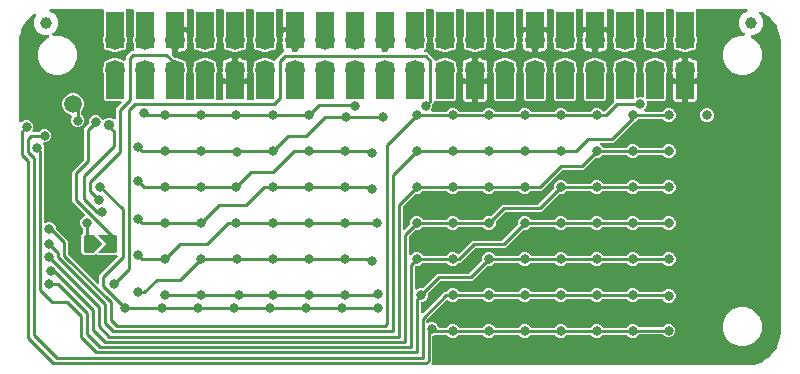
<source format=gbr>
G04 EAGLE Gerber RS-274X export*
G75*
%MOMM*%
%FSLAX34Y34*%
%LPD*%
%INBottom Copper*%
%IPPOS*%
%AMOC8*
5,1,8,0,0,1.08239X$1,22.5*%
G01*
%ADD10R,1.524000X3.048000*%
%ADD11C,1.676400*%
%ADD12C,1.000000*%
%ADD13C,0.381000*%
%ADD14C,1.500000*%
%ADD15C,0.800100*%
%ADD16C,0.254000*%
%ADD17C,0.906400*%
%ADD18C,0.406400*%

G36*
X620022Y2543D02*
X620022Y2543D01*
X620100Y2545D01*
X624197Y2867D01*
X624264Y2881D01*
X624333Y2885D01*
X624489Y2925D01*
X632282Y5457D01*
X632390Y5508D01*
X632500Y5551D01*
X632551Y5584D01*
X632570Y5593D01*
X632586Y5606D01*
X632636Y5638D01*
X639265Y10454D01*
X639352Y10535D01*
X639443Y10611D01*
X639482Y10658D01*
X639497Y10672D01*
X639508Y10689D01*
X639546Y10735D01*
X644362Y17364D01*
X644420Y17468D01*
X644483Y17568D01*
X644506Y17625D01*
X644516Y17643D01*
X644521Y17662D01*
X644543Y17718D01*
X647075Y25511D01*
X647088Y25579D01*
X647110Y25644D01*
X647133Y25803D01*
X647455Y29900D01*
X647454Y29922D01*
X647459Y30000D01*
X647459Y276604D01*
X647457Y276626D01*
X647455Y276704D01*
X647133Y280801D01*
X647119Y280868D01*
X647115Y280937D01*
X647075Y281093D01*
X644543Y288886D01*
X644492Y288994D01*
X644449Y289104D01*
X644416Y289155D01*
X644407Y289174D01*
X644394Y289190D01*
X644362Y289240D01*
X639546Y295869D01*
X639465Y295956D01*
X639389Y296047D01*
X639342Y296086D01*
X639328Y296101D01*
X639311Y296112D01*
X639265Y296150D01*
X632636Y300966D01*
X632532Y301024D01*
X632432Y301087D01*
X632375Y301110D01*
X632357Y301120D01*
X632338Y301125D01*
X632282Y301147D01*
X630845Y301614D01*
X630819Y301619D01*
X630794Y301629D01*
X630663Y301648D01*
X630532Y301673D01*
X630506Y301672D01*
X630479Y301676D01*
X630347Y301662D01*
X630215Y301653D01*
X630190Y301645D01*
X630163Y301642D01*
X630038Y301596D01*
X629913Y301555D01*
X629890Y301541D01*
X629865Y301532D01*
X629756Y301456D01*
X629644Y301385D01*
X629626Y301366D01*
X629604Y301350D01*
X629517Y301250D01*
X629426Y301153D01*
X629413Y301130D01*
X629396Y301110D01*
X629337Y300991D01*
X629273Y300875D01*
X629266Y300849D01*
X629254Y300825D01*
X629227Y300695D01*
X629193Y300567D01*
X629193Y300540D01*
X629188Y300514D01*
X629193Y300381D01*
X629193Y300249D01*
X629200Y300223D01*
X629201Y300196D01*
X629239Y300069D01*
X629272Y299940D01*
X629285Y299917D01*
X629293Y299892D01*
X629361Y299778D01*
X629425Y299662D01*
X629443Y299642D01*
X629457Y299619D01*
X629552Y299526D01*
X629574Y299502D01*
X632301Y294780D01*
X632301Y289420D01*
X629621Y284779D01*
X624980Y282099D01*
X623323Y282099D01*
X623253Y282091D01*
X623184Y282092D01*
X623096Y282071D01*
X623007Y282059D01*
X622942Y282034D01*
X622874Y282017D01*
X622795Y281975D01*
X622711Y281942D01*
X622655Y281901D01*
X622593Y281869D01*
X622527Y281808D01*
X622454Y281756D01*
X622410Y281702D01*
X622358Y281655D01*
X622309Y281580D01*
X622251Y281511D01*
X622221Y281447D01*
X622183Y281389D01*
X622154Y281304D01*
X622116Y281223D01*
X622103Y281154D01*
X622080Y281088D01*
X622073Y280999D01*
X622056Y280911D01*
X622060Y280841D01*
X622055Y280771D01*
X622070Y280683D01*
X622076Y280593D01*
X622097Y280527D01*
X622109Y280458D01*
X622146Y280376D01*
X622174Y280291D01*
X622211Y280232D01*
X622240Y280168D01*
X622296Y280098D01*
X622344Y280022D01*
X622395Y279974D01*
X622438Y279920D01*
X622510Y279865D01*
X622575Y279804D01*
X622637Y279770D01*
X622692Y279728D01*
X622837Y279657D01*
X624370Y279023D01*
X629023Y274370D01*
X631541Y268290D01*
X631541Y261710D01*
X629023Y255630D01*
X624370Y250977D01*
X618290Y248459D01*
X611710Y248459D01*
X605630Y250977D01*
X600977Y255630D01*
X598459Y261710D01*
X598459Y268290D01*
X600977Y274370D01*
X605630Y279023D01*
X611710Y281541D01*
X615851Y281541D01*
X615995Y281559D01*
X616140Y281574D01*
X616153Y281579D01*
X616166Y281581D01*
X616302Y281634D01*
X616438Y281685D01*
X616450Y281693D01*
X616462Y281698D01*
X616580Y281783D01*
X616700Y281866D01*
X616709Y281877D01*
X616719Y281884D01*
X616812Y281996D01*
X616908Y282107D01*
X616914Y282119D01*
X616922Y282129D01*
X616984Y282261D01*
X617049Y282392D01*
X617052Y282405D01*
X617058Y282417D01*
X617085Y282559D01*
X617116Y282703D01*
X617115Y282716D01*
X617118Y282729D01*
X617109Y282874D01*
X617103Y283020D01*
X617099Y283034D01*
X617098Y283047D01*
X617053Y283185D01*
X617011Y283325D01*
X617004Y283337D01*
X617000Y283349D01*
X616922Y283472D01*
X616846Y283597D01*
X616837Y283607D01*
X616830Y283618D01*
X616724Y283718D01*
X616620Y283820D01*
X616604Y283830D01*
X616598Y283836D01*
X616583Y283844D01*
X616485Y283909D01*
X614979Y284779D01*
X612299Y289420D01*
X612299Y294780D01*
X614979Y299421D01*
X618917Y301695D01*
X619033Y301783D01*
X619151Y301868D01*
X619160Y301879D01*
X619171Y301887D01*
X619261Y302001D01*
X619354Y302113D01*
X619360Y302126D01*
X619368Y302136D01*
X619428Y302270D01*
X619490Y302401D01*
X619492Y302414D01*
X619498Y302427D01*
X619522Y302571D01*
X619549Y302714D01*
X619548Y302727D01*
X619551Y302740D01*
X619539Y302886D01*
X619530Y303031D01*
X619525Y303044D01*
X619524Y303057D01*
X619476Y303195D01*
X619432Y303333D01*
X619424Y303345D01*
X619420Y303358D01*
X619339Y303479D01*
X619261Y303602D01*
X619252Y303611D01*
X619244Y303623D01*
X619136Y303720D01*
X619030Y303820D01*
X619018Y303827D01*
X619008Y303836D01*
X618879Y303903D01*
X618751Y303974D01*
X618738Y303977D01*
X618726Y303983D01*
X618584Y304017D01*
X618443Y304053D01*
X618425Y304054D01*
X618417Y304056D01*
X618400Y304056D01*
X618283Y304063D01*
X576964Y304063D01*
X576846Y304048D01*
X576727Y304041D01*
X576689Y304028D01*
X576648Y304023D01*
X576538Y303980D01*
X576425Y303943D01*
X576390Y303921D01*
X576353Y303906D01*
X576257Y303837D01*
X576156Y303773D01*
X576128Y303743D01*
X576095Y303720D01*
X576019Y303628D01*
X575938Y303541D01*
X575918Y303506D01*
X575893Y303475D01*
X575842Y303367D01*
X575784Y303263D01*
X575774Y303223D01*
X575757Y303187D01*
X575735Y303070D01*
X575705Y302955D01*
X575701Y302895D01*
X575697Y302875D01*
X575699Y302854D01*
X575695Y302794D01*
X575695Y281823D01*
X575696Y281814D01*
X575695Y281804D01*
X575716Y281655D01*
X575735Y281507D01*
X575738Y281499D01*
X575739Y281489D01*
X575791Y281337D01*
X576461Y279721D01*
X576461Y275679D01*
X575791Y274063D01*
X575789Y274054D01*
X575784Y274046D01*
X575747Y273901D01*
X575707Y273756D01*
X575707Y273747D01*
X575705Y273738D01*
X575695Y273577D01*
X575695Y270597D01*
X574653Y269555D01*
X573050Y269555D01*
X572952Y269543D01*
X572853Y269540D01*
X572795Y269523D01*
X572735Y269515D01*
X572643Y269479D01*
X572548Y269451D01*
X572496Y269421D01*
X572439Y269398D01*
X572359Y269340D01*
X572274Y269290D01*
X572199Y269224D01*
X572182Y269212D01*
X572174Y269202D01*
X572153Y269183D01*
X572056Y269086D01*
X568321Y267539D01*
X564279Y267539D01*
X560544Y269086D01*
X560447Y269183D01*
X560369Y269244D01*
X560297Y269312D01*
X560244Y269341D01*
X560196Y269378D01*
X560105Y269418D01*
X560018Y269466D01*
X559960Y269481D01*
X559904Y269505D01*
X559806Y269520D01*
X559710Y269545D01*
X559610Y269551D01*
X559590Y269555D01*
X559578Y269553D01*
X559550Y269555D01*
X557939Y269555D01*
X556897Y270597D01*
X556897Y273596D01*
X556896Y273606D01*
X556897Y273615D01*
X556876Y273764D01*
X556857Y273912D01*
X556854Y273921D01*
X556853Y273930D01*
X556801Y274082D01*
X556139Y275679D01*
X556139Y279721D01*
X556801Y281318D01*
X556803Y281327D01*
X556808Y281335D01*
X556816Y281367D01*
X556823Y281383D01*
X556833Y281435D01*
X556845Y281480D01*
X556885Y281625D01*
X556885Y281634D01*
X556887Y281643D01*
X556897Y281804D01*
X556897Y302794D01*
X556882Y302912D01*
X556875Y303031D01*
X556862Y303069D01*
X556857Y303110D01*
X556814Y303220D01*
X556777Y303333D01*
X556755Y303368D01*
X556740Y303405D01*
X556671Y303501D01*
X556607Y303602D01*
X556577Y303630D01*
X556554Y303663D01*
X556462Y303739D01*
X556375Y303820D01*
X556340Y303840D01*
X556309Y303865D01*
X556201Y303916D01*
X556097Y303974D01*
X556057Y303984D01*
X556021Y304001D01*
X555904Y304023D01*
X555789Y304053D01*
X555729Y304057D01*
X555709Y304061D01*
X555688Y304059D01*
X555628Y304063D01*
X551564Y304063D01*
X551446Y304048D01*
X551327Y304041D01*
X551289Y304028D01*
X551248Y304023D01*
X551138Y303980D01*
X551025Y303943D01*
X550990Y303921D01*
X550953Y303906D01*
X550857Y303837D01*
X550756Y303773D01*
X550728Y303743D01*
X550695Y303720D01*
X550619Y303628D01*
X550538Y303541D01*
X550518Y303506D01*
X550493Y303475D01*
X550442Y303367D01*
X550384Y303263D01*
X550374Y303223D01*
X550357Y303187D01*
X550335Y303070D01*
X550305Y302955D01*
X550301Y302895D01*
X550297Y302875D01*
X550299Y302854D01*
X550295Y302794D01*
X550295Y281823D01*
X550296Y281814D01*
X550295Y281804D01*
X550316Y281655D01*
X550335Y281507D01*
X550338Y281499D01*
X550339Y281489D01*
X550391Y281337D01*
X551061Y279721D01*
X551061Y275679D01*
X550391Y274063D01*
X550389Y274054D01*
X550384Y274046D01*
X550347Y273901D01*
X550307Y273756D01*
X550307Y273747D01*
X550305Y273738D01*
X550295Y273577D01*
X550295Y270597D01*
X549253Y269555D01*
X547650Y269555D01*
X547552Y269543D01*
X547453Y269540D01*
X547395Y269523D01*
X547335Y269515D01*
X547243Y269479D01*
X547148Y269451D01*
X547096Y269421D01*
X547039Y269398D01*
X546959Y269340D01*
X546874Y269290D01*
X546798Y269224D01*
X546782Y269212D01*
X546774Y269202D01*
X546753Y269184D01*
X546656Y269086D01*
X542921Y267539D01*
X538879Y267539D01*
X535144Y269086D01*
X535047Y269184D01*
X534969Y269244D01*
X534897Y269312D01*
X534844Y269341D01*
X534796Y269378D01*
X534705Y269418D01*
X534618Y269466D01*
X534560Y269481D01*
X534504Y269505D01*
X534406Y269520D01*
X534310Y269545D01*
X534210Y269551D01*
X534190Y269555D01*
X534178Y269553D01*
X534150Y269555D01*
X532539Y269555D01*
X531497Y270597D01*
X531497Y273596D01*
X531496Y273606D01*
X531497Y273615D01*
X531476Y273764D01*
X531457Y273912D01*
X531454Y273921D01*
X531453Y273930D01*
X531401Y274082D01*
X530739Y275679D01*
X530739Y279721D01*
X531401Y281318D01*
X531403Y281327D01*
X531408Y281335D01*
X531416Y281367D01*
X531423Y281383D01*
X531433Y281435D01*
X531445Y281480D01*
X531485Y281625D01*
X531485Y281634D01*
X531487Y281643D01*
X531497Y281804D01*
X531497Y302794D01*
X531482Y302912D01*
X531475Y303031D01*
X531462Y303069D01*
X531457Y303110D01*
X531414Y303220D01*
X531377Y303333D01*
X531355Y303368D01*
X531340Y303405D01*
X531271Y303501D01*
X531207Y303602D01*
X531177Y303630D01*
X531154Y303663D01*
X531062Y303739D01*
X530975Y303820D01*
X530940Y303840D01*
X530909Y303865D01*
X530801Y303916D01*
X530697Y303974D01*
X530657Y303984D01*
X530621Y304001D01*
X530504Y304023D01*
X530389Y304053D01*
X530329Y304057D01*
X530309Y304061D01*
X530288Y304059D01*
X530228Y304063D01*
X526164Y304063D01*
X526046Y304048D01*
X525927Y304041D01*
X525889Y304028D01*
X525848Y304023D01*
X525738Y303980D01*
X525625Y303943D01*
X525590Y303921D01*
X525553Y303906D01*
X525457Y303837D01*
X525356Y303773D01*
X525328Y303743D01*
X525295Y303720D01*
X525219Y303628D01*
X525138Y303541D01*
X525118Y303506D01*
X525093Y303475D01*
X525042Y303367D01*
X524984Y303263D01*
X524974Y303223D01*
X524957Y303187D01*
X524935Y303070D01*
X524905Y302955D01*
X524901Y302895D01*
X524897Y302875D01*
X524899Y302854D01*
X524895Y302794D01*
X524895Y281823D01*
X524896Y281814D01*
X524895Y281804D01*
X524916Y281655D01*
X524935Y281507D01*
X524938Y281499D01*
X524939Y281489D01*
X524991Y281337D01*
X525661Y279721D01*
X525661Y275679D01*
X524991Y274063D01*
X524989Y274054D01*
X524984Y274046D01*
X524947Y273901D01*
X524907Y273756D01*
X524907Y273747D01*
X524905Y273738D01*
X524895Y273577D01*
X524895Y270597D01*
X523853Y269555D01*
X522250Y269555D01*
X522152Y269543D01*
X522053Y269540D01*
X521995Y269523D01*
X521935Y269515D01*
X521843Y269479D01*
X521748Y269451D01*
X521696Y269421D01*
X521639Y269398D01*
X521559Y269340D01*
X521474Y269290D01*
X521398Y269224D01*
X521382Y269212D01*
X521374Y269202D01*
X521353Y269184D01*
X521256Y269086D01*
X517521Y267539D01*
X513479Y267539D01*
X509744Y269086D01*
X509647Y269184D01*
X509569Y269244D01*
X509497Y269312D01*
X509444Y269341D01*
X509396Y269378D01*
X509305Y269418D01*
X509218Y269466D01*
X509160Y269481D01*
X509104Y269505D01*
X509006Y269520D01*
X508910Y269545D01*
X508810Y269551D01*
X508790Y269555D01*
X508778Y269553D01*
X508750Y269555D01*
X507139Y269555D01*
X506097Y270597D01*
X506097Y273596D01*
X506096Y273606D01*
X506097Y273615D01*
X506076Y273764D01*
X506057Y273912D01*
X506054Y273921D01*
X506053Y273930D01*
X506001Y274082D01*
X505339Y275679D01*
X505339Y279721D01*
X506001Y281318D01*
X506003Y281327D01*
X506008Y281335D01*
X506016Y281367D01*
X506023Y281383D01*
X506033Y281435D01*
X506045Y281480D01*
X506085Y281625D01*
X506085Y281634D01*
X506087Y281643D01*
X506097Y281804D01*
X506097Y302794D01*
X506082Y302912D01*
X506075Y303031D01*
X506062Y303069D01*
X506057Y303110D01*
X506014Y303220D01*
X505977Y303333D01*
X505955Y303368D01*
X505940Y303405D01*
X505871Y303501D01*
X505807Y303602D01*
X505777Y303630D01*
X505754Y303663D01*
X505662Y303739D01*
X505575Y303820D01*
X505540Y303840D01*
X505509Y303865D01*
X505401Y303916D01*
X505297Y303974D01*
X505257Y303984D01*
X505221Y304001D01*
X505104Y304023D01*
X504989Y304053D01*
X504929Y304057D01*
X504909Y304061D01*
X504888Y304059D01*
X504828Y304063D01*
X501398Y304063D01*
X501273Y304047D01*
X501148Y304038D01*
X501116Y304028D01*
X501082Y304023D01*
X500965Y303977D01*
X500846Y303937D01*
X500818Y303919D01*
X500787Y303906D01*
X500685Y303832D01*
X500579Y303764D01*
X500557Y303739D01*
X500529Y303720D01*
X500449Y303623D01*
X500364Y303530D01*
X500348Y303501D01*
X500326Y303475D01*
X500273Y303361D01*
X500213Y303250D01*
X500205Y303217D01*
X500191Y303187D01*
X500167Y303064D01*
X500137Y302941D01*
X500137Y302908D01*
X500131Y302875D01*
X500139Y302749D01*
X500140Y302623D01*
X500150Y302575D01*
X500151Y302557D01*
X500157Y302537D01*
X500172Y302465D01*
X500257Y302149D01*
X500257Y289113D01*
X496880Y289113D01*
X496801Y289103D01*
X496722Y289103D01*
X496644Y289083D01*
X496565Y289073D01*
X496491Y289044D01*
X496414Y289024D01*
X496343Y288986D01*
X496269Y288956D01*
X496205Y288909D01*
X496135Y288871D01*
X496077Y288817D01*
X496012Y288769D01*
X495961Y288708D01*
X495903Y288654D01*
X495860Y288586D01*
X495809Y288524D01*
X495775Y288452D01*
X495732Y288385D01*
X495707Y288309D01*
X495673Y288237D01*
X495658Y288159D01*
X495634Y288083D01*
X495629Y288003D01*
X495614Y287924D01*
X495619Y287845D01*
X495613Y287765D01*
X495628Y287687D01*
X495633Y287607D01*
X495658Y287531D01*
X495673Y287453D01*
X495707Y287381D01*
X495731Y287304D01*
X495774Y287237D01*
X495808Y287165D01*
X495859Y287103D01*
X495902Y287036D01*
X495960Y286981D01*
X496010Y286920D01*
X496132Y286819D01*
X496133Y286818D01*
X496134Y286818D01*
X496134Y286817D01*
X497216Y286031D01*
X498431Y284816D01*
X498619Y284558D01*
X498646Y284529D01*
X498667Y284496D01*
X498754Y284414D01*
X498836Y284326D01*
X498870Y284305D01*
X498898Y284278D01*
X499003Y284220D01*
X499105Y284156D01*
X499142Y284143D01*
X499177Y284124D01*
X499293Y284095D01*
X499407Y284057D01*
X499447Y284055D01*
X499485Y284045D01*
X499645Y284035D01*
X500257Y284035D01*
X500257Y281989D01*
X500272Y281871D01*
X500279Y281752D01*
X500294Y281693D01*
X500297Y281673D01*
X500304Y281654D01*
X500319Y281596D01*
X500754Y280258D01*
X500836Y279736D01*
X500819Y279723D01*
X500718Y279659D01*
X500690Y279629D01*
X500657Y279606D01*
X500581Y279514D01*
X500500Y279427D01*
X500480Y279392D01*
X500455Y279361D01*
X500404Y279253D01*
X500346Y279149D01*
X500336Y279109D01*
X500319Y279073D01*
X500297Y278956D01*
X500267Y278841D01*
X500263Y278781D01*
X500259Y278761D01*
X500261Y278740D01*
X500257Y278680D01*
X500257Y276720D01*
X500272Y276602D01*
X500279Y276483D01*
X500292Y276445D01*
X500297Y276404D01*
X500340Y276294D01*
X500377Y276181D01*
X500399Y276146D01*
X500414Y276109D01*
X500483Y276012D01*
X500547Y275912D01*
X500577Y275884D01*
X500600Y275851D01*
X500692Y275775D01*
X500779Y275694D01*
X500814Y275674D01*
X500835Y275657D01*
X500754Y275142D01*
X500319Y273804D01*
X500297Y273687D01*
X500267Y273572D01*
X500263Y273512D01*
X500259Y273491D01*
X500261Y273471D01*
X500257Y273411D01*
X500257Y271000D01*
X500084Y270353D01*
X499749Y269774D01*
X499276Y269301D01*
X498697Y268966D01*
X498050Y268793D01*
X496836Y268793D01*
X496672Y268773D01*
X496522Y268754D01*
X496521Y268754D01*
X496521Y268753D01*
X496361Y268690D01*
X496226Y268637D01*
X496225Y268637D01*
X496225Y268636D01*
X496224Y268636D01*
X496090Y268551D01*
X495825Y268358D01*
X494293Y267577D01*
X492658Y267046D01*
X492349Y266997D01*
X492349Y276720D01*
X492334Y276838D01*
X492327Y276957D01*
X492314Y276995D01*
X492309Y277035D01*
X492266Y277146D01*
X492229Y277259D01*
X492207Y277293D01*
X492192Y277331D01*
X492123Y277427D01*
X492059Y277528D01*
X492029Y277556D01*
X492006Y277588D01*
X491914Y277664D01*
X491880Y277696D01*
X491888Y277701D01*
X491916Y277731D01*
X491949Y277755D01*
X492025Y277846D01*
X492106Y277933D01*
X492126Y277968D01*
X492151Y278000D01*
X492202Y278107D01*
X492260Y278212D01*
X492270Y278251D01*
X492287Y278287D01*
X492309Y278404D01*
X492339Y278520D01*
X492343Y278580D01*
X492347Y278600D01*
X492345Y278620D01*
X492349Y278680D01*
X492349Y285304D01*
X492334Y285422D01*
X492327Y285541D01*
X492314Y285579D01*
X492309Y285619D01*
X492266Y285730D01*
X492229Y285843D01*
X492207Y285878D01*
X492192Y285915D01*
X492123Y286011D01*
X492059Y286112D01*
X492029Y286140D01*
X492006Y286172D01*
X491914Y286248D01*
X491827Y286330D01*
X491792Y286349D01*
X491761Y286375D01*
X491653Y286426D01*
X491549Y286483D01*
X491509Y286494D01*
X491473Y286511D01*
X491356Y286533D01*
X491241Y286563D01*
X491181Y286567D01*
X491161Y286571D01*
X491140Y286569D01*
X491080Y286573D01*
X489120Y286573D01*
X489002Y286558D01*
X488883Y286551D01*
X488845Y286538D01*
X488804Y286533D01*
X488694Y286489D01*
X488581Y286453D01*
X488546Y286431D01*
X488509Y286416D01*
X488412Y286346D01*
X488312Y286283D01*
X488284Y286253D01*
X488251Y286229D01*
X488175Y286138D01*
X488094Y286051D01*
X488074Y286016D01*
X488049Y285984D01*
X487998Y285877D01*
X487940Y285773D01*
X487930Y285733D01*
X487913Y285697D01*
X487891Y285580D01*
X487861Y285465D01*
X487857Y285404D01*
X487853Y285384D01*
X487855Y285364D01*
X487851Y285304D01*
X487851Y278680D01*
X487866Y278562D01*
X487873Y278443D01*
X487885Y278405D01*
X487891Y278365D01*
X487934Y278254D01*
X487971Y278141D01*
X487993Y278107D01*
X488008Y278069D01*
X488077Y277973D01*
X488141Y277872D01*
X488171Y277844D01*
X488194Y277812D01*
X488286Y277736D01*
X488320Y277704D01*
X488312Y277699D01*
X488284Y277669D01*
X488251Y277645D01*
X488175Y277554D01*
X488094Y277467D01*
X488074Y277432D01*
X488049Y277400D01*
X487998Y277293D01*
X487940Y277188D01*
X487930Y277149D01*
X487913Y277113D01*
X487891Y276996D01*
X487861Y276880D01*
X487857Y276820D01*
X487853Y276800D01*
X487854Y276784D01*
X487853Y276779D01*
X487854Y276770D01*
X487851Y276720D01*
X487851Y266997D01*
X487542Y267046D01*
X485907Y267577D01*
X484375Y268358D01*
X484110Y268551D01*
X483966Y268630D01*
X483832Y268704D01*
X483831Y268704D01*
X483662Y268748D01*
X483525Y268783D01*
X483524Y268783D01*
X483523Y268783D01*
X483522Y268783D01*
X483364Y268793D01*
X482142Y268793D01*
X481495Y268966D01*
X480916Y269301D01*
X480443Y269774D01*
X480108Y270353D01*
X479935Y271000D01*
X479935Y273436D01*
X479920Y273554D01*
X479913Y273672D01*
X479898Y273731D01*
X479895Y273752D01*
X479888Y273771D01*
X479873Y273828D01*
X479446Y275142D01*
X479363Y275670D01*
X479373Y275677D01*
X479474Y275741D01*
X479502Y275771D01*
X479535Y275794D01*
X479611Y275886D01*
X479692Y275973D01*
X479712Y276008D01*
X479737Y276039D01*
X479788Y276147D01*
X479846Y276251D01*
X479856Y276291D01*
X479873Y276327D01*
X479895Y276444D01*
X479925Y276559D01*
X479929Y276619D01*
X479933Y276639D01*
X479931Y276660D01*
X479935Y276720D01*
X479935Y278680D01*
X479920Y278798D01*
X479913Y278917D01*
X479900Y278955D01*
X479895Y278996D01*
X479852Y279106D01*
X479815Y279219D01*
X479793Y279254D01*
X479778Y279291D01*
X479709Y279387D01*
X479645Y279488D01*
X479615Y279516D01*
X479592Y279549D01*
X479500Y279625D01*
X479413Y279706D01*
X479378Y279726D01*
X479364Y279737D01*
X479446Y280258D01*
X479873Y281572D01*
X479895Y281688D01*
X479925Y281803D01*
X479929Y281864D01*
X479933Y281884D01*
X479931Y281904D01*
X479935Y281964D01*
X479935Y284035D01*
X480555Y284035D01*
X480594Y284040D01*
X480633Y284037D01*
X480751Y284060D01*
X480870Y284075D01*
X480907Y284089D01*
X480945Y284097D01*
X481054Y284148D01*
X481166Y284192D01*
X481198Y284215D01*
X481233Y284232D01*
X481326Y284308D01*
X481423Y284379D01*
X481448Y284409D01*
X481479Y284434D01*
X481581Y284558D01*
X481769Y284816D01*
X482984Y286031D01*
X484066Y286817D01*
X484124Y286872D01*
X484188Y286918D01*
X484239Y286980D01*
X484298Y287035D01*
X484340Y287102D01*
X484391Y287163D01*
X484425Y287236D01*
X484468Y287303D01*
X484493Y287379D01*
X484527Y287451D01*
X484542Y287529D01*
X484566Y287606D01*
X484571Y287685D01*
X484586Y287763D01*
X484581Y287843D01*
X484586Y287923D01*
X484572Y288001D01*
X484567Y288081D01*
X484542Y288157D01*
X484527Y288235D01*
X484493Y288308D01*
X484469Y288383D01*
X484426Y288451D01*
X484392Y288523D01*
X484341Y288585D01*
X484298Y288652D01*
X484240Y288707D01*
X484189Y288769D01*
X484125Y288815D01*
X484067Y288870D01*
X483997Y288909D01*
X483932Y288956D01*
X483858Y288985D01*
X483788Y289023D01*
X483711Y289043D01*
X483637Y289073D01*
X483558Y289083D01*
X483480Y289103D01*
X483322Y289113D01*
X483321Y289113D01*
X483320Y289113D01*
X479935Y289113D01*
X479935Y302149D01*
X480020Y302465D01*
X480037Y302590D01*
X480061Y302714D01*
X480059Y302747D01*
X480063Y302781D01*
X480049Y302906D01*
X480041Y303031D01*
X480031Y303063D01*
X480027Y303096D01*
X479982Y303214D01*
X479943Y303333D01*
X479925Y303362D01*
X479913Y303393D01*
X479840Y303496D01*
X479773Y303602D01*
X479748Y303625D01*
X479729Y303653D01*
X479633Y303734D01*
X479541Y303820D01*
X479512Y303836D01*
X479486Y303858D01*
X479373Y303913D01*
X479263Y303974D01*
X479230Y303982D01*
X479200Y303997D01*
X479076Y304022D01*
X478955Y304053D01*
X478906Y304056D01*
X478888Y304060D01*
X478866Y304059D01*
X478794Y304063D01*
X475364Y304063D01*
X475246Y304048D01*
X475127Y304041D01*
X475089Y304028D01*
X475048Y304023D01*
X474938Y303980D01*
X474825Y303943D01*
X474790Y303921D01*
X474753Y303906D01*
X474657Y303837D01*
X474556Y303773D01*
X474528Y303743D01*
X474495Y303720D01*
X474419Y303628D01*
X474338Y303541D01*
X474318Y303506D01*
X474293Y303475D01*
X474242Y303367D01*
X474184Y303263D01*
X474174Y303223D01*
X474157Y303187D01*
X474135Y303070D01*
X474105Y302955D01*
X474101Y302895D01*
X474097Y302875D01*
X474099Y302854D01*
X474095Y302794D01*
X474095Y281823D01*
X474096Y281814D01*
X474095Y281804D01*
X474116Y281655D01*
X474135Y281507D01*
X474138Y281499D01*
X474139Y281489D01*
X474191Y281337D01*
X474861Y279721D01*
X474861Y275679D01*
X474191Y274063D01*
X474189Y274054D01*
X474184Y274046D01*
X474147Y273901D01*
X474107Y273756D01*
X474107Y273747D01*
X474105Y273738D01*
X474095Y273577D01*
X474095Y270597D01*
X473053Y269555D01*
X471450Y269555D01*
X471352Y269543D01*
X471253Y269540D01*
X471195Y269523D01*
X471135Y269515D01*
X471043Y269479D01*
X470948Y269451D01*
X470896Y269421D01*
X470839Y269398D01*
X470759Y269340D01*
X470674Y269290D01*
X470598Y269224D01*
X470582Y269212D01*
X470574Y269202D01*
X470553Y269184D01*
X470456Y269086D01*
X466721Y267539D01*
X462679Y267539D01*
X458944Y269086D01*
X458847Y269184D01*
X458769Y269244D01*
X458697Y269312D01*
X458644Y269341D01*
X458596Y269378D01*
X458505Y269418D01*
X458418Y269466D01*
X458360Y269481D01*
X458304Y269505D01*
X458206Y269520D01*
X458110Y269545D01*
X458010Y269551D01*
X457990Y269555D01*
X457978Y269553D01*
X457950Y269555D01*
X456339Y269555D01*
X455297Y270597D01*
X455297Y273596D01*
X455296Y273606D01*
X455297Y273615D01*
X455276Y273764D01*
X455257Y273912D01*
X455254Y273921D01*
X455253Y273930D01*
X455201Y274082D01*
X454539Y275679D01*
X454539Y279721D01*
X455201Y281318D01*
X455203Y281327D01*
X455208Y281335D01*
X455216Y281367D01*
X455223Y281383D01*
X455233Y281435D01*
X455245Y281480D01*
X455285Y281625D01*
X455285Y281634D01*
X455287Y281643D01*
X455297Y281804D01*
X455297Y302794D01*
X455282Y302912D01*
X455275Y303031D01*
X455262Y303069D01*
X455257Y303110D01*
X455214Y303220D01*
X455177Y303333D01*
X455155Y303368D01*
X455140Y303405D01*
X455071Y303501D01*
X455007Y303602D01*
X454977Y303630D01*
X454954Y303663D01*
X454862Y303739D01*
X454775Y303820D01*
X454740Y303840D01*
X454709Y303865D01*
X454601Y303916D01*
X454497Y303974D01*
X454457Y303984D01*
X454421Y304001D01*
X454304Y304023D01*
X454189Y304053D01*
X454129Y304057D01*
X454109Y304061D01*
X454088Y304059D01*
X454028Y304063D01*
X450598Y304063D01*
X450473Y304047D01*
X450348Y304038D01*
X450316Y304028D01*
X450282Y304023D01*
X450165Y303977D01*
X450046Y303937D01*
X450018Y303919D01*
X449987Y303906D01*
X449885Y303832D01*
X449779Y303764D01*
X449757Y303739D01*
X449729Y303720D01*
X449649Y303623D01*
X449564Y303530D01*
X449548Y303501D01*
X449526Y303475D01*
X449473Y303361D01*
X449413Y303250D01*
X449405Y303217D01*
X449391Y303187D01*
X449367Y303064D01*
X449337Y302941D01*
X449337Y302908D01*
X449331Y302875D01*
X449339Y302749D01*
X449340Y302623D01*
X449350Y302575D01*
X449351Y302557D01*
X449357Y302537D01*
X449372Y302465D01*
X449457Y302149D01*
X449457Y289113D01*
X446080Y289113D01*
X446001Y289103D01*
X445922Y289103D01*
X445844Y289083D01*
X445765Y289073D01*
X445691Y289044D01*
X445613Y289024D01*
X445543Y288986D01*
X445469Y288956D01*
X445405Y288910D01*
X445335Y288871D01*
X445276Y288816D01*
X445212Y288769D01*
X445161Y288708D01*
X445103Y288654D01*
X445060Y288586D01*
X445009Y288524D01*
X444975Y288452D01*
X444932Y288385D01*
X444907Y288309D01*
X444873Y288237D01*
X444858Y288159D01*
X444834Y288083D01*
X444829Y288003D01*
X444814Y287924D01*
X444819Y287845D01*
X444813Y287765D01*
X444828Y287687D01*
X444833Y287607D01*
X444858Y287531D01*
X444873Y287453D01*
X444907Y287381D01*
X444931Y287304D01*
X444974Y287237D01*
X445008Y287165D01*
X445059Y287103D01*
X445102Y287036D01*
X445160Y286981D01*
X445210Y286920D01*
X445332Y286819D01*
X445333Y286818D01*
X445334Y286817D01*
X446416Y286031D01*
X447631Y284816D01*
X447819Y284558D01*
X447846Y284529D01*
X447867Y284496D01*
X447954Y284414D01*
X448036Y284326D01*
X448070Y284305D01*
X448098Y284278D01*
X448203Y284220D01*
X448305Y284156D01*
X448342Y284143D01*
X448377Y284124D01*
X448493Y284095D01*
X448607Y284057D01*
X448647Y284055D01*
X448685Y284045D01*
X448845Y284035D01*
X449457Y284035D01*
X449457Y281989D01*
X449472Y281871D01*
X449479Y281752D01*
X449494Y281693D01*
X449497Y281673D01*
X449504Y281654D01*
X449519Y281596D01*
X449954Y280258D01*
X450036Y279736D01*
X450019Y279723D01*
X449918Y279659D01*
X449890Y279629D01*
X449857Y279606D01*
X449781Y279514D01*
X449700Y279427D01*
X449680Y279392D01*
X449655Y279361D01*
X449604Y279253D01*
X449546Y279149D01*
X449536Y279109D01*
X449519Y279073D01*
X449497Y278956D01*
X449467Y278841D01*
X449463Y278781D01*
X449459Y278761D01*
X449461Y278740D01*
X449457Y278680D01*
X449457Y276720D01*
X449472Y276602D01*
X449479Y276483D01*
X449492Y276445D01*
X449497Y276404D01*
X449540Y276294D01*
X449577Y276181D01*
X449599Y276146D01*
X449614Y276109D01*
X449683Y276012D01*
X449747Y275912D01*
X449777Y275884D01*
X449800Y275851D01*
X449892Y275775D01*
X449979Y275694D01*
X450014Y275674D01*
X450035Y275657D01*
X449954Y275142D01*
X449519Y273804D01*
X449497Y273687D01*
X449467Y273572D01*
X449463Y273512D01*
X449459Y273491D01*
X449461Y273471D01*
X449457Y273411D01*
X449457Y271000D01*
X449284Y270353D01*
X448949Y269774D01*
X448476Y269301D01*
X447897Y268966D01*
X447250Y268793D01*
X446036Y268793D01*
X445872Y268773D01*
X445722Y268754D01*
X445721Y268754D01*
X445721Y268753D01*
X445561Y268690D01*
X445426Y268637D01*
X445425Y268637D01*
X445425Y268636D01*
X445424Y268636D01*
X445290Y268551D01*
X445025Y268358D01*
X443493Y267577D01*
X441858Y267046D01*
X441549Y266997D01*
X441549Y276720D01*
X441534Y276838D01*
X441527Y276957D01*
X441514Y276995D01*
X441509Y277035D01*
X441466Y277146D01*
X441429Y277259D01*
X441407Y277293D01*
X441392Y277331D01*
X441323Y277427D01*
X441259Y277528D01*
X441229Y277556D01*
X441206Y277588D01*
X441114Y277664D01*
X441080Y277696D01*
X441088Y277701D01*
X441116Y277731D01*
X441149Y277755D01*
X441225Y277846D01*
X441306Y277933D01*
X441326Y277968D01*
X441351Y278000D01*
X441402Y278107D01*
X441460Y278212D01*
X441470Y278251D01*
X441487Y278287D01*
X441509Y278404D01*
X441539Y278520D01*
X441543Y278580D01*
X441547Y278600D01*
X441545Y278620D01*
X441549Y278680D01*
X441549Y285304D01*
X441534Y285422D01*
X441527Y285541D01*
X441514Y285579D01*
X441509Y285619D01*
X441466Y285730D01*
X441429Y285843D01*
X441407Y285878D01*
X441392Y285915D01*
X441323Y286011D01*
X441259Y286112D01*
X441229Y286140D01*
X441206Y286172D01*
X441114Y286248D01*
X441027Y286330D01*
X440992Y286349D01*
X440961Y286375D01*
X440853Y286426D01*
X440749Y286483D01*
X440709Y286494D01*
X440673Y286511D01*
X440556Y286533D01*
X440441Y286563D01*
X440381Y286567D01*
X440361Y286571D01*
X440340Y286569D01*
X440280Y286573D01*
X438320Y286573D01*
X438202Y286558D01*
X438083Y286551D01*
X438045Y286538D01*
X438004Y286533D01*
X437894Y286489D01*
X437781Y286453D01*
X437746Y286431D01*
X437709Y286416D01*
X437612Y286346D01*
X437512Y286283D01*
X437484Y286253D01*
X437451Y286229D01*
X437375Y286138D01*
X437294Y286051D01*
X437274Y286016D01*
X437249Y285984D01*
X437198Y285877D01*
X437140Y285773D01*
X437130Y285733D01*
X437113Y285697D01*
X437091Y285580D01*
X437061Y285465D01*
X437057Y285404D01*
X437053Y285384D01*
X437055Y285364D01*
X437051Y285304D01*
X437051Y278680D01*
X437066Y278562D01*
X437073Y278443D01*
X437085Y278405D01*
X437091Y278365D01*
X437134Y278254D01*
X437171Y278141D01*
X437193Y278107D01*
X437208Y278069D01*
X437277Y277973D01*
X437341Y277872D01*
X437371Y277844D01*
X437394Y277812D01*
X437486Y277736D01*
X437520Y277704D01*
X437512Y277699D01*
X437484Y277669D01*
X437451Y277645D01*
X437375Y277554D01*
X437294Y277467D01*
X437274Y277432D01*
X437249Y277400D01*
X437198Y277293D01*
X437140Y277188D01*
X437130Y277149D01*
X437113Y277113D01*
X437091Y276996D01*
X437061Y276880D01*
X437057Y276820D01*
X437053Y276800D01*
X437054Y276784D01*
X437053Y276779D01*
X437054Y276770D01*
X437051Y276720D01*
X437051Y266997D01*
X436742Y267046D01*
X435107Y267577D01*
X433575Y268358D01*
X433310Y268551D01*
X433166Y268630D01*
X433032Y268704D01*
X433031Y268704D01*
X432862Y268748D01*
X432725Y268783D01*
X432724Y268783D01*
X432723Y268783D01*
X432722Y268783D01*
X432564Y268793D01*
X431342Y268793D01*
X430695Y268966D01*
X430116Y269301D01*
X429643Y269774D01*
X429308Y270353D01*
X429135Y271000D01*
X429135Y273436D01*
X429120Y273554D01*
X429113Y273672D01*
X429098Y273731D01*
X429095Y273752D01*
X429088Y273771D01*
X429073Y273828D01*
X428646Y275142D01*
X428563Y275670D01*
X428573Y275677D01*
X428674Y275741D01*
X428702Y275771D01*
X428735Y275794D01*
X428811Y275886D01*
X428892Y275973D01*
X428912Y276008D01*
X428937Y276039D01*
X428988Y276147D01*
X429046Y276251D01*
X429056Y276291D01*
X429073Y276327D01*
X429095Y276444D01*
X429125Y276559D01*
X429129Y276619D01*
X429133Y276639D01*
X429131Y276660D01*
X429135Y276720D01*
X429135Y278680D01*
X429120Y278798D01*
X429113Y278917D01*
X429100Y278955D01*
X429095Y278996D01*
X429052Y279106D01*
X429015Y279219D01*
X428993Y279254D01*
X428978Y279291D01*
X428909Y279387D01*
X428845Y279488D01*
X428815Y279516D01*
X428792Y279549D01*
X428700Y279625D01*
X428613Y279706D01*
X428578Y279726D01*
X428564Y279737D01*
X428646Y280258D01*
X429073Y281572D01*
X429095Y281688D01*
X429125Y281803D01*
X429129Y281864D01*
X429133Y281884D01*
X429131Y281904D01*
X429135Y281964D01*
X429135Y284035D01*
X429755Y284035D01*
X429794Y284040D01*
X429833Y284037D01*
X429951Y284060D01*
X430070Y284075D01*
X430107Y284089D01*
X430145Y284097D01*
X430254Y284148D01*
X430366Y284192D01*
X430398Y284215D01*
X430433Y284232D01*
X430526Y284308D01*
X430623Y284379D01*
X430648Y284409D01*
X430679Y284434D01*
X430781Y284558D01*
X430969Y284816D01*
X432184Y286031D01*
X433266Y286817D01*
X433324Y286872D01*
X433388Y286918D01*
X433439Y286980D01*
X433498Y287035D01*
X433540Y287102D01*
X433591Y287163D01*
X433625Y287236D01*
X433668Y287303D01*
X433693Y287379D01*
X433727Y287451D01*
X433742Y287530D01*
X433766Y287606D01*
X433771Y287685D01*
X433786Y287763D01*
X433781Y287843D01*
X433787Y287923D01*
X433772Y288001D01*
X433767Y288081D01*
X433742Y288157D01*
X433727Y288235D01*
X433693Y288308D01*
X433669Y288383D01*
X433626Y288451D01*
X433592Y288523D01*
X433541Y288585D01*
X433498Y288652D01*
X433440Y288707D01*
X433389Y288769D01*
X433325Y288815D01*
X433267Y288870D01*
X433197Y288909D01*
X433132Y288956D01*
X433058Y288985D01*
X432988Y289023D01*
X432911Y289043D01*
X432837Y289073D01*
X432758Y289083D01*
X432680Y289103D01*
X432522Y289113D01*
X432521Y289113D01*
X432520Y289113D01*
X429135Y289113D01*
X429135Y302149D01*
X429220Y302465D01*
X429237Y302590D01*
X429261Y302714D01*
X429259Y302747D01*
X429263Y302781D01*
X429249Y302906D01*
X429241Y303031D01*
X429231Y303063D01*
X429227Y303096D01*
X429182Y303214D01*
X429143Y303333D01*
X429125Y303362D01*
X429113Y303393D01*
X429040Y303496D01*
X428973Y303602D01*
X428948Y303625D01*
X428929Y303653D01*
X428833Y303734D01*
X428741Y303820D01*
X428712Y303836D01*
X428686Y303858D01*
X428573Y303913D01*
X428463Y303974D01*
X428430Y303982D01*
X428400Y303997D01*
X428276Y304022D01*
X428155Y304053D01*
X428106Y304056D01*
X428088Y304060D01*
X428066Y304059D01*
X427994Y304063D01*
X424564Y304063D01*
X424446Y304048D01*
X424327Y304041D01*
X424289Y304028D01*
X424248Y304023D01*
X424138Y303980D01*
X424025Y303943D01*
X423990Y303921D01*
X423953Y303906D01*
X423857Y303837D01*
X423756Y303773D01*
X423728Y303743D01*
X423695Y303720D01*
X423619Y303628D01*
X423538Y303541D01*
X423518Y303506D01*
X423493Y303475D01*
X423442Y303367D01*
X423384Y303263D01*
X423374Y303223D01*
X423357Y303187D01*
X423335Y303070D01*
X423305Y302955D01*
X423301Y302895D01*
X423297Y302875D01*
X423299Y302854D01*
X423295Y302794D01*
X423295Y281823D01*
X423296Y281814D01*
X423295Y281804D01*
X423316Y281655D01*
X423335Y281507D01*
X423338Y281499D01*
X423339Y281489D01*
X423391Y281337D01*
X424061Y279721D01*
X424061Y275679D01*
X423391Y274063D01*
X423389Y274054D01*
X423384Y274046D01*
X423347Y273901D01*
X423307Y273756D01*
X423307Y273747D01*
X423305Y273738D01*
X423295Y273577D01*
X423295Y270597D01*
X422253Y269555D01*
X420650Y269555D01*
X420552Y269543D01*
X420453Y269540D01*
X420395Y269523D01*
X420335Y269515D01*
X420243Y269479D01*
X420148Y269451D01*
X420096Y269421D01*
X420039Y269398D01*
X419959Y269340D01*
X419874Y269290D01*
X419798Y269224D01*
X419782Y269212D01*
X419774Y269202D01*
X419753Y269184D01*
X419656Y269086D01*
X415921Y267539D01*
X411879Y267539D01*
X408144Y269086D01*
X408047Y269184D01*
X407969Y269244D01*
X407897Y269312D01*
X407844Y269341D01*
X407796Y269378D01*
X407705Y269418D01*
X407618Y269466D01*
X407560Y269481D01*
X407504Y269505D01*
X407406Y269520D01*
X407310Y269545D01*
X407210Y269551D01*
X407190Y269555D01*
X407178Y269553D01*
X407150Y269555D01*
X405539Y269555D01*
X404497Y270597D01*
X404497Y273596D01*
X404496Y273606D01*
X404497Y273615D01*
X404476Y273764D01*
X404457Y273912D01*
X404454Y273921D01*
X404453Y273930D01*
X404401Y274082D01*
X403739Y275679D01*
X403739Y279721D01*
X404401Y281318D01*
X404403Y281327D01*
X404408Y281335D01*
X404416Y281367D01*
X404423Y281383D01*
X404433Y281435D01*
X404445Y281480D01*
X404485Y281625D01*
X404485Y281634D01*
X404487Y281643D01*
X404497Y281804D01*
X404497Y302794D01*
X404482Y302912D01*
X404475Y303031D01*
X404462Y303069D01*
X404457Y303110D01*
X404414Y303220D01*
X404377Y303333D01*
X404355Y303368D01*
X404340Y303405D01*
X404271Y303501D01*
X404207Y303602D01*
X404177Y303630D01*
X404154Y303663D01*
X404062Y303739D01*
X403975Y303820D01*
X403940Y303840D01*
X403909Y303865D01*
X403801Y303916D01*
X403697Y303974D01*
X403657Y303984D01*
X403621Y304001D01*
X403504Y304023D01*
X403389Y304053D01*
X403329Y304057D01*
X403309Y304061D01*
X403288Y304059D01*
X403228Y304063D01*
X399164Y304063D01*
X399046Y304048D01*
X398927Y304041D01*
X398889Y304028D01*
X398848Y304023D01*
X398738Y303980D01*
X398625Y303943D01*
X398590Y303921D01*
X398553Y303906D01*
X398457Y303837D01*
X398356Y303773D01*
X398328Y303743D01*
X398295Y303720D01*
X398219Y303628D01*
X398138Y303541D01*
X398118Y303506D01*
X398093Y303475D01*
X398042Y303367D01*
X397984Y303263D01*
X397974Y303223D01*
X397957Y303187D01*
X397935Y303070D01*
X397905Y302955D01*
X397901Y302895D01*
X397897Y302875D01*
X397899Y302854D01*
X397895Y302794D01*
X397895Y281823D01*
X397896Y281814D01*
X397895Y281804D01*
X397916Y281655D01*
X397935Y281507D01*
X397938Y281499D01*
X397939Y281489D01*
X397991Y281337D01*
X398661Y279721D01*
X398661Y275679D01*
X397991Y274063D01*
X397989Y274054D01*
X397984Y274046D01*
X397947Y273901D01*
X397907Y273756D01*
X397907Y273747D01*
X397905Y273738D01*
X397895Y273577D01*
X397895Y270597D01*
X396853Y269555D01*
X395250Y269555D01*
X395152Y269543D01*
X395053Y269540D01*
X394995Y269523D01*
X394935Y269515D01*
X394843Y269479D01*
X394748Y269451D01*
X394696Y269421D01*
X394639Y269398D01*
X394559Y269340D01*
X394474Y269290D01*
X394398Y269224D01*
X394382Y269212D01*
X394374Y269202D01*
X394353Y269184D01*
X394256Y269086D01*
X390521Y267539D01*
X386479Y267539D01*
X382744Y269086D01*
X382647Y269184D01*
X382569Y269244D01*
X382497Y269312D01*
X382444Y269341D01*
X382396Y269378D01*
X382305Y269418D01*
X382218Y269466D01*
X382160Y269481D01*
X382104Y269505D01*
X382006Y269520D01*
X381910Y269545D01*
X381810Y269551D01*
X381790Y269555D01*
X381778Y269553D01*
X381750Y269555D01*
X380139Y269555D01*
X379097Y270597D01*
X379097Y273596D01*
X379096Y273606D01*
X379097Y273615D01*
X379076Y273764D01*
X379057Y273912D01*
X379054Y273921D01*
X379053Y273930D01*
X379001Y274082D01*
X378339Y275679D01*
X378339Y279721D01*
X379001Y281318D01*
X379003Y281327D01*
X379008Y281335D01*
X379016Y281367D01*
X379023Y281383D01*
X379033Y281435D01*
X379045Y281480D01*
X379085Y281625D01*
X379085Y281634D01*
X379087Y281643D01*
X379097Y281804D01*
X379097Y302794D01*
X379082Y302912D01*
X379075Y303031D01*
X379062Y303069D01*
X379057Y303110D01*
X379014Y303220D01*
X378977Y303333D01*
X378955Y303368D01*
X378940Y303405D01*
X378871Y303501D01*
X378807Y303602D01*
X378777Y303630D01*
X378754Y303663D01*
X378662Y303739D01*
X378575Y303820D01*
X378540Y303840D01*
X378509Y303865D01*
X378401Y303916D01*
X378297Y303974D01*
X378257Y303984D01*
X378221Y304001D01*
X378104Y304023D01*
X377989Y304053D01*
X377929Y304057D01*
X377909Y304061D01*
X377888Y304059D01*
X377828Y304063D01*
X373764Y304063D01*
X373646Y304048D01*
X373527Y304041D01*
X373489Y304028D01*
X373448Y304023D01*
X373338Y303980D01*
X373225Y303943D01*
X373190Y303921D01*
X373153Y303906D01*
X373057Y303837D01*
X372956Y303773D01*
X372928Y303743D01*
X372895Y303720D01*
X372819Y303628D01*
X372738Y303541D01*
X372718Y303506D01*
X372693Y303475D01*
X372642Y303367D01*
X372584Y303263D01*
X372574Y303223D01*
X372557Y303187D01*
X372535Y303070D01*
X372505Y302955D01*
X372501Y302895D01*
X372497Y302875D01*
X372499Y302854D01*
X372495Y302794D01*
X372495Y281823D01*
X372496Y281814D01*
X372495Y281804D01*
X372516Y281655D01*
X372535Y281507D01*
X372538Y281499D01*
X372539Y281489D01*
X372591Y281337D01*
X373261Y279721D01*
X373261Y275679D01*
X372591Y274063D01*
X372589Y274054D01*
X372584Y274046D01*
X372547Y273901D01*
X372507Y273756D01*
X372507Y273747D01*
X372505Y273738D01*
X372495Y273577D01*
X372495Y270597D01*
X371453Y269555D01*
X369850Y269555D01*
X369752Y269543D01*
X369653Y269540D01*
X369595Y269523D01*
X369535Y269515D01*
X369443Y269479D01*
X369348Y269451D01*
X369296Y269421D01*
X369239Y269398D01*
X369159Y269340D01*
X369074Y269290D01*
X368998Y269224D01*
X368982Y269212D01*
X368974Y269202D01*
X368953Y269184D01*
X368856Y269086D01*
X365121Y267539D01*
X361079Y267539D01*
X357344Y269086D01*
X357247Y269184D01*
X357169Y269244D01*
X357097Y269312D01*
X357044Y269341D01*
X356996Y269378D01*
X356905Y269418D01*
X356818Y269466D01*
X356760Y269481D01*
X356704Y269505D01*
X356606Y269520D01*
X356510Y269545D01*
X356410Y269551D01*
X356390Y269555D01*
X356378Y269553D01*
X356350Y269555D01*
X354739Y269555D01*
X353697Y270597D01*
X353697Y273596D01*
X353696Y273606D01*
X353697Y273615D01*
X353676Y273764D01*
X353657Y273912D01*
X353654Y273921D01*
X353653Y273930D01*
X353601Y274082D01*
X352939Y275679D01*
X352939Y279721D01*
X353601Y281318D01*
X353603Y281327D01*
X353608Y281335D01*
X353616Y281367D01*
X353623Y281383D01*
X353633Y281435D01*
X353645Y281480D01*
X353685Y281625D01*
X353685Y281634D01*
X353687Y281643D01*
X353697Y281804D01*
X353697Y302794D01*
X353682Y302912D01*
X353675Y303031D01*
X353662Y303069D01*
X353657Y303110D01*
X353614Y303220D01*
X353577Y303333D01*
X353555Y303368D01*
X353540Y303405D01*
X353471Y303501D01*
X353407Y303602D01*
X353377Y303630D01*
X353354Y303663D01*
X353262Y303739D01*
X353175Y303820D01*
X353140Y303840D01*
X353109Y303865D01*
X353001Y303916D01*
X352897Y303974D01*
X352857Y303984D01*
X352821Y304001D01*
X352704Y304023D01*
X352589Y304053D01*
X352529Y304057D01*
X352509Y304061D01*
X352488Y304059D01*
X352428Y304063D01*
X348364Y304063D01*
X348246Y304048D01*
X348127Y304041D01*
X348089Y304028D01*
X348048Y304023D01*
X347938Y303980D01*
X347825Y303943D01*
X347790Y303921D01*
X347753Y303906D01*
X347657Y303837D01*
X347556Y303773D01*
X347528Y303743D01*
X347495Y303720D01*
X347419Y303628D01*
X347338Y303541D01*
X347318Y303506D01*
X347293Y303475D01*
X347242Y303367D01*
X347184Y303263D01*
X347174Y303223D01*
X347157Y303187D01*
X347135Y303070D01*
X347105Y302955D01*
X347101Y302895D01*
X347097Y302875D01*
X347099Y302854D01*
X347095Y302794D01*
X347095Y281823D01*
X347096Y281814D01*
X347095Y281804D01*
X347116Y281655D01*
X347135Y281507D01*
X347138Y281499D01*
X347139Y281489D01*
X347191Y281337D01*
X347861Y279721D01*
X347861Y275679D01*
X347191Y274063D01*
X347189Y274054D01*
X347184Y274046D01*
X347147Y273901D01*
X347107Y273756D01*
X347107Y273747D01*
X347105Y273738D01*
X347095Y273577D01*
X347095Y270597D01*
X345873Y269375D01*
X345788Y269266D01*
X345699Y269159D01*
X345690Y269140D01*
X345678Y269124D01*
X345623Y268996D01*
X345564Y268871D01*
X345560Y268851D01*
X345552Y268832D01*
X345530Y268694D01*
X345504Y268558D01*
X345505Y268538D01*
X345502Y268518D01*
X345515Y268379D01*
X345524Y268241D01*
X345530Y268222D01*
X345532Y268202D01*
X345579Y268070D01*
X345622Y267939D01*
X345632Y267921D01*
X345639Y267902D01*
X345717Y267787D01*
X345792Y267670D01*
X345806Y267656D01*
X345818Y267639D01*
X345922Y267547D01*
X346023Y267452D01*
X346041Y267442D01*
X346056Y267429D01*
X346180Y267365D01*
X346302Y267298D01*
X346321Y267293D01*
X346339Y267284D01*
X346475Y267254D01*
X346610Y267219D01*
X346638Y267217D01*
X346650Y267214D01*
X346670Y267215D01*
X346770Y267209D01*
X347973Y267209D01*
X353579Y261603D01*
X353584Y261564D01*
X353591Y261445D01*
X353604Y261407D01*
X353609Y261366D01*
X353652Y261256D01*
X353689Y261143D01*
X353711Y261108D01*
X353726Y261071D01*
X353795Y260975D01*
X353859Y260874D01*
X353889Y260846D01*
X353912Y260813D01*
X354004Y260737D01*
X354091Y260656D01*
X354126Y260636D01*
X354157Y260611D01*
X354265Y260560D01*
X354369Y260502D01*
X354409Y260492D01*
X354445Y260475D01*
X354562Y260453D01*
X354677Y260423D01*
X354737Y260419D01*
X354757Y260415D01*
X354778Y260417D01*
X354838Y260413D01*
X356318Y260413D01*
X356416Y260425D01*
X356515Y260428D01*
X356573Y260445D01*
X356633Y260453D01*
X356725Y260489D01*
X356820Y260517D01*
X356872Y260547D01*
X356929Y260570D01*
X357009Y260628D01*
X357094Y260678D01*
X357170Y260744D01*
X357186Y260756D01*
X357194Y260766D01*
X357215Y260784D01*
X357344Y260914D01*
X361079Y262461D01*
X365121Y262461D01*
X368856Y260914D01*
X368985Y260784D01*
X369063Y260724D01*
X369135Y260656D01*
X369188Y260627D01*
X369236Y260590D01*
X369327Y260550D01*
X369414Y260502D01*
X369472Y260487D01*
X369528Y260463D01*
X369626Y260448D01*
X369722Y260423D01*
X369822Y260417D01*
X369842Y260413D01*
X369854Y260415D01*
X369882Y260413D01*
X371453Y260413D01*
X372495Y259371D01*
X372495Y256423D01*
X372496Y256414D01*
X372495Y256404D01*
X372516Y256256D01*
X372535Y256107D01*
X372538Y256099D01*
X372539Y256089D01*
X372591Y255937D01*
X373261Y254321D01*
X373261Y250279D01*
X372591Y248663D01*
X372589Y248654D01*
X372584Y248646D01*
X372547Y248501D01*
X372507Y248356D01*
X372507Y248347D01*
X372505Y248338D01*
X372495Y248177D01*
X372495Y227417D01*
X371453Y226375D01*
X354838Y226375D01*
X354720Y226360D01*
X354601Y226353D01*
X354563Y226340D01*
X354522Y226335D01*
X354412Y226292D01*
X354299Y226255D01*
X354264Y226233D01*
X354227Y226218D01*
X354131Y226149D01*
X354030Y226085D01*
X354002Y226055D01*
X353969Y226032D01*
X353893Y225940D01*
X353812Y225853D01*
X353792Y225818D01*
X353767Y225787D01*
X353716Y225679D01*
X353658Y225575D01*
X353648Y225535D01*
X353631Y225499D01*
X353609Y225382D01*
X353579Y225267D01*
X353575Y225207D01*
X353571Y225187D01*
X353573Y225166D01*
X353569Y225106D01*
X353569Y224797D01*
X352861Y224089D01*
X352800Y224011D01*
X352732Y223939D01*
X352703Y223886D01*
X352666Y223838D01*
X352627Y223747D01*
X352579Y223661D01*
X352564Y223602D01*
X352540Y223546D01*
X352524Y223448D01*
X352499Y223353D01*
X352493Y223253D01*
X352490Y223232D01*
X352491Y223220D01*
X352489Y223192D01*
X352489Y221100D01*
X351588Y218926D01*
X351575Y218878D01*
X351554Y218833D01*
X351534Y218725D01*
X351504Y218619D01*
X351504Y218569D01*
X351494Y218520D01*
X351501Y218411D01*
X351499Y218301D01*
X351511Y218253D01*
X351514Y218203D01*
X351548Y218099D01*
X351574Y217992D01*
X351597Y217948D01*
X351612Y217901D01*
X351671Y217808D01*
X351722Y217711D01*
X351756Y217674D01*
X351782Y217632D01*
X351862Y217557D01*
X351936Y217475D01*
X351978Y217448D01*
X352014Y217414D01*
X352110Y217361D01*
X352202Y217301D01*
X352249Y217284D01*
X352292Y217260D01*
X352399Y217233D01*
X352503Y217197D01*
X352552Y217193D01*
X352600Y217181D01*
X352761Y217171D01*
X364047Y217171D01*
X364145Y217183D01*
X364244Y217186D01*
X364302Y217203D01*
X364362Y217211D01*
X364455Y217247D01*
X364550Y217275D01*
X364602Y217305D01*
X364658Y217328D01*
X364738Y217386D01*
X364824Y217436D01*
X364899Y217502D01*
X364915Y217514D01*
X364923Y217524D01*
X364944Y217542D01*
X366423Y219021D01*
X368547Y219901D01*
X370847Y219901D01*
X372971Y219021D01*
X374450Y217542D01*
X374528Y217482D01*
X374600Y217414D01*
X374653Y217385D01*
X374701Y217348D01*
X374792Y217308D01*
X374878Y217260D01*
X374937Y217245D01*
X374993Y217221D01*
X375091Y217206D01*
X375186Y217181D01*
X375286Y217175D01*
X375307Y217171D01*
X375319Y217173D01*
X375347Y217171D01*
X394527Y217171D01*
X394625Y217183D01*
X394724Y217186D01*
X394782Y217203D01*
X394842Y217211D01*
X394935Y217247D01*
X395030Y217275D01*
X395082Y217305D01*
X395138Y217328D01*
X395218Y217386D01*
X395304Y217436D01*
X395379Y217502D01*
X395395Y217514D01*
X395403Y217524D01*
X395424Y217542D01*
X396903Y219021D01*
X399027Y219901D01*
X401327Y219901D01*
X403451Y219021D01*
X404930Y217542D01*
X405008Y217482D01*
X405080Y217414D01*
X405133Y217385D01*
X405181Y217348D01*
X405272Y217308D01*
X405358Y217260D01*
X405417Y217245D01*
X405473Y217221D01*
X405571Y217206D01*
X405666Y217181D01*
X405766Y217175D01*
X405787Y217171D01*
X405799Y217173D01*
X405827Y217171D01*
X425007Y217171D01*
X425105Y217183D01*
X425204Y217186D01*
X425262Y217203D01*
X425322Y217211D01*
X425415Y217247D01*
X425510Y217275D01*
X425562Y217305D01*
X425618Y217328D01*
X425698Y217386D01*
X425784Y217436D01*
X425859Y217502D01*
X425875Y217514D01*
X425883Y217524D01*
X425904Y217542D01*
X427383Y219021D01*
X429507Y219901D01*
X431807Y219901D01*
X433931Y219021D01*
X435410Y217542D01*
X435488Y217482D01*
X435560Y217414D01*
X435613Y217385D01*
X435661Y217348D01*
X435752Y217308D01*
X435838Y217260D01*
X435897Y217245D01*
X435953Y217221D01*
X436051Y217206D01*
X436146Y217181D01*
X436246Y217175D01*
X436267Y217171D01*
X436279Y217173D01*
X436307Y217171D01*
X455487Y217171D01*
X455585Y217183D01*
X455684Y217186D01*
X455742Y217203D01*
X455802Y217211D01*
X455895Y217247D01*
X455990Y217275D01*
X456042Y217305D01*
X456098Y217328D01*
X456178Y217386D01*
X456264Y217436D01*
X456339Y217502D01*
X456355Y217514D01*
X456363Y217524D01*
X456384Y217542D01*
X457863Y219021D01*
X459987Y219901D01*
X462287Y219901D01*
X464411Y219021D01*
X465890Y217542D01*
X465968Y217482D01*
X466040Y217414D01*
X466093Y217385D01*
X466141Y217348D01*
X466232Y217308D01*
X466318Y217260D01*
X466377Y217245D01*
X466433Y217221D01*
X466531Y217206D01*
X466626Y217181D01*
X466726Y217175D01*
X466747Y217171D01*
X466759Y217173D01*
X466787Y217171D01*
X485967Y217171D01*
X486065Y217183D01*
X486164Y217186D01*
X486222Y217203D01*
X486282Y217211D01*
X486375Y217247D01*
X486470Y217275D01*
X486522Y217305D01*
X486578Y217328D01*
X486658Y217386D01*
X486744Y217436D01*
X486819Y217502D01*
X486835Y217514D01*
X486843Y217524D01*
X486864Y217542D01*
X488343Y219021D01*
X490467Y219901D01*
X492767Y219901D01*
X494891Y219021D01*
X496370Y217542D01*
X496448Y217482D01*
X496520Y217414D01*
X496573Y217385D01*
X496621Y217348D01*
X496712Y217308D01*
X496798Y217260D01*
X496857Y217245D01*
X496913Y217221D01*
X497011Y217206D01*
X497106Y217181D01*
X497206Y217175D01*
X497227Y217171D01*
X497239Y217173D01*
X497267Y217171D01*
X497448Y217171D01*
X497547Y217183D01*
X497646Y217186D01*
X497704Y217203D01*
X497764Y217211D01*
X497856Y217247D01*
X497951Y217275D01*
X498003Y217305D01*
X498060Y217328D01*
X498140Y217386D01*
X498225Y217436D01*
X498300Y217502D01*
X498317Y217514D01*
X498325Y217524D01*
X498346Y217542D01*
X505215Y224411D01*
X506261Y225458D01*
X506334Y225552D01*
X506413Y225641D01*
X506432Y225677D01*
X506456Y225709D01*
X506504Y225818D01*
X506558Y225925D01*
X506567Y225964D01*
X506583Y226001D01*
X506601Y226119D01*
X506627Y226235D01*
X506626Y226275D01*
X506633Y226315D01*
X506621Y226434D01*
X506618Y226553D01*
X506607Y226592D01*
X506603Y226632D01*
X506562Y226744D01*
X506529Y226858D01*
X506509Y226893D01*
X506495Y226931D01*
X506428Y227030D01*
X506368Y227132D01*
X506328Y227177D01*
X506317Y227194D01*
X506301Y227208D01*
X506261Y227253D01*
X506097Y227417D01*
X506097Y248196D01*
X506096Y248206D01*
X506097Y248215D01*
X506076Y248364D01*
X506057Y248512D01*
X506054Y248521D01*
X506053Y248530D01*
X506001Y248682D01*
X505339Y250279D01*
X505339Y254321D01*
X506001Y255918D01*
X506003Y255927D01*
X506008Y255935D01*
X506017Y255971D01*
X506030Y255998D01*
X506046Y256084D01*
X506085Y256225D01*
X506085Y256234D01*
X506087Y256243D01*
X506097Y256404D01*
X506097Y259371D01*
X507139Y260413D01*
X508718Y260413D01*
X508816Y260425D01*
X508915Y260428D01*
X508973Y260445D01*
X509033Y260453D01*
X509125Y260489D01*
X509220Y260517D01*
X509272Y260547D01*
X509329Y260570D01*
X509409Y260628D01*
X509494Y260678D01*
X509570Y260744D01*
X509586Y260756D01*
X509594Y260766D01*
X509615Y260784D01*
X509744Y260914D01*
X513479Y262461D01*
X517521Y262461D01*
X521256Y260914D01*
X521385Y260784D01*
X521463Y260724D01*
X521535Y260656D01*
X521588Y260627D01*
X521636Y260590D01*
X521727Y260550D01*
X521814Y260502D01*
X521872Y260487D01*
X521928Y260463D01*
X522026Y260448D01*
X522122Y260423D01*
X522222Y260417D01*
X522242Y260413D01*
X522254Y260415D01*
X522282Y260413D01*
X523853Y260413D01*
X524895Y259371D01*
X524895Y256423D01*
X524896Y256414D01*
X524895Y256404D01*
X524916Y256256D01*
X524935Y256107D01*
X524938Y256099D01*
X524939Y256089D01*
X524991Y255937D01*
X525661Y254321D01*
X525661Y250279D01*
X524991Y248663D01*
X524989Y248654D01*
X524984Y248646D01*
X524947Y248501D01*
X524907Y248356D01*
X524907Y248347D01*
X524905Y248338D01*
X524895Y248177D01*
X524895Y230256D01*
X524901Y230207D01*
X524899Y230157D01*
X524921Y230050D01*
X524935Y229941D01*
X524953Y229894D01*
X524963Y229846D01*
X525011Y229747D01*
X525052Y229645D01*
X525081Y229605D01*
X525103Y229560D01*
X525174Y229477D01*
X525238Y229388D01*
X525277Y229356D01*
X525309Y229318D01*
X525399Y229255D01*
X525483Y229185D01*
X525528Y229164D01*
X525569Y229135D01*
X525672Y229096D01*
X525771Y229049D01*
X525820Y229040D01*
X525866Y229022D01*
X525976Y229010D01*
X526083Y228989D01*
X526133Y228993D01*
X526182Y228987D01*
X526291Y229002D01*
X526401Y229009D01*
X526448Y229025D01*
X526497Y229031D01*
X526650Y229084D01*
X527170Y229299D01*
X529470Y229299D01*
X529742Y229186D01*
X529790Y229173D01*
X529835Y229152D01*
X529943Y229131D01*
X530049Y229102D01*
X530099Y229102D01*
X530148Y229092D01*
X530257Y229099D01*
X530367Y229097D01*
X530415Y229109D01*
X530465Y229112D01*
X530569Y229146D01*
X530676Y229171D01*
X530720Y229195D01*
X530767Y229210D01*
X530860Y229269D01*
X530957Y229320D01*
X530994Y229354D01*
X531036Y229380D01*
X531111Y229460D01*
X531193Y229534D01*
X531220Y229576D01*
X531254Y229612D01*
X531307Y229708D01*
X531367Y229800D01*
X531384Y229847D01*
X531408Y229890D01*
X531435Y229997D01*
X531471Y230101D01*
X531475Y230150D01*
X531487Y230198D01*
X531497Y230359D01*
X531497Y248196D01*
X531496Y248206D01*
X531497Y248215D01*
X531476Y248364D01*
X531457Y248512D01*
X531454Y248521D01*
X531453Y248530D01*
X531401Y248682D01*
X530739Y250279D01*
X530739Y254321D01*
X531401Y255918D01*
X531403Y255927D01*
X531408Y255935D01*
X531417Y255971D01*
X531430Y255998D01*
X531446Y256084D01*
X531485Y256225D01*
X531485Y256234D01*
X531487Y256243D01*
X531497Y256404D01*
X531497Y259371D01*
X532539Y260413D01*
X534118Y260413D01*
X534216Y260425D01*
X534315Y260428D01*
X534373Y260445D01*
X534433Y260453D01*
X534525Y260489D01*
X534620Y260517D01*
X534672Y260547D01*
X534729Y260570D01*
X534809Y260628D01*
X534894Y260678D01*
X534970Y260744D01*
X534986Y260756D01*
X534994Y260766D01*
X535015Y260784D01*
X535144Y260914D01*
X538879Y262461D01*
X542921Y262461D01*
X546656Y260914D01*
X546785Y260784D01*
X546863Y260724D01*
X546935Y260656D01*
X546988Y260627D01*
X547036Y260590D01*
X547127Y260550D01*
X547214Y260502D01*
X547272Y260487D01*
X547328Y260463D01*
X547426Y260448D01*
X547522Y260423D01*
X547622Y260417D01*
X547642Y260413D01*
X547654Y260415D01*
X547682Y260413D01*
X549253Y260413D01*
X550295Y259371D01*
X550295Y256423D01*
X550296Y256414D01*
X550295Y256404D01*
X550316Y256256D01*
X550335Y256107D01*
X550338Y256099D01*
X550339Y256089D01*
X550391Y255937D01*
X551061Y254321D01*
X551061Y250279D01*
X550391Y248663D01*
X550389Y248654D01*
X550384Y248646D01*
X550347Y248501D01*
X550307Y248356D01*
X550307Y248347D01*
X550305Y248338D01*
X550295Y248177D01*
X550295Y227417D01*
X549253Y226375D01*
X535292Y226375D01*
X535243Y226369D01*
X535193Y226371D01*
X535086Y226349D01*
X534977Y226335D01*
X534931Y226317D01*
X534882Y226307D01*
X534783Y226259D01*
X534681Y226218D01*
X534641Y226189D01*
X534596Y226167D01*
X534512Y226096D01*
X534424Y226032D01*
X534392Y225993D01*
X534354Y225961D01*
X534291Y225871D01*
X534221Y225787D01*
X534200Y225742D01*
X534171Y225701D01*
X534132Y225598D01*
X534085Y225499D01*
X534076Y225450D01*
X534058Y225404D01*
X534046Y225294D01*
X534026Y225187D01*
X534029Y225137D01*
X534023Y225087D01*
X534039Y224979D01*
X534045Y224869D01*
X534061Y224822D01*
X534068Y224773D01*
X534099Y224680D01*
X534099Y222370D01*
X533219Y220246D01*
X532311Y219337D01*
X532226Y219228D01*
X532137Y219121D01*
X532128Y219102D01*
X532116Y219086D01*
X532060Y218959D01*
X532001Y218833D01*
X531997Y218813D01*
X531989Y218794D01*
X531967Y218656D01*
X531941Y218520D01*
X531943Y218500D01*
X531939Y218480D01*
X531952Y218341D01*
X531961Y218203D01*
X531967Y218184D01*
X531969Y218164D01*
X532016Y218032D01*
X532059Y217901D01*
X532070Y217883D01*
X532077Y217864D01*
X532155Y217749D01*
X532229Y217632D01*
X532244Y217618D01*
X532255Y217601D01*
X532359Y217509D01*
X532461Y217414D01*
X532479Y217404D01*
X532494Y217391D01*
X532618Y217328D01*
X532739Y217260D01*
X532759Y217255D01*
X532777Y217246D01*
X532913Y217216D01*
X533047Y217181D01*
X533075Y217179D01*
X533087Y217176D01*
X533108Y217177D01*
X533208Y217171D01*
X546927Y217171D01*
X547025Y217183D01*
X547124Y217186D01*
X547182Y217203D01*
X547242Y217211D01*
X547335Y217247D01*
X547430Y217275D01*
X547482Y217305D01*
X547538Y217328D01*
X547618Y217386D01*
X547704Y217436D01*
X547779Y217502D01*
X547795Y217514D01*
X547803Y217524D01*
X547824Y217542D01*
X549303Y219021D01*
X551427Y219901D01*
X553727Y219901D01*
X555851Y219021D01*
X557476Y217396D01*
X558356Y215272D01*
X558356Y212972D01*
X557476Y210848D01*
X555851Y209223D01*
X553727Y208343D01*
X551427Y208343D01*
X549303Y209223D01*
X547824Y210702D01*
X547746Y210762D01*
X547674Y210830D01*
X547621Y210859D01*
X547573Y210896D01*
X547482Y210936D01*
X547396Y210984D01*
X547337Y210999D01*
X547281Y211023D01*
X547183Y211038D01*
X547088Y211063D01*
X546988Y211069D01*
X546967Y211073D01*
X546955Y211071D01*
X546927Y211073D01*
X527747Y211073D01*
X527649Y211061D01*
X527550Y211058D01*
X527492Y211041D01*
X527432Y211033D01*
X527339Y210997D01*
X527244Y210969D01*
X527192Y210939D01*
X527136Y210916D01*
X527056Y210858D01*
X526970Y210808D01*
X526895Y210742D01*
X526879Y210730D01*
X526871Y210720D01*
X526850Y210702D01*
X525371Y209223D01*
X523348Y208385D01*
X523340Y208380D01*
X523331Y208378D01*
X523202Y208301D01*
X523072Y208227D01*
X523065Y208221D01*
X523057Y208216D01*
X522936Y208110D01*
X505580Y190753D01*
X495743Y190753D01*
X495605Y190736D01*
X495467Y190723D01*
X495448Y190716D01*
X495427Y190713D01*
X495298Y190662D01*
X495167Y190615D01*
X495151Y190604D01*
X495132Y190596D01*
X495019Y190515D01*
X494904Y190437D01*
X494891Y190421D01*
X494874Y190410D01*
X494786Y190302D01*
X494694Y190198D01*
X494685Y190180D01*
X494672Y190165D01*
X494612Y190038D01*
X494549Y189915D01*
X494545Y189895D01*
X494536Y189877D01*
X494510Y189740D01*
X494480Y189605D01*
X494480Y189584D01*
X494476Y189565D01*
X494485Y189426D01*
X494489Y189287D01*
X494495Y189267D01*
X494496Y189247D01*
X494539Y189115D01*
X494578Y188981D01*
X494588Y188964D01*
X494594Y188945D01*
X494669Y188827D01*
X494739Y188707D01*
X494758Y188686D01*
X494764Y188676D01*
X494779Y188662D01*
X494846Y188587D01*
X496370Y187062D01*
X496448Y187002D01*
X496520Y186934D01*
X496573Y186905D01*
X496621Y186868D01*
X496712Y186828D01*
X496798Y186780D01*
X496857Y186765D01*
X496913Y186741D01*
X497011Y186726D01*
X497106Y186701D01*
X497206Y186695D01*
X497227Y186691D01*
X497239Y186693D01*
X497267Y186691D01*
X516447Y186691D01*
X516545Y186703D01*
X516644Y186706D01*
X516702Y186723D01*
X516762Y186731D01*
X516855Y186767D01*
X516950Y186795D01*
X517002Y186825D01*
X517058Y186848D01*
X517138Y186906D01*
X517224Y186956D01*
X517299Y187022D01*
X517315Y187034D01*
X517323Y187044D01*
X517344Y187062D01*
X518823Y188541D01*
X520947Y189421D01*
X523247Y189421D01*
X525371Y188541D01*
X526850Y187062D01*
X526928Y187002D01*
X527000Y186934D01*
X527053Y186905D01*
X527101Y186868D01*
X527192Y186828D01*
X527278Y186780D01*
X527337Y186765D01*
X527393Y186741D01*
X527491Y186726D01*
X527586Y186701D01*
X527686Y186695D01*
X527707Y186691D01*
X527719Y186693D01*
X527747Y186691D01*
X546927Y186691D01*
X547025Y186703D01*
X547124Y186706D01*
X547182Y186723D01*
X547242Y186731D01*
X547335Y186767D01*
X547430Y186795D01*
X547482Y186825D01*
X547538Y186848D01*
X547618Y186906D01*
X547704Y186956D01*
X547779Y187022D01*
X547795Y187034D01*
X547803Y187044D01*
X547824Y187062D01*
X549303Y188541D01*
X551427Y189421D01*
X553727Y189421D01*
X555851Y188541D01*
X557476Y186916D01*
X558356Y184792D01*
X558356Y182492D01*
X557476Y180368D01*
X555851Y178743D01*
X553727Y177863D01*
X551427Y177863D01*
X549303Y178743D01*
X547824Y180222D01*
X547746Y180282D01*
X547674Y180350D01*
X547621Y180379D01*
X547573Y180416D01*
X547482Y180456D01*
X547396Y180504D01*
X547337Y180519D01*
X547281Y180543D01*
X547183Y180558D01*
X547088Y180583D01*
X546988Y180589D01*
X546967Y180593D01*
X546955Y180591D01*
X546927Y180593D01*
X527747Y180593D01*
X527649Y180581D01*
X527550Y180578D01*
X527492Y180561D01*
X527432Y180553D01*
X527339Y180517D01*
X527244Y180489D01*
X527192Y180459D01*
X527136Y180436D01*
X527056Y180378D01*
X526970Y180328D01*
X526895Y180262D01*
X526879Y180250D01*
X526871Y180240D01*
X526850Y180222D01*
X525371Y178743D01*
X523247Y177863D01*
X520947Y177863D01*
X518823Y178743D01*
X517344Y180222D01*
X517266Y180282D01*
X517194Y180350D01*
X517141Y180379D01*
X517093Y180416D01*
X517002Y180456D01*
X516916Y180504D01*
X516857Y180519D01*
X516801Y180543D01*
X516703Y180558D01*
X516608Y180583D01*
X516508Y180589D01*
X516487Y180593D01*
X516475Y180591D01*
X516447Y180593D01*
X497267Y180593D01*
X497169Y180581D01*
X497070Y180578D01*
X497012Y180561D01*
X496952Y180553D01*
X496859Y180517D01*
X496764Y180489D01*
X496712Y180459D01*
X496656Y180436D01*
X496576Y180378D01*
X496490Y180328D01*
X496415Y180262D01*
X496399Y180250D01*
X496391Y180240D01*
X496370Y180222D01*
X494891Y178743D01*
X492767Y177863D01*
X490675Y177863D01*
X490577Y177850D01*
X490478Y177847D01*
X490420Y177831D01*
X490360Y177823D01*
X490267Y177786D01*
X490172Y177759D01*
X490120Y177728D01*
X490064Y177706D01*
X489984Y177648D01*
X489898Y177597D01*
X489823Y177531D01*
X489807Y177519D01*
X489799Y177510D01*
X489778Y177491D01*
X480180Y167893D01*
X462926Y167893D01*
X462827Y167881D01*
X462728Y167878D01*
X462670Y167861D01*
X462610Y167853D01*
X462518Y167817D01*
X462423Y167789D01*
X462371Y167759D01*
X462314Y167736D01*
X462234Y167678D01*
X462149Y167628D01*
X462074Y167562D01*
X462057Y167550D01*
X462049Y167540D01*
X462028Y167522D01*
X444620Y150113D01*
X436307Y150113D01*
X436209Y150101D01*
X436110Y150098D01*
X436052Y150081D01*
X435992Y150073D01*
X435899Y150037D01*
X435804Y150009D01*
X435752Y149979D01*
X435696Y149956D01*
X435616Y149898D01*
X435530Y149848D01*
X435455Y149782D01*
X435439Y149770D01*
X435431Y149760D01*
X435410Y149742D01*
X433931Y148263D01*
X431807Y147383D01*
X429507Y147383D01*
X427383Y148263D01*
X425904Y149742D01*
X425826Y149802D01*
X425754Y149870D01*
X425701Y149899D01*
X425653Y149936D01*
X425562Y149976D01*
X425476Y150024D01*
X425417Y150039D01*
X425361Y150063D01*
X425263Y150078D01*
X425168Y150103D01*
X425068Y150109D01*
X425047Y150113D01*
X425035Y150111D01*
X425007Y150113D01*
X405827Y150113D01*
X405729Y150101D01*
X405630Y150098D01*
X405572Y150081D01*
X405512Y150073D01*
X405419Y150037D01*
X405324Y150009D01*
X405272Y149979D01*
X405216Y149956D01*
X405136Y149898D01*
X405050Y149848D01*
X404975Y149782D01*
X404959Y149770D01*
X404951Y149760D01*
X404930Y149742D01*
X403451Y148263D01*
X401327Y147383D01*
X399027Y147383D01*
X396903Y148263D01*
X395424Y149742D01*
X395346Y149802D01*
X395274Y149870D01*
X395221Y149899D01*
X395173Y149936D01*
X395082Y149976D01*
X394996Y150024D01*
X394937Y150039D01*
X394881Y150063D01*
X394783Y150078D01*
X394688Y150103D01*
X394588Y150109D01*
X394567Y150113D01*
X394555Y150111D01*
X394527Y150113D01*
X375347Y150113D01*
X375249Y150101D01*
X375150Y150098D01*
X375092Y150081D01*
X375032Y150073D01*
X374939Y150037D01*
X374844Y150009D01*
X374792Y149979D01*
X374736Y149956D01*
X374656Y149898D01*
X374570Y149848D01*
X374495Y149782D01*
X374479Y149770D01*
X374471Y149760D01*
X374450Y149742D01*
X372971Y148263D01*
X370847Y147383D01*
X368547Y147383D01*
X366423Y148263D01*
X364944Y149742D01*
X364866Y149802D01*
X364794Y149870D01*
X364741Y149899D01*
X364693Y149936D01*
X364602Y149976D01*
X364516Y150024D01*
X364457Y150039D01*
X364401Y150063D01*
X364303Y150078D01*
X364208Y150103D01*
X364108Y150109D01*
X364087Y150113D01*
X364075Y150111D01*
X364047Y150113D01*
X344867Y150113D01*
X344769Y150101D01*
X344670Y150098D01*
X344612Y150081D01*
X344552Y150073D01*
X344459Y150037D01*
X344364Y150009D01*
X344312Y149979D01*
X344256Y149956D01*
X344176Y149898D01*
X344090Y149848D01*
X344015Y149782D01*
X343999Y149770D01*
X343991Y149760D01*
X343970Y149742D01*
X342491Y148263D01*
X340367Y147383D01*
X338275Y147383D01*
X338177Y147370D01*
X338078Y147367D01*
X338020Y147351D01*
X337960Y147343D01*
X337867Y147306D01*
X337772Y147279D01*
X337720Y147248D01*
X337664Y147226D01*
X337584Y147168D01*
X337498Y147117D01*
X337423Y147051D01*
X337406Y147039D01*
X337399Y147030D01*
X337378Y147011D01*
X327905Y137539D01*
X327845Y137461D01*
X327777Y137389D01*
X327748Y137336D01*
X327711Y137288D01*
X327671Y137197D01*
X327623Y137110D01*
X327608Y137052D01*
X327584Y136996D01*
X327569Y136898D01*
X327544Y136802D01*
X327538Y136702D01*
X327534Y136682D01*
X327536Y136669D01*
X327534Y136641D01*
X327534Y118375D01*
X327551Y118237D01*
X327564Y118098D01*
X327571Y118079D01*
X327574Y118059D01*
X327625Y117930D01*
X327672Y117799D01*
X327683Y117782D01*
X327691Y117763D01*
X327772Y117651D01*
X327850Y117536D01*
X327866Y117522D01*
X327877Y117506D01*
X327985Y117417D01*
X328089Y117325D01*
X328107Y117316D01*
X328122Y117303D01*
X328248Y117244D01*
X328372Y117181D01*
X328392Y117176D01*
X328410Y117168D01*
X328546Y117142D01*
X328682Y117111D01*
X328703Y117112D01*
X328722Y117108D01*
X328861Y117116D01*
X329000Y117121D01*
X329020Y117126D01*
X329040Y117128D01*
X329172Y117170D01*
X329306Y117209D01*
X329323Y117219D01*
X329342Y117226D01*
X329460Y117300D01*
X329580Y117371D01*
X329601Y117389D01*
X329611Y117396D01*
X329625Y117411D01*
X329700Y117477D01*
X333066Y120843D01*
X333127Y120921D01*
X333195Y120993D01*
X333224Y121046D01*
X333261Y121094D01*
X333300Y121185D01*
X333348Y121271D01*
X333363Y121330D01*
X333387Y121386D01*
X333403Y121484D01*
X333428Y121579D01*
X333434Y121679D01*
X333437Y121700D01*
X333436Y121712D01*
X333438Y121740D01*
X333438Y123832D01*
X334318Y125956D01*
X335943Y127581D01*
X338067Y128461D01*
X340367Y128461D01*
X342491Y127581D01*
X343970Y126102D01*
X344048Y126042D01*
X344120Y125974D01*
X344173Y125945D01*
X344221Y125908D01*
X344312Y125868D01*
X344398Y125820D01*
X344457Y125805D01*
X344513Y125781D01*
X344611Y125766D01*
X344706Y125741D01*
X344806Y125735D01*
X344827Y125731D01*
X344839Y125733D01*
X344867Y125731D01*
X364047Y125731D01*
X364145Y125743D01*
X364244Y125746D01*
X364302Y125763D01*
X364362Y125771D01*
X364455Y125807D01*
X364550Y125835D01*
X364602Y125865D01*
X364658Y125888D01*
X364738Y125946D01*
X364824Y125996D01*
X364899Y126062D01*
X364915Y126074D01*
X364923Y126084D01*
X364944Y126102D01*
X366423Y127581D01*
X368547Y128461D01*
X370847Y128461D01*
X372971Y127581D01*
X374450Y126102D01*
X374528Y126042D01*
X374600Y125974D01*
X374653Y125945D01*
X374701Y125908D01*
X374792Y125868D01*
X374878Y125820D01*
X374937Y125805D01*
X374993Y125781D01*
X375091Y125766D01*
X375186Y125741D01*
X375286Y125735D01*
X375307Y125731D01*
X375319Y125733D01*
X375347Y125731D01*
X394527Y125731D01*
X394625Y125743D01*
X394724Y125746D01*
X394782Y125763D01*
X394842Y125771D01*
X394935Y125807D01*
X395030Y125835D01*
X395082Y125865D01*
X395138Y125888D01*
X395218Y125946D01*
X395304Y125996D01*
X395379Y126062D01*
X395395Y126074D01*
X395403Y126084D01*
X395424Y126102D01*
X396903Y127581D01*
X399027Y128461D01*
X401119Y128461D01*
X401217Y128474D01*
X401316Y128477D01*
X401374Y128493D01*
X401434Y128501D01*
X401527Y128538D01*
X401622Y128565D01*
X401674Y128596D01*
X401730Y128618D01*
X401810Y128676D01*
X401896Y128727D01*
X401971Y128793D01*
X401988Y128805D01*
X401995Y128814D01*
X402016Y128833D01*
X411614Y138431D01*
X441568Y138431D01*
X441667Y138443D01*
X441766Y138446D01*
X441824Y138463D01*
X441884Y138471D01*
X441976Y138507D01*
X442071Y138535D01*
X442123Y138565D01*
X442180Y138588D01*
X442260Y138646D01*
X442345Y138696D01*
X442420Y138762D01*
X442437Y138774D01*
X442445Y138784D01*
X442466Y138802D01*
X454986Y151323D01*
X455047Y151401D01*
X455115Y151473D01*
X455144Y151526D01*
X455181Y151574D01*
X455220Y151665D01*
X455268Y151751D01*
X455283Y151810D01*
X455307Y151866D01*
X455323Y151964D01*
X455348Y152059D01*
X455354Y152159D01*
X455357Y152180D01*
X455356Y152192D01*
X455358Y152220D01*
X455358Y154312D01*
X456238Y156436D01*
X457863Y158061D01*
X459987Y158941D01*
X462287Y158941D01*
X464411Y158061D01*
X465890Y156582D01*
X465968Y156522D01*
X466040Y156454D01*
X466093Y156425D01*
X466141Y156388D01*
X466232Y156348D01*
X466318Y156300D01*
X466377Y156285D01*
X466433Y156261D01*
X466531Y156246D01*
X466626Y156221D01*
X466726Y156215D01*
X466747Y156211D01*
X466759Y156213D01*
X466787Y156211D01*
X485967Y156211D01*
X486065Y156223D01*
X486164Y156226D01*
X486222Y156243D01*
X486282Y156251D01*
X486375Y156287D01*
X486470Y156315D01*
X486522Y156345D01*
X486578Y156368D01*
X486658Y156426D01*
X486744Y156476D01*
X486819Y156542D01*
X486835Y156554D01*
X486843Y156564D01*
X486864Y156582D01*
X488343Y158061D01*
X490467Y158941D01*
X492767Y158941D01*
X494891Y158061D01*
X496370Y156582D01*
X496448Y156522D01*
X496520Y156454D01*
X496573Y156425D01*
X496621Y156388D01*
X496712Y156348D01*
X496798Y156300D01*
X496857Y156285D01*
X496913Y156261D01*
X497011Y156246D01*
X497106Y156221D01*
X497206Y156215D01*
X497227Y156211D01*
X497239Y156213D01*
X497267Y156211D01*
X516447Y156211D01*
X516545Y156223D01*
X516644Y156226D01*
X516702Y156243D01*
X516762Y156251D01*
X516855Y156287D01*
X516950Y156315D01*
X517002Y156345D01*
X517058Y156368D01*
X517138Y156426D01*
X517224Y156476D01*
X517299Y156542D01*
X517315Y156554D01*
X517323Y156564D01*
X517344Y156582D01*
X518823Y158061D01*
X520947Y158941D01*
X523247Y158941D01*
X525371Y158061D01*
X526850Y156582D01*
X526928Y156522D01*
X527000Y156454D01*
X527053Y156425D01*
X527101Y156388D01*
X527192Y156348D01*
X527278Y156300D01*
X527337Y156285D01*
X527393Y156261D01*
X527491Y156246D01*
X527586Y156221D01*
X527686Y156215D01*
X527707Y156211D01*
X527719Y156213D01*
X527747Y156211D01*
X546927Y156211D01*
X547025Y156223D01*
X547124Y156226D01*
X547182Y156243D01*
X547242Y156251D01*
X547335Y156287D01*
X547430Y156315D01*
X547482Y156345D01*
X547538Y156368D01*
X547618Y156426D01*
X547704Y156476D01*
X547779Y156542D01*
X547795Y156554D01*
X547803Y156564D01*
X547824Y156582D01*
X549303Y158061D01*
X551427Y158941D01*
X553727Y158941D01*
X555851Y158061D01*
X557476Y156436D01*
X558356Y154312D01*
X558356Y152012D01*
X557476Y149888D01*
X555851Y148263D01*
X553727Y147383D01*
X551427Y147383D01*
X549303Y148263D01*
X547824Y149742D01*
X547746Y149802D01*
X547674Y149870D01*
X547621Y149899D01*
X547573Y149936D01*
X547482Y149976D01*
X547396Y150024D01*
X547337Y150039D01*
X547281Y150063D01*
X547183Y150078D01*
X547088Y150103D01*
X546988Y150109D01*
X546967Y150113D01*
X546955Y150111D01*
X546927Y150113D01*
X527747Y150113D01*
X527649Y150101D01*
X527550Y150098D01*
X527492Y150081D01*
X527432Y150073D01*
X527339Y150037D01*
X527244Y150009D01*
X527192Y149979D01*
X527136Y149956D01*
X527056Y149898D01*
X526970Y149848D01*
X526895Y149782D01*
X526879Y149770D01*
X526871Y149760D01*
X526850Y149742D01*
X525371Y148263D01*
X523247Y147383D01*
X520947Y147383D01*
X518823Y148263D01*
X517344Y149742D01*
X517266Y149802D01*
X517194Y149870D01*
X517141Y149899D01*
X517093Y149936D01*
X517002Y149976D01*
X516916Y150024D01*
X516857Y150039D01*
X516801Y150063D01*
X516703Y150078D01*
X516608Y150103D01*
X516508Y150109D01*
X516487Y150113D01*
X516475Y150111D01*
X516447Y150113D01*
X497267Y150113D01*
X497169Y150101D01*
X497070Y150098D01*
X497012Y150081D01*
X496952Y150073D01*
X496859Y150037D01*
X496764Y150009D01*
X496712Y149979D01*
X496656Y149956D01*
X496576Y149898D01*
X496490Y149848D01*
X496415Y149782D01*
X496399Y149770D01*
X496391Y149760D01*
X496370Y149742D01*
X494891Y148263D01*
X492767Y147383D01*
X490467Y147383D01*
X488343Y148263D01*
X486864Y149742D01*
X486786Y149802D01*
X486714Y149870D01*
X486661Y149899D01*
X486613Y149936D01*
X486522Y149976D01*
X486436Y150024D01*
X486377Y150039D01*
X486321Y150063D01*
X486223Y150078D01*
X486128Y150103D01*
X486028Y150109D01*
X486007Y150113D01*
X485995Y150111D01*
X485967Y150113D01*
X466787Y150113D01*
X466689Y150101D01*
X466590Y150098D01*
X466532Y150081D01*
X466472Y150073D01*
X466379Y150037D01*
X466284Y150009D01*
X466232Y149979D01*
X466176Y149956D01*
X466096Y149898D01*
X466010Y149848D01*
X465935Y149782D01*
X465919Y149770D01*
X465911Y149760D01*
X465890Y149742D01*
X464411Y148263D01*
X462287Y147383D01*
X460195Y147383D01*
X460097Y147370D01*
X459998Y147367D01*
X459940Y147351D01*
X459880Y147343D01*
X459787Y147306D01*
X459692Y147279D01*
X459640Y147248D01*
X459584Y147226D01*
X459504Y147168D01*
X459418Y147117D01*
X459343Y147051D01*
X459326Y147039D01*
X459319Y147030D01*
X459298Y147011D01*
X446777Y134491D01*
X444620Y132333D01*
X414666Y132333D01*
X414567Y132321D01*
X414468Y132318D01*
X414410Y132301D01*
X414350Y132293D01*
X414258Y132257D01*
X414163Y132229D01*
X414111Y132199D01*
X414054Y132176D01*
X413974Y132118D01*
X413889Y132068D01*
X413814Y132002D01*
X413797Y131990D01*
X413789Y131980D01*
X413768Y131962D01*
X406328Y124521D01*
X406267Y124443D01*
X406199Y124371D01*
X406170Y124318D01*
X406133Y124270D01*
X406094Y124179D01*
X406046Y124093D01*
X406031Y124034D01*
X406007Y123978D01*
X405991Y123880D01*
X405966Y123785D01*
X405960Y123685D01*
X405957Y123664D01*
X405958Y123652D01*
X405956Y123624D01*
X405956Y121532D01*
X405076Y119408D01*
X403451Y117783D01*
X401327Y116903D01*
X399027Y116903D01*
X396903Y117783D01*
X395424Y119262D01*
X395346Y119322D01*
X395274Y119390D01*
X395221Y119419D01*
X395173Y119456D01*
X395082Y119496D01*
X394996Y119544D01*
X394937Y119559D01*
X394881Y119583D01*
X394783Y119598D01*
X394688Y119623D01*
X394588Y119629D01*
X394567Y119633D01*
X394555Y119631D01*
X394527Y119633D01*
X375347Y119633D01*
X375249Y119621D01*
X375150Y119618D01*
X375092Y119601D01*
X375032Y119593D01*
X374939Y119557D01*
X374844Y119529D01*
X374792Y119499D01*
X374736Y119476D01*
X374656Y119418D01*
X374570Y119368D01*
X374495Y119302D01*
X374479Y119290D01*
X374471Y119280D01*
X374450Y119262D01*
X372971Y117783D01*
X370847Y116903D01*
X368547Y116903D01*
X366423Y117783D01*
X364944Y119262D01*
X364866Y119322D01*
X364794Y119390D01*
X364741Y119419D01*
X364693Y119456D01*
X364602Y119496D01*
X364516Y119544D01*
X364457Y119559D01*
X364401Y119583D01*
X364303Y119598D01*
X364208Y119623D01*
X364108Y119629D01*
X364087Y119633D01*
X364075Y119631D01*
X364047Y119633D01*
X344867Y119633D01*
X344769Y119621D01*
X344670Y119618D01*
X344612Y119601D01*
X344552Y119593D01*
X344459Y119557D01*
X344364Y119529D01*
X344312Y119499D01*
X344256Y119476D01*
X344176Y119418D01*
X344090Y119368D01*
X344015Y119302D01*
X343999Y119290D01*
X343991Y119280D01*
X343970Y119262D01*
X342491Y117783D01*
X340367Y116903D01*
X338275Y116903D01*
X338177Y116890D01*
X338078Y116887D01*
X338020Y116871D01*
X337960Y116863D01*
X337867Y116826D01*
X337772Y116799D01*
X337720Y116768D01*
X337664Y116746D01*
X337584Y116688D01*
X337498Y116637D01*
X337423Y116571D01*
X337406Y116559D01*
X337399Y116550D01*
X337378Y116531D01*
X332985Y112139D01*
X332925Y112061D01*
X332857Y111989D01*
X332828Y111936D01*
X332791Y111888D01*
X332751Y111797D01*
X332703Y111710D01*
X332688Y111651D01*
X332664Y111596D01*
X332649Y111498D01*
X332624Y111402D01*
X332618Y111302D01*
X332614Y111282D01*
X332616Y111269D01*
X332614Y111241D01*
X332614Y96836D01*
X332631Y96697D01*
X332644Y96560D01*
X332651Y96541D01*
X332654Y96520D01*
X332705Y96391D01*
X332752Y96260D01*
X332763Y96244D01*
X332771Y96225D01*
X332852Y96113D01*
X332930Y95997D01*
X332946Y95984D01*
X332957Y95967D01*
X333065Y95879D01*
X333169Y95787D01*
X333187Y95778D01*
X333202Y95765D01*
X333328Y95705D01*
X333452Y95642D01*
X333472Y95638D01*
X333490Y95629D01*
X333627Y95603D01*
X333762Y95573D01*
X333783Y95573D01*
X333802Y95569D01*
X333941Y95578D01*
X334080Y95582D01*
X334100Y95588D01*
X334120Y95589D01*
X334252Y95632D01*
X334386Y95671D01*
X334403Y95681D01*
X334422Y95687D01*
X334540Y95762D01*
X334660Y95832D01*
X334681Y95851D01*
X334691Y95857D01*
X334705Y95872D01*
X334780Y95939D01*
X335943Y97101D01*
X338067Y97981D01*
X340367Y97981D01*
X342491Y97101D01*
X343970Y95622D01*
X344048Y95562D01*
X344120Y95494D01*
X344173Y95465D01*
X344221Y95428D01*
X344312Y95388D01*
X344398Y95340D01*
X344457Y95325D01*
X344513Y95301D01*
X344611Y95286D01*
X344706Y95261D01*
X344806Y95255D01*
X344827Y95251D01*
X344839Y95253D01*
X344867Y95251D01*
X364047Y95251D01*
X364145Y95263D01*
X364244Y95266D01*
X364302Y95283D01*
X364362Y95291D01*
X364454Y95327D01*
X364550Y95355D01*
X364602Y95385D01*
X364658Y95408D01*
X364738Y95466D01*
X364824Y95516D01*
X364899Y95582D01*
X364916Y95594D01*
X364923Y95604D01*
X364944Y95622D01*
X366423Y97101D01*
X368547Y97981D01*
X370847Y97981D01*
X372971Y97101D01*
X373270Y96802D01*
X373361Y96731D01*
X373385Y96708D01*
X373391Y96706D01*
X373454Y96650D01*
X373490Y96632D01*
X373521Y96607D01*
X373631Y96560D01*
X373737Y96505D01*
X373776Y96497D01*
X373813Y96481D01*
X373931Y96462D01*
X374047Y96436D01*
X374087Y96437D01*
X374127Y96431D01*
X374246Y96442D01*
X374365Y96445D01*
X374404Y96457D01*
X374444Y96460D01*
X374556Y96501D01*
X374670Y96534D01*
X374705Y96554D01*
X374743Y96568D01*
X374842Y96635D01*
X374944Y96695D01*
X374990Y96735D01*
X375006Y96747D01*
X375020Y96762D01*
X375065Y96802D01*
X386214Y107951D01*
X411088Y107951D01*
X411187Y107963D01*
X411286Y107966D01*
X411344Y107983D01*
X411404Y107991D01*
X411496Y108027D01*
X411591Y108055D01*
X411643Y108085D01*
X411700Y108108D01*
X411780Y108166D01*
X411865Y108216D01*
X411940Y108282D01*
X411957Y108294D01*
X411965Y108304D01*
X411986Y108322D01*
X424506Y120843D01*
X424567Y120921D01*
X424635Y120993D01*
X424664Y121046D01*
X424701Y121094D01*
X424740Y121185D01*
X424788Y121271D01*
X424803Y121330D01*
X424827Y121386D01*
X424843Y121484D01*
X424868Y121579D01*
X424874Y121679D01*
X424877Y121700D01*
X424876Y121712D01*
X424878Y121740D01*
X424878Y123832D01*
X425758Y125956D01*
X427383Y127581D01*
X429507Y128461D01*
X431807Y128461D01*
X433931Y127581D01*
X435410Y126102D01*
X435488Y126042D01*
X435560Y125974D01*
X435613Y125945D01*
X435661Y125908D01*
X435752Y125868D01*
X435838Y125820D01*
X435897Y125805D01*
X435953Y125781D01*
X436051Y125766D01*
X436146Y125741D01*
X436246Y125735D01*
X436267Y125731D01*
X436279Y125733D01*
X436307Y125731D01*
X455487Y125731D01*
X455585Y125743D01*
X455684Y125746D01*
X455742Y125763D01*
X455802Y125771D01*
X455895Y125807D01*
X455990Y125835D01*
X456042Y125865D01*
X456098Y125888D01*
X456178Y125946D01*
X456264Y125996D01*
X456339Y126062D01*
X456355Y126074D01*
X456363Y126084D01*
X456384Y126102D01*
X457863Y127581D01*
X459987Y128461D01*
X462287Y128461D01*
X464411Y127581D01*
X465890Y126102D01*
X465968Y126042D01*
X466040Y125974D01*
X466093Y125945D01*
X466141Y125908D01*
X466232Y125868D01*
X466318Y125820D01*
X466377Y125805D01*
X466433Y125781D01*
X466531Y125766D01*
X466626Y125741D01*
X466726Y125735D01*
X466747Y125731D01*
X466759Y125733D01*
X466787Y125731D01*
X485967Y125731D01*
X486065Y125743D01*
X486164Y125746D01*
X486222Y125763D01*
X486282Y125771D01*
X486375Y125807D01*
X486470Y125835D01*
X486522Y125865D01*
X486578Y125888D01*
X486658Y125946D01*
X486744Y125996D01*
X486819Y126062D01*
X486835Y126074D01*
X486843Y126084D01*
X486864Y126102D01*
X488343Y127581D01*
X490467Y128461D01*
X492767Y128461D01*
X494891Y127581D01*
X496370Y126102D01*
X496448Y126042D01*
X496520Y125974D01*
X496573Y125945D01*
X496621Y125908D01*
X496712Y125868D01*
X496798Y125820D01*
X496857Y125805D01*
X496913Y125781D01*
X497011Y125766D01*
X497106Y125741D01*
X497206Y125735D01*
X497227Y125731D01*
X497239Y125733D01*
X497267Y125731D01*
X516447Y125731D01*
X516545Y125743D01*
X516644Y125746D01*
X516702Y125763D01*
X516762Y125771D01*
X516855Y125807D01*
X516950Y125835D01*
X517002Y125865D01*
X517058Y125888D01*
X517138Y125946D01*
X517224Y125996D01*
X517299Y126062D01*
X517315Y126074D01*
X517323Y126084D01*
X517344Y126102D01*
X518823Y127581D01*
X520947Y128461D01*
X523247Y128461D01*
X525371Y127581D01*
X526850Y126102D01*
X526928Y126042D01*
X527000Y125974D01*
X527053Y125945D01*
X527101Y125908D01*
X527192Y125868D01*
X527278Y125820D01*
X527337Y125805D01*
X527393Y125781D01*
X527491Y125766D01*
X527586Y125741D01*
X527686Y125735D01*
X527707Y125731D01*
X527719Y125733D01*
X527747Y125731D01*
X546927Y125731D01*
X547025Y125743D01*
X547124Y125746D01*
X547182Y125763D01*
X547242Y125771D01*
X547335Y125807D01*
X547430Y125835D01*
X547482Y125865D01*
X547538Y125888D01*
X547618Y125946D01*
X547704Y125996D01*
X547779Y126062D01*
X547795Y126074D01*
X547803Y126084D01*
X547824Y126102D01*
X549303Y127581D01*
X551427Y128461D01*
X553727Y128461D01*
X555851Y127581D01*
X557476Y125956D01*
X558356Y123832D01*
X558356Y121532D01*
X557476Y119408D01*
X555851Y117783D01*
X553727Y116903D01*
X551427Y116903D01*
X549303Y117783D01*
X547824Y119262D01*
X547746Y119322D01*
X547674Y119390D01*
X547621Y119419D01*
X547573Y119456D01*
X547482Y119496D01*
X547396Y119544D01*
X547337Y119559D01*
X547281Y119583D01*
X547183Y119598D01*
X547088Y119623D01*
X546988Y119629D01*
X546967Y119633D01*
X546955Y119631D01*
X546927Y119633D01*
X527747Y119633D01*
X527649Y119621D01*
X527550Y119618D01*
X527492Y119601D01*
X527432Y119593D01*
X527339Y119557D01*
X527244Y119529D01*
X527192Y119499D01*
X527136Y119476D01*
X527056Y119418D01*
X526970Y119368D01*
X526895Y119302D01*
X526879Y119290D01*
X526871Y119280D01*
X526850Y119262D01*
X525371Y117783D01*
X523247Y116903D01*
X520947Y116903D01*
X518823Y117783D01*
X517344Y119262D01*
X517266Y119322D01*
X517194Y119390D01*
X517141Y119419D01*
X517093Y119456D01*
X517002Y119496D01*
X516916Y119544D01*
X516857Y119559D01*
X516801Y119583D01*
X516703Y119598D01*
X516608Y119623D01*
X516508Y119629D01*
X516487Y119633D01*
X516475Y119631D01*
X516447Y119633D01*
X497267Y119633D01*
X497169Y119621D01*
X497070Y119618D01*
X497012Y119601D01*
X496952Y119593D01*
X496859Y119557D01*
X496764Y119529D01*
X496712Y119499D01*
X496656Y119476D01*
X496576Y119418D01*
X496490Y119368D01*
X496415Y119302D01*
X496399Y119290D01*
X496391Y119280D01*
X496370Y119262D01*
X494891Y117783D01*
X492767Y116903D01*
X490467Y116903D01*
X488343Y117783D01*
X486864Y119262D01*
X486786Y119322D01*
X486714Y119390D01*
X486661Y119419D01*
X486613Y119456D01*
X486522Y119496D01*
X486436Y119544D01*
X486377Y119559D01*
X486321Y119583D01*
X486223Y119598D01*
X486128Y119623D01*
X486028Y119629D01*
X486007Y119633D01*
X485995Y119631D01*
X485967Y119633D01*
X466787Y119633D01*
X466689Y119621D01*
X466590Y119618D01*
X466532Y119601D01*
X466472Y119593D01*
X466379Y119557D01*
X466284Y119529D01*
X466232Y119499D01*
X466176Y119476D01*
X466096Y119418D01*
X466010Y119368D01*
X465935Y119302D01*
X465919Y119290D01*
X465911Y119280D01*
X465890Y119262D01*
X464411Y117783D01*
X462287Y116903D01*
X459987Y116903D01*
X457863Y117783D01*
X456384Y119262D01*
X456306Y119322D01*
X456234Y119390D01*
X456181Y119419D01*
X456133Y119456D01*
X456042Y119496D01*
X455956Y119544D01*
X455897Y119559D01*
X455841Y119583D01*
X455743Y119598D01*
X455648Y119623D01*
X455548Y119629D01*
X455527Y119633D01*
X455515Y119631D01*
X455487Y119633D01*
X436307Y119633D01*
X436209Y119621D01*
X436110Y119618D01*
X436052Y119601D01*
X435992Y119593D01*
X435899Y119557D01*
X435804Y119529D01*
X435752Y119499D01*
X435696Y119476D01*
X435616Y119418D01*
X435530Y119368D01*
X435455Y119302D01*
X435439Y119290D01*
X435431Y119280D01*
X435410Y119262D01*
X433931Y117783D01*
X431807Y116903D01*
X429715Y116903D01*
X429617Y116890D01*
X429518Y116887D01*
X429460Y116871D01*
X429400Y116863D01*
X429307Y116826D01*
X429212Y116799D01*
X429160Y116768D01*
X429104Y116746D01*
X429024Y116688D01*
X428938Y116637D01*
X428863Y116571D01*
X428847Y116559D01*
X428839Y116550D01*
X428818Y116531D01*
X414140Y101853D01*
X389266Y101853D01*
X389167Y101841D01*
X389068Y101838D01*
X389010Y101821D01*
X388950Y101813D01*
X388858Y101777D01*
X388763Y101749D01*
X388711Y101719D01*
X388654Y101696D01*
X388574Y101638D01*
X388489Y101588D01*
X388414Y101522D01*
X388397Y101510D01*
X388389Y101500D01*
X388368Y101482D01*
X376040Y89153D01*
X375347Y89153D01*
X375249Y89141D01*
X375150Y89138D01*
X375092Y89121D01*
X375032Y89113D01*
X374940Y89077D01*
X374844Y89049D01*
X374792Y89019D01*
X374736Y88996D01*
X374656Y88938D01*
X374570Y88888D01*
X374495Y88822D01*
X374478Y88810D01*
X374471Y88800D01*
X374450Y88782D01*
X372971Y87303D01*
X370847Y86423D01*
X368547Y86423D01*
X366423Y87303D01*
X364944Y88782D01*
X364866Y88842D01*
X364794Y88910D01*
X364741Y88939D01*
X364693Y88976D01*
X364602Y89016D01*
X364516Y89064D01*
X364457Y89079D01*
X364401Y89103D01*
X364303Y89118D01*
X364208Y89143D01*
X364108Y89149D01*
X364087Y89153D01*
X364075Y89151D01*
X364047Y89153D01*
X344867Y89153D01*
X344769Y89141D01*
X344670Y89138D01*
X344612Y89121D01*
X344552Y89113D01*
X344460Y89077D01*
X344364Y89049D01*
X344312Y89019D01*
X344256Y88996D01*
X344176Y88938D01*
X344090Y88888D01*
X344015Y88822D01*
X343998Y88810D01*
X343991Y88800D01*
X343970Y88782D01*
X342491Y87303D01*
X340367Y86423D01*
X338963Y86423D01*
X338845Y86408D01*
X338726Y86400D01*
X338688Y86388D01*
X338647Y86383D01*
X338537Y86339D01*
X338424Y86302D01*
X338389Y86281D01*
X338352Y86266D01*
X338256Y86196D01*
X338155Y86132D01*
X338127Y86103D01*
X338094Y86079D01*
X338018Y85987D01*
X337937Y85901D01*
X337917Y85865D01*
X337892Y85834D01*
X337841Y85726D01*
X337783Y85622D01*
X337773Y85583D01*
X337756Y85546D01*
X337734Y85430D01*
X337704Y85314D01*
X337700Y85254D01*
X337696Y85234D01*
X337698Y85214D01*
X337694Y85154D01*
X337694Y67626D01*
X337711Y67488D01*
X337724Y67349D01*
X337731Y67330D01*
X337734Y67310D01*
X337785Y67181D01*
X337832Y67050D01*
X337843Y67033D01*
X337851Y67015D01*
X337932Y66902D01*
X338011Y66787D01*
X338026Y66774D01*
X338037Y66757D01*
X338145Y66669D01*
X338249Y66577D01*
X338267Y66567D01*
X338282Y66555D01*
X338408Y66495D01*
X338532Y66432D01*
X338552Y66428D01*
X338570Y66419D01*
X338706Y66393D01*
X338843Y66362D01*
X338863Y66363D01*
X338882Y66359D01*
X339021Y66368D01*
X339160Y66372D01*
X339180Y66378D01*
X339200Y66379D01*
X339332Y66422D01*
X339466Y66461D01*
X339483Y66471D01*
X339502Y66477D01*
X339620Y66552D01*
X339703Y66601D01*
X341877Y67501D01*
X343969Y67501D01*
X344067Y67514D01*
X344166Y67517D01*
X344224Y67533D01*
X344284Y67541D01*
X344377Y67578D01*
X344472Y67605D01*
X344524Y67636D01*
X344580Y67658D01*
X344660Y67716D01*
X344746Y67767D01*
X344821Y67833D01*
X344838Y67845D01*
X344845Y67854D01*
X344866Y67873D01*
X354847Y77853D01*
X357004Y80011D01*
X383148Y80011D01*
X383247Y80023D01*
X383346Y80026D01*
X383404Y80043D01*
X383464Y80051D01*
X383556Y80087D01*
X383651Y80115D01*
X383703Y80145D01*
X383760Y80168D01*
X383840Y80226D01*
X383925Y80276D01*
X384000Y80342D01*
X384017Y80354D01*
X384025Y80364D01*
X384046Y80382D01*
X394026Y90363D01*
X394087Y90441D01*
X394155Y90513D01*
X394184Y90566D01*
X394221Y90614D01*
X394260Y90705D01*
X394308Y90791D01*
X394323Y90850D01*
X394347Y90906D01*
X394363Y91004D01*
X394388Y91099D01*
X394394Y91199D01*
X394397Y91220D01*
X394396Y91232D01*
X394398Y91260D01*
X394398Y93352D01*
X395278Y95476D01*
X396903Y97101D01*
X399027Y97981D01*
X401327Y97981D01*
X403451Y97101D01*
X404930Y95622D01*
X405008Y95562D01*
X405080Y95494D01*
X405133Y95465D01*
X405181Y95428D01*
X405272Y95388D01*
X405358Y95340D01*
X405417Y95325D01*
X405473Y95301D01*
X405571Y95286D01*
X405666Y95261D01*
X405766Y95255D01*
X405787Y95251D01*
X405799Y95253D01*
X405827Y95251D01*
X425007Y95251D01*
X425105Y95263D01*
X425204Y95266D01*
X425262Y95283D01*
X425322Y95291D01*
X425415Y95327D01*
X425510Y95355D01*
X425562Y95385D01*
X425618Y95408D01*
X425698Y95466D01*
X425784Y95516D01*
X425859Y95582D01*
X425875Y95594D01*
X425883Y95604D01*
X425904Y95622D01*
X427383Y97101D01*
X429507Y97981D01*
X431807Y97981D01*
X433931Y97101D01*
X435410Y95622D01*
X435488Y95562D01*
X435560Y95494D01*
X435613Y95465D01*
X435661Y95428D01*
X435752Y95388D01*
X435838Y95340D01*
X435897Y95325D01*
X435953Y95301D01*
X436051Y95286D01*
X436146Y95261D01*
X436246Y95255D01*
X436267Y95251D01*
X436279Y95253D01*
X436307Y95251D01*
X455487Y95251D01*
X455585Y95263D01*
X455684Y95266D01*
X455742Y95283D01*
X455802Y95291D01*
X455895Y95327D01*
X455990Y95355D01*
X456042Y95385D01*
X456098Y95408D01*
X456178Y95466D01*
X456264Y95516D01*
X456339Y95582D01*
X456355Y95594D01*
X456363Y95604D01*
X456384Y95622D01*
X457863Y97101D01*
X459987Y97981D01*
X462287Y97981D01*
X464411Y97101D01*
X465890Y95622D01*
X465968Y95562D01*
X466040Y95494D01*
X466093Y95465D01*
X466141Y95428D01*
X466232Y95388D01*
X466318Y95340D01*
X466377Y95325D01*
X466433Y95301D01*
X466531Y95286D01*
X466626Y95261D01*
X466726Y95255D01*
X466747Y95251D01*
X466759Y95253D01*
X466787Y95251D01*
X485967Y95251D01*
X486065Y95263D01*
X486164Y95266D01*
X486222Y95283D01*
X486282Y95291D01*
X486375Y95327D01*
X486470Y95355D01*
X486522Y95385D01*
X486578Y95408D01*
X486658Y95466D01*
X486744Y95516D01*
X486819Y95582D01*
X486835Y95594D01*
X486843Y95604D01*
X486864Y95622D01*
X488343Y97101D01*
X490467Y97981D01*
X492767Y97981D01*
X494891Y97101D01*
X496370Y95622D01*
X496448Y95562D01*
X496520Y95494D01*
X496573Y95465D01*
X496621Y95428D01*
X496712Y95388D01*
X496798Y95340D01*
X496857Y95325D01*
X496913Y95301D01*
X497011Y95286D01*
X497106Y95261D01*
X497206Y95255D01*
X497227Y95251D01*
X497239Y95253D01*
X497267Y95251D01*
X516447Y95251D01*
X516545Y95263D01*
X516644Y95266D01*
X516702Y95283D01*
X516762Y95291D01*
X516855Y95327D01*
X516950Y95355D01*
X517002Y95385D01*
X517058Y95408D01*
X517138Y95466D01*
X517224Y95516D01*
X517299Y95582D01*
X517315Y95594D01*
X517323Y95604D01*
X517344Y95622D01*
X518823Y97101D01*
X520947Y97981D01*
X523247Y97981D01*
X525371Y97101D01*
X526850Y95622D01*
X526928Y95562D01*
X527000Y95494D01*
X527053Y95465D01*
X527101Y95428D01*
X527192Y95388D01*
X527278Y95340D01*
X527337Y95325D01*
X527393Y95301D01*
X527491Y95286D01*
X527586Y95261D01*
X527686Y95255D01*
X527707Y95251D01*
X527719Y95253D01*
X527747Y95251D01*
X546927Y95251D01*
X547025Y95263D01*
X547124Y95266D01*
X547182Y95283D01*
X547242Y95291D01*
X547335Y95327D01*
X547430Y95355D01*
X547482Y95385D01*
X547538Y95408D01*
X547618Y95466D01*
X547704Y95516D01*
X547779Y95582D01*
X547795Y95594D01*
X547803Y95604D01*
X547824Y95622D01*
X549303Y97101D01*
X551427Y97981D01*
X553727Y97981D01*
X555851Y97101D01*
X557476Y95476D01*
X558356Y93352D01*
X558356Y91052D01*
X557476Y88928D01*
X555851Y87303D01*
X553727Y86423D01*
X551427Y86423D01*
X549303Y87303D01*
X547824Y88782D01*
X547746Y88842D01*
X547674Y88910D01*
X547621Y88939D01*
X547573Y88976D01*
X547482Y89016D01*
X547396Y89064D01*
X547337Y89079D01*
X547281Y89103D01*
X547183Y89118D01*
X547088Y89143D01*
X546988Y89149D01*
X546967Y89153D01*
X546955Y89151D01*
X546927Y89153D01*
X527747Y89153D01*
X527649Y89141D01*
X527550Y89138D01*
X527492Y89121D01*
X527432Y89113D01*
X527339Y89077D01*
X527244Y89049D01*
X527192Y89019D01*
X527136Y88996D01*
X527056Y88938D01*
X526970Y88888D01*
X526895Y88822D01*
X526879Y88810D01*
X526871Y88800D01*
X526850Y88782D01*
X525371Y87303D01*
X523247Y86423D01*
X520947Y86423D01*
X518823Y87303D01*
X517344Y88782D01*
X517266Y88842D01*
X517194Y88910D01*
X517141Y88939D01*
X517093Y88976D01*
X517002Y89016D01*
X516916Y89064D01*
X516857Y89079D01*
X516801Y89103D01*
X516703Y89118D01*
X516608Y89143D01*
X516508Y89149D01*
X516487Y89153D01*
X516475Y89151D01*
X516447Y89153D01*
X497267Y89153D01*
X497169Y89141D01*
X497070Y89138D01*
X497012Y89121D01*
X496952Y89113D01*
X496859Y89077D01*
X496764Y89049D01*
X496712Y89019D01*
X496656Y88996D01*
X496576Y88938D01*
X496490Y88888D01*
X496415Y88822D01*
X496399Y88810D01*
X496391Y88800D01*
X496370Y88782D01*
X494891Y87303D01*
X492767Y86423D01*
X490467Y86423D01*
X488343Y87303D01*
X486864Y88782D01*
X486786Y88842D01*
X486714Y88910D01*
X486661Y88939D01*
X486613Y88976D01*
X486522Y89016D01*
X486436Y89064D01*
X486377Y89079D01*
X486321Y89103D01*
X486223Y89118D01*
X486128Y89143D01*
X486028Y89149D01*
X486007Y89153D01*
X485995Y89151D01*
X485967Y89153D01*
X466787Y89153D01*
X466689Y89141D01*
X466590Y89138D01*
X466532Y89121D01*
X466472Y89113D01*
X466379Y89077D01*
X466284Y89049D01*
X466232Y89019D01*
X466176Y88996D01*
X466096Y88938D01*
X466010Y88888D01*
X465935Y88822D01*
X465919Y88810D01*
X465911Y88800D01*
X465890Y88782D01*
X464411Y87303D01*
X462287Y86423D01*
X459987Y86423D01*
X457863Y87303D01*
X456384Y88782D01*
X456306Y88842D01*
X456234Y88910D01*
X456181Y88939D01*
X456133Y88976D01*
X456042Y89016D01*
X455956Y89064D01*
X455897Y89079D01*
X455841Y89103D01*
X455743Y89118D01*
X455648Y89143D01*
X455548Y89149D01*
X455527Y89153D01*
X455515Y89151D01*
X455487Y89153D01*
X436307Y89153D01*
X436209Y89141D01*
X436110Y89138D01*
X436052Y89121D01*
X435992Y89113D01*
X435899Y89077D01*
X435804Y89049D01*
X435752Y89019D01*
X435696Y88996D01*
X435616Y88938D01*
X435530Y88888D01*
X435455Y88822D01*
X435439Y88810D01*
X435431Y88800D01*
X435410Y88782D01*
X433931Y87303D01*
X431807Y86423D01*
X429507Y86423D01*
X427383Y87303D01*
X425904Y88782D01*
X425826Y88842D01*
X425754Y88910D01*
X425701Y88939D01*
X425653Y88976D01*
X425562Y89016D01*
X425476Y89064D01*
X425417Y89079D01*
X425361Y89103D01*
X425263Y89118D01*
X425168Y89143D01*
X425068Y89149D01*
X425047Y89153D01*
X425035Y89151D01*
X425007Y89153D01*
X405827Y89153D01*
X405729Y89141D01*
X405630Y89138D01*
X405572Y89121D01*
X405512Y89113D01*
X405419Y89077D01*
X405324Y89049D01*
X405272Y89019D01*
X405216Y88996D01*
X405136Y88938D01*
X405050Y88888D01*
X404975Y88822D01*
X404959Y88810D01*
X404951Y88800D01*
X404930Y88782D01*
X403451Y87303D01*
X401327Y86423D01*
X399235Y86423D01*
X399137Y86410D01*
X399038Y86407D01*
X398980Y86391D01*
X398920Y86383D01*
X398827Y86346D01*
X398732Y86319D01*
X398680Y86288D01*
X398624Y86266D01*
X398544Y86208D01*
X398458Y86157D01*
X398383Y86091D01*
X398367Y86079D01*
X398359Y86070D01*
X398338Y86051D01*
X386200Y73913D01*
X360056Y73913D01*
X359957Y73901D01*
X359858Y73898D01*
X359800Y73881D01*
X359740Y73873D01*
X359648Y73837D01*
X359553Y73809D01*
X359501Y73779D01*
X359444Y73756D01*
X359364Y73698D01*
X359279Y73648D01*
X359203Y73582D01*
X359187Y73570D01*
X359179Y73560D01*
X359158Y73542D01*
X349178Y63561D01*
X349117Y63483D01*
X349049Y63411D01*
X349020Y63358D01*
X348983Y63310D01*
X348944Y63219D01*
X348896Y63133D01*
X348881Y63074D01*
X348857Y63018D01*
X348841Y62920D01*
X348816Y62825D01*
X348810Y62725D01*
X348807Y62704D01*
X348808Y62692D01*
X348806Y62664D01*
X348806Y60572D01*
X347926Y58448D01*
X346301Y56823D01*
X344177Y55943D01*
X343916Y55943D01*
X343798Y55928D01*
X343679Y55920D01*
X343641Y55908D01*
X343600Y55903D01*
X343490Y55859D01*
X343377Y55822D01*
X343342Y55801D01*
X343305Y55786D01*
X343209Y55716D01*
X343108Y55652D01*
X343080Y55623D01*
X343047Y55599D01*
X342971Y55507D01*
X342890Y55421D01*
X342870Y55385D01*
X342845Y55354D01*
X342794Y55246D01*
X342736Y55142D01*
X342726Y55103D01*
X342709Y55066D01*
X342687Y54950D01*
X342657Y54834D01*
X342653Y54774D01*
X342649Y54754D01*
X342651Y54734D01*
X342647Y54674D01*
X342647Y47763D01*
X342664Y47625D01*
X342677Y47486D01*
X342684Y47467D01*
X342687Y47447D01*
X342738Y47318D01*
X342785Y47187D01*
X342796Y47170D01*
X342804Y47151D01*
X342885Y47039D01*
X342963Y46924D01*
X342979Y46910D01*
X342990Y46894D01*
X343098Y46805D01*
X343202Y46713D01*
X343220Y46704D01*
X343235Y46691D01*
X343361Y46632D01*
X343485Y46569D01*
X343505Y46564D01*
X343523Y46556D01*
X343659Y46530D01*
X343795Y46499D01*
X343816Y46500D01*
X343835Y46496D01*
X343974Y46504D01*
X344113Y46509D01*
X344133Y46514D01*
X344153Y46516D01*
X344285Y46558D01*
X344419Y46597D01*
X344436Y46607D01*
X344455Y46614D01*
X344573Y46688D01*
X344693Y46759D01*
X344714Y46777D01*
X344724Y46784D01*
X344738Y46799D01*
X344813Y46865D01*
X360562Y62613D01*
X362719Y64771D01*
X364047Y64771D01*
X364145Y64783D01*
X364244Y64786D01*
X364302Y64803D01*
X364362Y64811D01*
X364454Y64847D01*
X364550Y64875D01*
X364602Y64905D01*
X364658Y64928D01*
X364738Y64986D01*
X364824Y65036D01*
X364899Y65102D01*
X364916Y65114D01*
X364923Y65124D01*
X364944Y65142D01*
X366423Y66621D01*
X368547Y67501D01*
X370847Y67501D01*
X372971Y66621D01*
X374450Y65142D01*
X374528Y65082D01*
X374600Y65014D01*
X374653Y64985D01*
X374701Y64948D01*
X374792Y64908D01*
X374878Y64860D01*
X374937Y64845D01*
X374993Y64821D01*
X375091Y64806D01*
X375186Y64781D01*
X375286Y64775D01*
X375307Y64771D01*
X375319Y64773D01*
X375347Y64771D01*
X394527Y64771D01*
X394625Y64783D01*
X394724Y64786D01*
X394782Y64803D01*
X394842Y64811D01*
X394935Y64847D01*
X395030Y64875D01*
X395082Y64905D01*
X395138Y64928D01*
X395218Y64986D01*
X395304Y65036D01*
X395379Y65102D01*
X395395Y65114D01*
X395403Y65124D01*
X395424Y65142D01*
X396903Y66621D01*
X399027Y67501D01*
X401327Y67501D01*
X403451Y66621D01*
X404930Y65142D01*
X405008Y65082D01*
X405080Y65014D01*
X405133Y64985D01*
X405181Y64948D01*
X405272Y64908D01*
X405358Y64860D01*
X405417Y64845D01*
X405473Y64821D01*
X405571Y64806D01*
X405666Y64781D01*
X405766Y64775D01*
X405787Y64771D01*
X405799Y64773D01*
X405827Y64771D01*
X425007Y64771D01*
X425105Y64783D01*
X425204Y64786D01*
X425262Y64803D01*
X425322Y64811D01*
X425415Y64847D01*
X425510Y64875D01*
X425562Y64905D01*
X425618Y64928D01*
X425698Y64986D01*
X425784Y65036D01*
X425859Y65102D01*
X425875Y65114D01*
X425883Y65124D01*
X425904Y65142D01*
X427383Y66621D01*
X429507Y67501D01*
X431807Y67501D01*
X433931Y66621D01*
X435410Y65142D01*
X435488Y65082D01*
X435560Y65014D01*
X435613Y64985D01*
X435661Y64948D01*
X435752Y64908D01*
X435838Y64860D01*
X435897Y64845D01*
X435953Y64821D01*
X436051Y64806D01*
X436146Y64781D01*
X436246Y64775D01*
X436267Y64771D01*
X436279Y64773D01*
X436307Y64771D01*
X455487Y64771D01*
X455585Y64783D01*
X455684Y64786D01*
X455742Y64803D01*
X455802Y64811D01*
X455895Y64847D01*
X455990Y64875D01*
X456042Y64905D01*
X456098Y64928D01*
X456178Y64986D01*
X456264Y65036D01*
X456339Y65102D01*
X456355Y65114D01*
X456363Y65124D01*
X456384Y65142D01*
X457863Y66621D01*
X459987Y67501D01*
X462287Y67501D01*
X464411Y66621D01*
X465890Y65142D01*
X465968Y65082D01*
X466040Y65014D01*
X466093Y64985D01*
X466141Y64948D01*
X466232Y64908D01*
X466318Y64860D01*
X466377Y64845D01*
X466433Y64821D01*
X466531Y64806D01*
X466626Y64781D01*
X466726Y64775D01*
X466747Y64771D01*
X466759Y64773D01*
X466787Y64771D01*
X485967Y64771D01*
X486065Y64783D01*
X486164Y64786D01*
X486222Y64803D01*
X486282Y64811D01*
X486375Y64847D01*
X486470Y64875D01*
X486522Y64905D01*
X486578Y64928D01*
X486658Y64986D01*
X486744Y65036D01*
X486819Y65102D01*
X486835Y65114D01*
X486843Y65124D01*
X486864Y65142D01*
X488343Y66621D01*
X490467Y67501D01*
X492767Y67501D01*
X494891Y66621D01*
X496370Y65142D01*
X496448Y65082D01*
X496520Y65014D01*
X496573Y64985D01*
X496621Y64948D01*
X496712Y64908D01*
X496798Y64860D01*
X496857Y64845D01*
X496913Y64821D01*
X497011Y64806D01*
X497106Y64781D01*
X497206Y64775D01*
X497227Y64771D01*
X497239Y64773D01*
X497267Y64771D01*
X516447Y64771D01*
X516545Y64783D01*
X516644Y64786D01*
X516702Y64803D01*
X516762Y64811D01*
X516855Y64847D01*
X516950Y64875D01*
X517002Y64905D01*
X517058Y64928D01*
X517138Y64986D01*
X517224Y65036D01*
X517299Y65102D01*
X517315Y65114D01*
X517323Y65124D01*
X517344Y65142D01*
X518823Y66621D01*
X520947Y67501D01*
X523247Y67501D01*
X525371Y66621D01*
X526850Y65142D01*
X526928Y65082D01*
X527000Y65014D01*
X527053Y64985D01*
X527101Y64948D01*
X527192Y64908D01*
X527278Y64860D01*
X527337Y64845D01*
X527393Y64821D01*
X527491Y64806D01*
X527586Y64781D01*
X527686Y64775D01*
X527707Y64771D01*
X527719Y64773D01*
X527747Y64771D01*
X547562Y64771D01*
X547660Y64783D01*
X547759Y64786D01*
X547817Y64803D01*
X547877Y64811D01*
X547970Y64847D01*
X548065Y64875D01*
X548117Y64905D01*
X548173Y64928D01*
X548253Y64986D01*
X548339Y65036D01*
X548414Y65102D01*
X548430Y65114D01*
X548438Y65124D01*
X548459Y65142D01*
X549303Y65986D01*
X551427Y66866D01*
X553727Y66866D01*
X555851Y65986D01*
X557476Y64361D01*
X558356Y62237D01*
X558356Y59937D01*
X557476Y57813D01*
X555851Y56188D01*
X553727Y55308D01*
X551427Y55308D01*
X549303Y56188D01*
X547678Y57813D01*
X547646Y57890D01*
X547631Y57915D01*
X547622Y57943D01*
X547553Y58053D01*
X547488Y58166D01*
X547468Y58187D01*
X547452Y58212D01*
X547358Y58301D01*
X547267Y58394D01*
X547242Y58410D01*
X547220Y58430D01*
X547107Y58493D01*
X546996Y58561D01*
X546968Y58569D01*
X546942Y58584D01*
X546817Y58616D01*
X546692Y58654D01*
X546663Y58656D01*
X546634Y58663D01*
X546473Y58673D01*
X527747Y58673D01*
X527649Y58661D01*
X527550Y58658D01*
X527492Y58641D01*
X527432Y58633D01*
X527339Y58597D01*
X527244Y58569D01*
X527192Y58539D01*
X527136Y58516D01*
X527056Y58458D01*
X526970Y58408D01*
X526895Y58342D01*
X526879Y58330D01*
X526871Y58320D01*
X526850Y58302D01*
X525371Y56823D01*
X523247Y55943D01*
X520947Y55943D01*
X518823Y56823D01*
X517344Y58302D01*
X517266Y58362D01*
X517194Y58430D01*
X517141Y58459D01*
X517093Y58496D01*
X517002Y58536D01*
X516916Y58584D01*
X516857Y58599D01*
X516801Y58623D01*
X516703Y58638D01*
X516608Y58663D01*
X516508Y58669D01*
X516487Y58673D01*
X516475Y58671D01*
X516447Y58673D01*
X497267Y58673D01*
X497169Y58661D01*
X497070Y58658D01*
X497012Y58641D01*
X496952Y58633D01*
X496859Y58597D01*
X496764Y58569D01*
X496712Y58539D01*
X496656Y58516D01*
X496576Y58458D01*
X496490Y58408D01*
X496415Y58342D01*
X496399Y58330D01*
X496391Y58320D01*
X496370Y58302D01*
X494891Y56823D01*
X492767Y55943D01*
X490467Y55943D01*
X488343Y56823D01*
X486864Y58302D01*
X486786Y58362D01*
X486714Y58430D01*
X486661Y58459D01*
X486613Y58496D01*
X486522Y58536D01*
X486436Y58584D01*
X486377Y58599D01*
X486321Y58623D01*
X486223Y58638D01*
X486128Y58663D01*
X486028Y58669D01*
X486007Y58673D01*
X485995Y58671D01*
X485967Y58673D01*
X466787Y58673D01*
X466689Y58661D01*
X466590Y58658D01*
X466532Y58641D01*
X466472Y58633D01*
X466379Y58597D01*
X466284Y58569D01*
X466232Y58539D01*
X466176Y58516D01*
X466096Y58458D01*
X466010Y58408D01*
X465935Y58342D01*
X465919Y58330D01*
X465911Y58320D01*
X465890Y58302D01*
X464411Y56823D01*
X462287Y55943D01*
X459987Y55943D01*
X457863Y56823D01*
X456384Y58302D01*
X456306Y58362D01*
X456234Y58430D01*
X456181Y58459D01*
X456133Y58496D01*
X456042Y58536D01*
X455956Y58584D01*
X455897Y58599D01*
X455841Y58623D01*
X455743Y58638D01*
X455648Y58663D01*
X455548Y58669D01*
X455527Y58673D01*
X455515Y58671D01*
X455487Y58673D01*
X436307Y58673D01*
X436209Y58661D01*
X436110Y58658D01*
X436052Y58641D01*
X435992Y58633D01*
X435899Y58597D01*
X435804Y58569D01*
X435752Y58539D01*
X435696Y58516D01*
X435616Y58458D01*
X435530Y58408D01*
X435455Y58342D01*
X435439Y58330D01*
X435431Y58320D01*
X435410Y58302D01*
X433931Y56823D01*
X431807Y55943D01*
X429507Y55943D01*
X427383Y56823D01*
X425904Y58302D01*
X425826Y58362D01*
X425754Y58430D01*
X425701Y58459D01*
X425653Y58496D01*
X425562Y58536D01*
X425476Y58584D01*
X425417Y58599D01*
X425361Y58623D01*
X425263Y58638D01*
X425168Y58663D01*
X425068Y58669D01*
X425047Y58673D01*
X425035Y58671D01*
X425007Y58673D01*
X405827Y58673D01*
X405729Y58661D01*
X405630Y58658D01*
X405572Y58641D01*
X405512Y58633D01*
X405419Y58597D01*
X405324Y58569D01*
X405272Y58539D01*
X405216Y58516D01*
X405136Y58458D01*
X405050Y58408D01*
X404975Y58342D01*
X404959Y58330D01*
X404951Y58320D01*
X404930Y58302D01*
X403451Y56823D01*
X401327Y55943D01*
X399027Y55943D01*
X396903Y56823D01*
X395424Y58302D01*
X395346Y58362D01*
X395274Y58430D01*
X395221Y58459D01*
X395173Y58496D01*
X395082Y58536D01*
X394996Y58584D01*
X394937Y58599D01*
X394881Y58623D01*
X394783Y58638D01*
X394688Y58663D01*
X394588Y58669D01*
X394567Y58673D01*
X394555Y58671D01*
X394527Y58673D01*
X375347Y58673D01*
X375249Y58661D01*
X375150Y58658D01*
X375092Y58641D01*
X375032Y58633D01*
X374940Y58597D01*
X374844Y58569D01*
X374792Y58539D01*
X374736Y58516D01*
X374656Y58458D01*
X374570Y58408D01*
X374495Y58342D01*
X374478Y58330D01*
X374471Y58320D01*
X374450Y58302D01*
X372971Y56823D01*
X370847Y55943D01*
X368547Y55943D01*
X366423Y56823D01*
X365806Y57440D01*
X365712Y57513D01*
X365623Y57591D01*
X365587Y57610D01*
X365555Y57635D01*
X365446Y57682D01*
X365340Y57736D01*
X365300Y57745D01*
X365263Y57761D01*
X365145Y57780D01*
X365029Y57806D01*
X364989Y57804D01*
X364949Y57811D01*
X364830Y57800D01*
X364712Y57796D01*
X364673Y57785D01*
X364632Y57781D01*
X364520Y57741D01*
X364406Y57708D01*
X364371Y57687D01*
X364333Y57673D01*
X364235Y57607D01*
X364132Y57546D01*
X364087Y57506D01*
X364070Y57495D01*
X364057Y57480D01*
X364011Y57440D01*
X347590Y41019D01*
X347530Y40941D01*
X347462Y40869D01*
X347433Y40816D01*
X347396Y40768D01*
X347356Y40677D01*
X347308Y40590D01*
X347293Y40531D01*
X347269Y40476D01*
X347254Y40378D01*
X347229Y40282D01*
X347223Y40182D01*
X347219Y40162D01*
X347221Y40149D01*
X347219Y40121D01*
X347219Y39356D01*
X347225Y39306D01*
X347223Y39257D01*
X347245Y39149D01*
X347259Y39040D01*
X347277Y38994D01*
X347287Y38945D01*
X347335Y38847D01*
X347376Y38745D01*
X347405Y38704D01*
X347427Y38660D01*
X347498Y38576D01*
X347562Y38487D01*
X347601Y38456D01*
X347633Y38418D01*
X347723Y38355D01*
X347807Y38284D01*
X347852Y38263D01*
X347893Y38235D01*
X347996Y38196D01*
X348095Y38149D01*
X348144Y38140D01*
X348190Y38122D01*
X348300Y38110D01*
X348407Y38089D01*
X348457Y38092D01*
X348506Y38087D01*
X348615Y38102D01*
X348725Y38109D01*
X348772Y38124D01*
X348821Y38131D01*
X348974Y38183D01*
X350767Y38926D01*
X353067Y38926D01*
X355191Y38046D01*
X356816Y36421D01*
X357374Y35074D01*
X357389Y35049D01*
X357398Y35021D01*
X357467Y34911D01*
X357532Y34798D01*
X357552Y34777D01*
X357568Y34752D01*
X357662Y34663D01*
X357753Y34570D01*
X357778Y34554D01*
X357800Y34534D01*
X357913Y34471D01*
X358024Y34403D01*
X358052Y34395D01*
X358078Y34380D01*
X358204Y34348D01*
X358328Y34310D01*
X358357Y34308D01*
X358386Y34301D01*
X358547Y34291D01*
X364047Y34291D01*
X364145Y34303D01*
X364244Y34306D01*
X364302Y34323D01*
X364362Y34331D01*
X364455Y34367D01*
X364550Y34395D01*
X364602Y34425D01*
X364658Y34448D01*
X364738Y34506D01*
X364824Y34556D01*
X364899Y34622D01*
X364915Y34634D01*
X364923Y34644D01*
X364944Y34662D01*
X366423Y36141D01*
X368547Y37021D01*
X370847Y37021D01*
X372971Y36141D01*
X374450Y34662D01*
X374528Y34602D01*
X374600Y34534D01*
X374653Y34505D01*
X374701Y34468D01*
X374792Y34428D01*
X374878Y34380D01*
X374937Y34365D01*
X374993Y34341D01*
X375091Y34326D01*
X375186Y34301D01*
X375286Y34295D01*
X375307Y34291D01*
X375319Y34293D01*
X375347Y34291D01*
X394527Y34291D01*
X394625Y34303D01*
X394724Y34306D01*
X394782Y34323D01*
X394842Y34331D01*
X394934Y34367D01*
X395030Y34395D01*
X395082Y34425D01*
X395138Y34448D01*
X395218Y34506D01*
X395304Y34556D01*
X395379Y34622D01*
X395396Y34634D01*
X395403Y34644D01*
X395424Y34662D01*
X396903Y36141D01*
X399027Y37021D01*
X401327Y37021D01*
X403451Y36141D01*
X404930Y34662D01*
X405008Y34602D01*
X405080Y34534D01*
X405133Y34505D01*
X405181Y34468D01*
X405272Y34428D01*
X405358Y34380D01*
X405417Y34365D01*
X405473Y34341D01*
X405571Y34326D01*
X405666Y34301D01*
X405766Y34295D01*
X405787Y34291D01*
X405799Y34293D01*
X405827Y34291D01*
X425007Y34291D01*
X425105Y34303D01*
X425204Y34306D01*
X425262Y34323D01*
X425322Y34331D01*
X425415Y34367D01*
X425510Y34395D01*
X425562Y34425D01*
X425618Y34448D01*
X425698Y34506D01*
X425784Y34556D01*
X425859Y34622D01*
X425875Y34634D01*
X425883Y34644D01*
X425904Y34662D01*
X427383Y36141D01*
X429507Y37021D01*
X431807Y37021D01*
X433931Y36141D01*
X435410Y34662D01*
X435488Y34602D01*
X435560Y34534D01*
X435613Y34505D01*
X435661Y34468D01*
X435752Y34428D01*
X435838Y34380D01*
X435897Y34365D01*
X435953Y34341D01*
X436051Y34326D01*
X436146Y34301D01*
X436246Y34295D01*
X436267Y34291D01*
X436279Y34293D01*
X436307Y34291D01*
X455487Y34291D01*
X455585Y34303D01*
X455684Y34306D01*
X455742Y34323D01*
X455802Y34331D01*
X455895Y34367D01*
X455990Y34395D01*
X456042Y34425D01*
X456098Y34448D01*
X456178Y34506D01*
X456264Y34556D01*
X456339Y34622D01*
X456355Y34634D01*
X456363Y34644D01*
X456384Y34662D01*
X457863Y36141D01*
X459987Y37021D01*
X462287Y37021D01*
X464411Y36141D01*
X465890Y34662D01*
X465968Y34602D01*
X466040Y34534D01*
X466093Y34505D01*
X466141Y34468D01*
X466232Y34428D01*
X466318Y34380D01*
X466377Y34365D01*
X466433Y34341D01*
X466531Y34326D01*
X466626Y34301D01*
X466726Y34295D01*
X466747Y34291D01*
X466759Y34293D01*
X466787Y34291D01*
X485967Y34291D01*
X486065Y34303D01*
X486164Y34306D01*
X486222Y34323D01*
X486282Y34331D01*
X486375Y34367D01*
X486470Y34395D01*
X486522Y34425D01*
X486578Y34448D01*
X486658Y34506D01*
X486744Y34556D01*
X486819Y34622D01*
X486835Y34634D01*
X486843Y34644D01*
X486864Y34662D01*
X488343Y36141D01*
X490467Y37021D01*
X492767Y37021D01*
X494891Y36141D01*
X496370Y34662D01*
X496448Y34602D01*
X496520Y34534D01*
X496573Y34505D01*
X496621Y34468D01*
X496712Y34428D01*
X496798Y34380D01*
X496857Y34365D01*
X496913Y34341D01*
X497011Y34326D01*
X497106Y34301D01*
X497206Y34295D01*
X497227Y34291D01*
X497239Y34293D01*
X497267Y34291D01*
X516447Y34291D01*
X516545Y34303D01*
X516644Y34306D01*
X516702Y34323D01*
X516762Y34331D01*
X516855Y34367D01*
X516950Y34395D01*
X517002Y34425D01*
X517058Y34448D01*
X517138Y34506D01*
X517224Y34556D01*
X517299Y34622D01*
X517315Y34634D01*
X517323Y34644D01*
X517344Y34662D01*
X518823Y36141D01*
X520947Y37021D01*
X523247Y37021D01*
X525371Y36141D01*
X526342Y35170D01*
X526420Y35110D01*
X526492Y35042D01*
X526545Y35013D01*
X526593Y34976D01*
X526684Y34936D01*
X526770Y34888D01*
X526829Y34873D01*
X526885Y34849D01*
X526983Y34834D01*
X527078Y34809D01*
X527178Y34803D01*
X527199Y34799D01*
X527211Y34801D01*
X527239Y34799D01*
X546800Y34799D01*
X546898Y34811D01*
X546997Y34814D01*
X547055Y34831D01*
X547115Y34839D01*
X547208Y34875D01*
X547303Y34903D01*
X547355Y34933D01*
X547411Y34956D01*
X547491Y35014D01*
X547577Y35064D01*
X547652Y35130D01*
X547668Y35142D01*
X547676Y35152D01*
X547697Y35170D01*
X549176Y36649D01*
X551300Y37529D01*
X553600Y37529D01*
X555724Y36649D01*
X557349Y35024D01*
X558229Y32900D01*
X558229Y30600D01*
X557349Y28476D01*
X555724Y26851D01*
X553600Y25971D01*
X551300Y25971D01*
X549176Y26851D01*
X547697Y28330D01*
X547619Y28390D01*
X547547Y28458D01*
X547494Y28487D01*
X547446Y28524D01*
X547355Y28564D01*
X547269Y28612D01*
X547210Y28627D01*
X547154Y28651D01*
X547056Y28666D01*
X546961Y28691D01*
X546861Y28697D01*
X546840Y28701D01*
X546828Y28699D01*
X546800Y28701D01*
X528148Y28701D01*
X528119Y28698D01*
X528089Y28700D01*
X527962Y28678D01*
X527833Y28661D01*
X527805Y28651D01*
X527776Y28646D01*
X527657Y28592D01*
X527537Y28544D01*
X527513Y28527D01*
X527486Y28515D01*
X527384Y28434D01*
X527280Y28358D01*
X527261Y28335D01*
X527238Y28316D01*
X527160Y28213D01*
X527077Y28113D01*
X527064Y28086D01*
X527046Y28062D01*
X527004Y27976D01*
X525371Y26343D01*
X523247Y25463D01*
X520947Y25463D01*
X518823Y26343D01*
X517344Y27822D01*
X517266Y27882D01*
X517194Y27950D01*
X517141Y27979D01*
X517093Y28016D01*
X517002Y28056D01*
X516916Y28104D01*
X516857Y28119D01*
X516801Y28143D01*
X516703Y28158D01*
X516608Y28183D01*
X516508Y28189D01*
X516487Y28193D01*
X516475Y28191D01*
X516447Y28193D01*
X497267Y28193D01*
X497169Y28181D01*
X497070Y28178D01*
X497012Y28161D01*
X496952Y28153D01*
X496859Y28117D01*
X496764Y28089D01*
X496712Y28059D01*
X496656Y28036D01*
X496576Y27978D01*
X496490Y27928D01*
X496415Y27862D01*
X496399Y27850D01*
X496391Y27840D01*
X496370Y27822D01*
X494891Y26343D01*
X492767Y25463D01*
X490467Y25463D01*
X488343Y26343D01*
X486864Y27822D01*
X486786Y27882D01*
X486714Y27950D01*
X486661Y27979D01*
X486613Y28016D01*
X486522Y28056D01*
X486436Y28104D01*
X486377Y28119D01*
X486321Y28143D01*
X486223Y28158D01*
X486128Y28183D01*
X486028Y28189D01*
X486007Y28193D01*
X485995Y28191D01*
X485967Y28193D01*
X466787Y28193D01*
X466689Y28181D01*
X466590Y28178D01*
X466532Y28161D01*
X466472Y28153D01*
X466380Y28117D01*
X466284Y28089D01*
X466232Y28059D01*
X466176Y28036D01*
X466096Y27978D01*
X466010Y27928D01*
X465935Y27862D01*
X465918Y27850D01*
X465911Y27840D01*
X465890Y27822D01*
X464411Y26343D01*
X462287Y25463D01*
X459987Y25463D01*
X457863Y26343D01*
X456384Y27822D01*
X456306Y27882D01*
X456234Y27950D01*
X456181Y27979D01*
X456133Y28016D01*
X456042Y28056D01*
X455956Y28104D01*
X455897Y28119D01*
X455841Y28143D01*
X455743Y28158D01*
X455648Y28183D01*
X455548Y28189D01*
X455527Y28193D01*
X455515Y28191D01*
X455487Y28193D01*
X436307Y28193D01*
X436209Y28181D01*
X436110Y28178D01*
X436052Y28161D01*
X435992Y28153D01*
X435900Y28117D01*
X435804Y28089D01*
X435752Y28059D01*
X435696Y28036D01*
X435616Y27978D01*
X435530Y27928D01*
X435455Y27862D01*
X435438Y27850D01*
X435431Y27840D01*
X435410Y27822D01*
X433931Y26343D01*
X431807Y25463D01*
X429507Y25463D01*
X427383Y26343D01*
X425904Y27822D01*
X425826Y27882D01*
X425754Y27950D01*
X425701Y27979D01*
X425653Y28016D01*
X425562Y28056D01*
X425476Y28104D01*
X425417Y28119D01*
X425361Y28143D01*
X425263Y28158D01*
X425168Y28183D01*
X425068Y28189D01*
X425047Y28193D01*
X425035Y28191D01*
X425007Y28193D01*
X405827Y28193D01*
X405729Y28181D01*
X405630Y28178D01*
X405572Y28161D01*
X405512Y28153D01*
X405420Y28117D01*
X405324Y28089D01*
X405272Y28059D01*
X405216Y28036D01*
X405136Y27978D01*
X405050Y27928D01*
X404975Y27862D01*
X404958Y27850D01*
X404951Y27840D01*
X404930Y27822D01*
X403451Y26343D01*
X401327Y25463D01*
X399027Y25463D01*
X396903Y26343D01*
X395424Y27822D01*
X395346Y27882D01*
X395274Y27950D01*
X395221Y27979D01*
X395173Y28016D01*
X395082Y28056D01*
X394996Y28104D01*
X394937Y28119D01*
X394881Y28143D01*
X394783Y28158D01*
X394688Y28183D01*
X394588Y28189D01*
X394567Y28193D01*
X394555Y28191D01*
X394527Y28193D01*
X375347Y28193D01*
X375249Y28181D01*
X375150Y28178D01*
X375092Y28161D01*
X375032Y28153D01*
X374939Y28117D01*
X374844Y28089D01*
X374792Y28059D01*
X374736Y28036D01*
X374656Y27978D01*
X374570Y27928D01*
X374495Y27862D01*
X374479Y27850D01*
X374471Y27840D01*
X374450Y27822D01*
X372971Y26343D01*
X370847Y25463D01*
X368547Y25463D01*
X366423Y26343D01*
X364944Y27822D01*
X364866Y27882D01*
X364794Y27950D01*
X364741Y27979D01*
X364693Y28016D01*
X364602Y28056D01*
X364516Y28104D01*
X364457Y28119D01*
X364401Y28143D01*
X364303Y28158D01*
X364208Y28183D01*
X364108Y28189D01*
X364087Y28193D01*
X364075Y28191D01*
X364047Y28193D01*
X355312Y28193D01*
X355303Y28192D01*
X355294Y28193D01*
X355145Y28172D01*
X354996Y28153D01*
X354988Y28150D01*
X354979Y28149D01*
X354826Y28097D01*
X353082Y27374D01*
X353057Y27360D01*
X353029Y27351D01*
X352919Y27281D01*
X352806Y27217D01*
X352785Y27196D01*
X352760Y27180D01*
X352671Y27086D01*
X352578Y26995D01*
X352562Y26970D01*
X352542Y26949D01*
X352479Y26835D01*
X352411Y26724D01*
X352403Y26696D01*
X352388Y26670D01*
X352356Y26545D01*
X352318Y26420D01*
X352316Y26391D01*
X352309Y26362D01*
X352299Y26202D01*
X352299Y5087D01*
X351919Y4707D01*
X351834Y4598D01*
X351745Y4491D01*
X351737Y4472D01*
X351724Y4456D01*
X351669Y4328D01*
X351610Y4203D01*
X351606Y4183D01*
X351598Y4164D01*
X351576Y4026D01*
X351550Y3890D01*
X351551Y3870D01*
X351548Y3850D01*
X351561Y3711D01*
X351570Y3573D01*
X351576Y3554D01*
X351578Y3534D01*
X351625Y3403D01*
X351668Y3271D01*
X351678Y3253D01*
X351685Y3234D01*
X351763Y3120D01*
X351838Y3002D01*
X351853Y2988D01*
X351864Y2971D01*
X351968Y2879D01*
X352069Y2784D01*
X352087Y2774D01*
X352102Y2761D01*
X352226Y2698D01*
X352348Y2630D01*
X352367Y2625D01*
X352386Y2616D01*
X352521Y2586D01*
X352656Y2551D01*
X352684Y2549D01*
X352696Y2546D01*
X352716Y2547D01*
X352817Y2541D01*
X620000Y2541D01*
X620022Y2543D01*
G37*
G36*
X69441Y71399D02*
X69441Y71399D01*
X69579Y71408D01*
X69598Y71414D01*
X69618Y71416D01*
X69750Y71463D01*
X69881Y71506D01*
X69899Y71516D01*
X69918Y71523D01*
X70033Y71601D01*
X70150Y71676D01*
X70164Y71691D01*
X70181Y71702D01*
X70273Y71806D01*
X70368Y71907D01*
X70378Y71925D01*
X70391Y71940D01*
X70455Y72064D01*
X70522Y72186D01*
X70527Y72205D01*
X70536Y72224D01*
X70566Y72359D01*
X70601Y72494D01*
X70603Y72522D01*
X70606Y72534D01*
X70605Y72554D01*
X70611Y72655D01*
X70611Y78733D01*
X72769Y80890D01*
X85723Y93845D01*
X85808Y93954D01*
X85897Y94061D01*
X85905Y94080D01*
X85918Y94096D01*
X85973Y94224D01*
X86032Y94349D01*
X86036Y94369D01*
X86044Y94388D01*
X86066Y94526D01*
X86092Y94662D01*
X86091Y94682D01*
X86094Y94702D01*
X86081Y94841D01*
X86072Y94979D01*
X86066Y94998D01*
X86064Y95018D01*
X86017Y95150D01*
X85974Y95281D01*
X85964Y95299D01*
X85957Y95318D01*
X85879Y95433D01*
X85804Y95550D01*
X85789Y95564D01*
X85778Y95581D01*
X85674Y95673D01*
X85573Y95768D01*
X85555Y95778D01*
X85540Y95791D01*
X85416Y95854D01*
X85294Y95922D01*
X85275Y95927D01*
X85256Y95936D01*
X85121Y95966D01*
X84986Y96001D01*
X84958Y96003D01*
X84946Y96006D01*
X84926Y96005D01*
X84825Y96011D01*
X69878Y96011D01*
X69871Y96010D01*
X69856Y96011D01*
X69023Y95996D01*
X68525Y96494D01*
X68431Y96567D01*
X68342Y96646D01*
X68306Y96664D01*
X68274Y96689D01*
X68164Y96737D01*
X68058Y96791D01*
X68019Y96799D01*
X67982Y96816D01*
X67864Y96834D01*
X67748Y96860D01*
X67708Y96859D01*
X67668Y96865D01*
X67549Y96854D01*
X67430Y96851D01*
X67391Y96839D01*
X67351Y96836D01*
X67239Y96795D01*
X67125Y96762D01*
X67090Y96742D01*
X67052Y96728D01*
X66953Y96661D01*
X66851Y96601D01*
X66806Y96561D01*
X66789Y96549D01*
X66775Y96534D01*
X66730Y96494D01*
X66247Y96011D01*
X57529Y96011D01*
X55371Y98169D01*
X55371Y112651D01*
X56270Y113549D01*
X56330Y113627D01*
X56398Y113699D01*
X56427Y113752D01*
X56464Y113800D01*
X56504Y113891D01*
X56552Y113978D01*
X56567Y114037D01*
X56591Y114092D01*
X56606Y114190D01*
X56631Y114286D01*
X56637Y114386D01*
X56641Y114406D01*
X56639Y114419D01*
X56641Y114447D01*
X56641Y117540D01*
X56629Y117638D01*
X56626Y117737D01*
X56609Y117795D01*
X56601Y117855D01*
X56565Y117948D01*
X56537Y118043D01*
X56507Y118095D01*
X56484Y118151D01*
X56426Y118231D01*
X56376Y118317D01*
X56310Y118392D01*
X56298Y118408D01*
X56288Y118416D01*
X56270Y118437D01*
X54791Y119916D01*
X53911Y122040D01*
X53911Y124340D01*
X54791Y126464D01*
X56416Y128089D01*
X57647Y128599D01*
X57690Y128624D01*
X57737Y128641D01*
X57828Y128702D01*
X57924Y128757D01*
X57959Y128791D01*
X58000Y128819D01*
X58073Y128902D01*
X58152Y128978D01*
X58178Y129020D01*
X58211Y129058D01*
X58261Y129156D01*
X58318Y129249D01*
X58333Y129297D01*
X58355Y129341D01*
X58379Y129448D01*
X58412Y129553D01*
X58414Y129603D01*
X58425Y129651D01*
X58422Y129761D01*
X58427Y129871D01*
X58417Y129919D01*
X58415Y129969D01*
X58385Y130075D01*
X58363Y130182D01*
X58341Y130227D01*
X58327Y130275D01*
X58271Y130369D01*
X58223Y130468D01*
X58191Y130506D01*
X58165Y130549D01*
X58059Y130669D01*
X49909Y138820D01*
X47751Y140977D01*
X47751Y166363D01*
X57540Y176151D01*
X57600Y176229D01*
X57668Y176301D01*
X57697Y176354D01*
X57734Y176402D01*
X57774Y176493D01*
X57822Y176580D01*
X57837Y176639D01*
X57861Y176694D01*
X57876Y176792D01*
X57901Y176888D01*
X57907Y176988D01*
X57911Y177008D01*
X57909Y177021D01*
X57911Y177049D01*
X57911Y203193D01*
X61159Y206441D01*
X61220Y206519D01*
X61288Y206591D01*
X61317Y206644D01*
X61354Y206692D01*
X61393Y206783D01*
X61441Y206869D01*
X61456Y206928D01*
X61480Y206984D01*
X61496Y207082D01*
X61521Y207177D01*
X61527Y207277D01*
X61530Y207298D01*
X61529Y207310D01*
X61531Y207338D01*
X61531Y209430D01*
X62411Y211554D01*
X64036Y213179D01*
X66160Y214059D01*
X68460Y214059D01*
X70584Y213179D01*
X72209Y211554D01*
X72484Y210891D01*
X72509Y210848D01*
X72525Y210801D01*
X72587Y210710D01*
X72642Y210614D01*
X72676Y210579D01*
X72704Y210538D01*
X72786Y210465D01*
X72863Y210386D01*
X72905Y210360D01*
X72942Y210327D01*
X73040Y210277D01*
X73134Y210220D01*
X73181Y210205D01*
X73226Y210183D01*
X73333Y210158D01*
X73438Y210126D01*
X73488Y210124D01*
X73536Y210113D01*
X73646Y210116D01*
X73756Y210111D01*
X73804Y210121D01*
X73854Y210123D01*
X73960Y210153D01*
X74067Y210175D01*
X74112Y210197D01*
X74159Y210211D01*
X74254Y210267D01*
X74353Y210315D01*
X74390Y210347D01*
X74433Y210373D01*
X74554Y210479D01*
X75165Y211090D01*
X77485Y212051D01*
X79995Y212051D01*
X82315Y211090D01*
X82414Y210990D01*
X82524Y210905D01*
X82631Y210816D01*
X82650Y210808D01*
X82666Y210795D01*
X82794Y210740D01*
X82919Y210681D01*
X82939Y210677D01*
X82958Y210669D01*
X83095Y210647D01*
X83232Y210621D01*
X83252Y210622D01*
X83272Y210619D01*
X83410Y210632D01*
X83549Y210641D01*
X83568Y210647D01*
X83588Y210649D01*
X83719Y210696D01*
X83851Y210739D01*
X83869Y210750D01*
X83888Y210756D01*
X84003Y210835D01*
X84120Y210909D01*
X84134Y210924D01*
X84151Y210935D01*
X84243Y211039D01*
X84338Y211141D01*
X84348Y211158D01*
X84361Y211173D01*
X84425Y211297D01*
X84492Y211419D01*
X84497Y211439D01*
X84506Y211457D01*
X84536Y211592D01*
X84571Y211727D01*
X84573Y211755D01*
X84576Y211767D01*
X84575Y211787D01*
X84581Y211888D01*
X84581Y219703D01*
X89087Y224209D01*
X89172Y224318D01*
X89261Y224425D01*
X89269Y224444D01*
X89282Y224460D01*
X89337Y224588D01*
X89396Y224713D01*
X89400Y224733D01*
X89408Y224752D01*
X89430Y224890D01*
X89456Y225026D01*
X89455Y225046D01*
X89458Y225066D01*
X89445Y225205D01*
X89436Y225343D01*
X89430Y225362D01*
X89428Y225382D01*
X89381Y225514D01*
X89338Y225645D01*
X89328Y225663D01*
X89321Y225682D01*
X89243Y225797D01*
X89168Y225914D01*
X89153Y225928D01*
X89142Y225945D01*
X89038Y226037D01*
X88937Y226132D01*
X88919Y226142D01*
X88904Y226155D01*
X88780Y226219D01*
X88658Y226286D01*
X88639Y226291D01*
X88620Y226300D01*
X88485Y226330D01*
X88350Y226365D01*
X88322Y226367D01*
X88310Y226370D01*
X88290Y226369D01*
X88189Y226375D01*
X75339Y226375D01*
X74297Y227417D01*
X74297Y248196D01*
X74296Y248206D01*
X74297Y248215D01*
X74276Y248364D01*
X74257Y248512D01*
X74254Y248521D01*
X74253Y248530D01*
X74201Y248682D01*
X73539Y250279D01*
X73539Y254321D01*
X74201Y255918D01*
X74203Y255927D01*
X74208Y255935D01*
X74217Y255971D01*
X74230Y255998D01*
X74246Y256084D01*
X74285Y256225D01*
X74285Y256234D01*
X74287Y256243D01*
X74297Y256404D01*
X74297Y259371D01*
X75339Y260413D01*
X76918Y260413D01*
X77016Y260425D01*
X77115Y260428D01*
X77173Y260445D01*
X77233Y260453D01*
X77325Y260489D01*
X77420Y260517D01*
X77472Y260547D01*
X77529Y260570D01*
X77609Y260628D01*
X77694Y260678D01*
X77770Y260744D01*
X77786Y260756D01*
X77794Y260766D01*
X77815Y260784D01*
X77944Y260914D01*
X81679Y262461D01*
X85721Y262461D01*
X89456Y260914D01*
X89585Y260784D01*
X89663Y260724D01*
X89735Y260656D01*
X89788Y260627D01*
X89836Y260590D01*
X89927Y260550D01*
X90014Y260502D01*
X90072Y260487D01*
X90128Y260463D01*
X90226Y260448D01*
X90322Y260423D01*
X90422Y260417D01*
X90442Y260413D01*
X90454Y260415D01*
X90482Y260413D01*
X92202Y260413D01*
X92320Y260428D01*
X92439Y260435D01*
X92477Y260448D01*
X92518Y260453D01*
X92628Y260496D01*
X92741Y260533D01*
X92776Y260555D01*
X92813Y260570D01*
X92909Y260639D01*
X93010Y260703D01*
X93038Y260733D01*
X93071Y260756D01*
X93147Y260848D01*
X93228Y260935D01*
X93248Y260970D01*
X93273Y261001D01*
X93324Y261109D01*
X93382Y261213D01*
X93392Y261253D01*
X93409Y261289D01*
X93431Y261406D01*
X93461Y261521D01*
X93465Y261581D01*
X93469Y261601D01*
X93467Y261622D01*
X93471Y261682D01*
X93471Y264153D01*
X97797Y268479D01*
X98752Y268479D01*
X98889Y268496D01*
X99028Y268509D01*
X99047Y268516D01*
X99067Y268519D01*
X99196Y268570D01*
X99327Y268617D01*
X99344Y268628D01*
X99363Y268636D01*
X99475Y268717D01*
X99590Y268795D01*
X99604Y268811D01*
X99620Y268822D01*
X99709Y268930D01*
X99801Y269034D01*
X99810Y269052D01*
X99823Y269067D01*
X99882Y269192D01*
X99945Y269317D01*
X99950Y269337D01*
X99958Y269355D01*
X99985Y269491D01*
X100015Y269627D01*
X100014Y269648D01*
X100018Y269667D01*
X100010Y269806D01*
X100005Y269945D01*
X100000Y269965D01*
X99998Y269985D01*
X99956Y270117D01*
X99917Y270251D01*
X99907Y270268D01*
X99900Y270287D01*
X99826Y270405D01*
X99755Y270525D01*
X99737Y270546D01*
X99730Y270556D01*
X99715Y270570D01*
X99697Y270591D01*
X99697Y273596D01*
X99696Y273606D01*
X99697Y273615D01*
X99676Y273764D01*
X99657Y273912D01*
X99654Y273921D01*
X99653Y273930D01*
X99601Y274082D01*
X98939Y275679D01*
X98939Y279721D01*
X99601Y281318D01*
X99603Y281327D01*
X99608Y281335D01*
X99616Y281367D01*
X99623Y281383D01*
X99633Y281435D01*
X99645Y281480D01*
X99685Y281625D01*
X99685Y281634D01*
X99687Y281643D01*
X99697Y281804D01*
X99697Y302794D01*
X99682Y302912D01*
X99675Y303031D01*
X99662Y303069D01*
X99657Y303110D01*
X99614Y303220D01*
X99577Y303333D01*
X99555Y303368D01*
X99540Y303405D01*
X99471Y303501D01*
X99407Y303602D01*
X99377Y303630D01*
X99354Y303663D01*
X99262Y303739D01*
X99175Y303820D01*
X99140Y303840D01*
X99109Y303865D01*
X99001Y303916D01*
X98897Y303974D01*
X98857Y303984D01*
X98821Y304001D01*
X98704Y304023D01*
X98589Y304053D01*
X98529Y304057D01*
X98509Y304061D01*
X98488Y304059D01*
X98428Y304063D01*
X94364Y304063D01*
X94246Y304048D01*
X94127Y304041D01*
X94089Y304028D01*
X94048Y304023D01*
X93938Y303980D01*
X93825Y303943D01*
X93790Y303921D01*
X93753Y303906D01*
X93657Y303837D01*
X93556Y303773D01*
X93528Y303743D01*
X93495Y303720D01*
X93419Y303628D01*
X93338Y303541D01*
X93318Y303506D01*
X93293Y303475D01*
X93242Y303367D01*
X93184Y303263D01*
X93174Y303223D01*
X93157Y303187D01*
X93135Y303070D01*
X93105Y302955D01*
X93101Y302895D01*
X93097Y302875D01*
X93099Y302854D01*
X93095Y302794D01*
X93095Y281823D01*
X93096Y281814D01*
X93095Y281804D01*
X93116Y281655D01*
X93135Y281507D01*
X93138Y281499D01*
X93139Y281489D01*
X93191Y281337D01*
X93861Y279721D01*
X93861Y275679D01*
X93191Y274063D01*
X93189Y274054D01*
X93184Y274046D01*
X93147Y273901D01*
X93107Y273756D01*
X93107Y273747D01*
X93105Y273738D01*
X93095Y273577D01*
X93095Y270597D01*
X92053Y269555D01*
X90450Y269555D01*
X90352Y269543D01*
X90253Y269540D01*
X90195Y269523D01*
X90135Y269515D01*
X90043Y269479D01*
X89948Y269451D01*
X89896Y269421D01*
X89839Y269398D01*
X89759Y269340D01*
X89674Y269290D01*
X89598Y269224D01*
X89582Y269212D01*
X89574Y269202D01*
X89553Y269184D01*
X89456Y269086D01*
X85721Y267539D01*
X81679Y267539D01*
X77944Y269086D01*
X77847Y269184D01*
X77769Y269244D01*
X77697Y269312D01*
X77644Y269341D01*
X77596Y269378D01*
X77505Y269418D01*
X77418Y269466D01*
X77360Y269481D01*
X77304Y269505D01*
X77206Y269520D01*
X77110Y269545D01*
X77010Y269551D01*
X76990Y269555D01*
X76978Y269553D01*
X76950Y269555D01*
X75339Y269555D01*
X74297Y270597D01*
X74297Y273596D01*
X74296Y273606D01*
X74297Y273615D01*
X74276Y273764D01*
X74257Y273912D01*
X74254Y273921D01*
X74253Y273930D01*
X74201Y274082D01*
X73539Y275679D01*
X73539Y279721D01*
X74201Y281318D01*
X74203Y281327D01*
X74208Y281335D01*
X74216Y281367D01*
X74223Y281383D01*
X74233Y281435D01*
X74245Y281480D01*
X74285Y281625D01*
X74285Y281634D01*
X74287Y281643D01*
X74297Y281804D01*
X74297Y302794D01*
X74282Y302912D01*
X74275Y303031D01*
X74262Y303069D01*
X74257Y303110D01*
X74214Y303220D01*
X74177Y303333D01*
X74155Y303368D01*
X74140Y303405D01*
X74071Y303501D01*
X74007Y303602D01*
X73977Y303630D01*
X73954Y303663D01*
X73862Y303739D01*
X73775Y303820D01*
X73740Y303840D01*
X73709Y303865D01*
X73601Y303916D01*
X73497Y303974D01*
X73457Y303984D01*
X73421Y304001D01*
X73304Y304023D01*
X73189Y304053D01*
X73129Y304057D01*
X73109Y304061D01*
X73088Y304059D01*
X73028Y304063D01*
X30000Y304063D01*
X29978Y304061D01*
X29900Y304059D01*
X29388Y304019D01*
X29293Y304000D01*
X29198Y303989D01*
X29138Y303967D01*
X29076Y303955D01*
X28990Y303912D01*
X28900Y303879D01*
X28848Y303843D01*
X28791Y303815D01*
X28717Y303752D01*
X28638Y303697D01*
X28597Y303649D01*
X28549Y303608D01*
X28493Y303530D01*
X28430Y303457D01*
X28402Y303400D01*
X28366Y303348D01*
X28332Y303258D01*
X28289Y303172D01*
X28276Y303110D01*
X28253Y303051D01*
X28243Y302955D01*
X28223Y302861D01*
X28225Y302797D01*
X28218Y302735D01*
X28232Y302639D01*
X28236Y302543D01*
X28254Y302482D01*
X28263Y302420D01*
X28299Y302331D01*
X28327Y302239D01*
X28360Y302184D01*
X28384Y302126D01*
X28442Y302049D01*
X28492Y301966D01*
X28537Y301922D01*
X28575Y301871D01*
X28650Y301811D01*
X28719Y301744D01*
X28808Y301684D01*
X28823Y301672D01*
X28833Y301668D01*
X28853Y301654D01*
X32721Y299421D01*
X35401Y294780D01*
X35401Y289420D01*
X32721Y284779D01*
X31215Y283909D01*
X31099Y283821D01*
X30981Y283736D01*
X30972Y283725D01*
X30961Y283717D01*
X30871Y283603D01*
X30778Y283491D01*
X30772Y283478D01*
X30764Y283468D01*
X30704Y283334D01*
X30642Y283203D01*
X30640Y283190D01*
X30634Y283177D01*
X30610Y283033D01*
X30582Y282890D01*
X30583Y282877D01*
X30581Y282864D01*
X30593Y282718D01*
X30602Y282573D01*
X30606Y282560D01*
X30608Y282547D01*
X30656Y282409D01*
X30700Y282271D01*
X30707Y282259D01*
X30712Y282246D01*
X30793Y282125D01*
X30870Y282002D01*
X30880Y281993D01*
X30888Y281981D01*
X30996Y281884D01*
X31102Y281784D01*
X31114Y281777D01*
X31124Y281768D01*
X31253Y281701D01*
X31381Y281630D01*
X31394Y281627D01*
X31406Y281621D01*
X31548Y281587D01*
X31688Y281551D01*
X31707Y281550D01*
X31715Y281548D01*
X31732Y281548D01*
X31849Y281541D01*
X38290Y281541D01*
X44370Y279023D01*
X49023Y274370D01*
X51541Y268290D01*
X51541Y261710D01*
X49023Y255630D01*
X44370Y250977D01*
X38290Y248459D01*
X31710Y248459D01*
X25630Y250977D01*
X20977Y255630D01*
X18459Y261710D01*
X18459Y268290D01*
X20977Y274370D01*
X25630Y279023D01*
X27163Y279657D01*
X27224Y279692D01*
X27289Y279718D01*
X27361Y279770D01*
X27439Y279815D01*
X27489Y279863D01*
X27546Y279904D01*
X27603Y279974D01*
X27668Y280036D01*
X27704Y280096D01*
X27749Y280149D01*
X27787Y280231D01*
X27834Y280307D01*
X27855Y280374D01*
X27884Y280437D01*
X27901Y280525D01*
X27928Y280611D01*
X27931Y280681D01*
X27944Y280750D01*
X27938Y280839D01*
X27943Y280929D01*
X27929Y280997D01*
X27924Y281067D01*
X27897Y281152D01*
X27878Y281240D01*
X27848Y281303D01*
X27826Y281369D01*
X27778Y281445D01*
X27739Y281526D01*
X27693Y281579D01*
X27656Y281638D01*
X27591Y281700D01*
X27532Y281768D01*
X27475Y281808D01*
X27424Y281856D01*
X27346Y281899D01*
X27272Y281951D01*
X27207Y281976D01*
X27146Y282010D01*
X27059Y282032D01*
X26975Y282064D01*
X26905Y282072D01*
X26838Y282089D01*
X26677Y282099D01*
X22720Y282099D01*
X18079Y284779D01*
X15399Y289420D01*
X15399Y294780D01*
X17147Y297806D01*
X17167Y297855D01*
X17196Y297900D01*
X17229Y298002D01*
X17270Y298100D01*
X17278Y298152D01*
X17294Y298203D01*
X17301Y298309D01*
X17317Y298414D01*
X17311Y298467D01*
X17314Y298520D01*
X17294Y298625D01*
X17283Y298731D01*
X17265Y298780D01*
X17255Y298833D01*
X17210Y298929D01*
X17173Y299029D01*
X17142Y299072D01*
X17120Y299120D01*
X17052Y299202D01*
X16991Y299290D01*
X16951Y299325D01*
X16917Y299366D01*
X16831Y299428D01*
X16751Y299498D01*
X16703Y299522D01*
X16660Y299553D01*
X16561Y299592D01*
X16466Y299639D01*
X16414Y299651D01*
X16364Y299670D01*
X16259Y299684D01*
X16155Y299706D01*
X16102Y299704D01*
X16049Y299710D01*
X15943Y299697D01*
X15837Y299693D01*
X15786Y299677D01*
X15733Y299671D01*
X15634Y299632D01*
X15533Y299601D01*
X15487Y299574D01*
X15438Y299554D01*
X15302Y299468D01*
X10735Y296150D01*
X10648Y296069D01*
X10557Y295993D01*
X10518Y295946D01*
X10503Y295932D01*
X10492Y295915D01*
X10454Y295869D01*
X5638Y289240D01*
X5580Y289136D01*
X5517Y289036D01*
X5494Y288979D01*
X5484Y288961D01*
X5479Y288942D01*
X5457Y288886D01*
X2925Y281093D01*
X2912Y281025D01*
X2890Y280960D01*
X2867Y280801D01*
X2545Y276704D01*
X2546Y276682D01*
X2541Y276604D01*
X2541Y209358D01*
X2558Y209220D01*
X2571Y209082D01*
X2578Y209063D01*
X2581Y209042D01*
X2632Y208913D01*
X2679Y208782D01*
X2690Y208766D01*
X2698Y208747D01*
X2779Y208635D01*
X2857Y208519D01*
X2873Y208506D01*
X2884Y208489D01*
X2992Y208401D01*
X3096Y208309D01*
X3114Y208300D01*
X3129Y208287D01*
X3255Y208227D01*
X3379Y208164D01*
X3399Y208160D01*
X3417Y208151D01*
X3554Y208125D01*
X3689Y208095D01*
X3710Y208095D01*
X3729Y208091D01*
X3868Y208100D01*
X4007Y208104D01*
X4027Y208110D01*
X4047Y208111D01*
X4179Y208154D01*
X4313Y208193D01*
X4330Y208203D01*
X4349Y208209D01*
X4467Y208283D01*
X4587Y208354D01*
X4608Y208373D01*
X4618Y208379D01*
X4632Y208394D01*
X4707Y208461D01*
X5616Y209369D01*
X7740Y210249D01*
X10040Y210249D01*
X12164Y209369D01*
X13789Y207744D01*
X14669Y205620D01*
X14669Y203320D01*
X13979Y201654D01*
X13966Y201606D01*
X13945Y201561D01*
X13924Y201453D01*
X13895Y201347D01*
X13894Y201297D01*
X13885Y201248D01*
X13892Y201139D01*
X13890Y201029D01*
X13901Y200981D01*
X13905Y200931D01*
X13938Y200827D01*
X13964Y200720D01*
X13987Y200676D01*
X14003Y200629D01*
X14061Y200536D01*
X14113Y200439D01*
X14146Y200402D01*
X14173Y200360D01*
X14253Y200285D01*
X14327Y200203D01*
X14368Y200176D01*
X14404Y200142D01*
X14501Y200089D01*
X14592Y200029D01*
X14639Y200012D01*
X14683Y199988D01*
X14789Y199961D01*
X14893Y199925D01*
X14943Y199921D01*
X14991Y199909D01*
X15151Y199899D01*
X18480Y199899D01*
X18578Y199911D01*
X18677Y199914D01*
X18735Y199931D01*
X18795Y199939D01*
X18888Y199975D01*
X18983Y200003D01*
X19035Y200033D01*
X19091Y200056D01*
X19171Y200114D01*
X19257Y200164D01*
X19332Y200230D01*
X19348Y200242D01*
X19356Y200252D01*
X19377Y200270D01*
X20856Y201749D01*
X22980Y202629D01*
X25280Y202629D01*
X27404Y201749D01*
X29029Y200124D01*
X29909Y198000D01*
X29909Y195700D01*
X29029Y193576D01*
X27404Y191951D01*
X25280Y191071D01*
X24120Y191071D01*
X24071Y191065D01*
X24021Y191067D01*
X23914Y191045D01*
X23805Y191031D01*
X23759Y191013D01*
X23710Y191003D01*
X23611Y190954D01*
X23509Y190914D01*
X23469Y190885D01*
X23424Y190863D01*
X23341Y190792D01*
X23252Y190727D01*
X23220Y190689D01*
X23182Y190657D01*
X23119Y190567D01*
X23049Y190482D01*
X23028Y190437D01*
X22999Y190396D01*
X22960Y190294D01*
X22913Y190194D01*
X22904Y190146D01*
X22887Y190099D01*
X22874Y189990D01*
X22854Y189882D01*
X22857Y189833D01*
X22851Y189783D01*
X22867Y189674D01*
X22873Y189565D01*
X22889Y189517D01*
X22896Y189468D01*
X22948Y189316D01*
X23559Y187840D01*
X23559Y185540D01*
X23465Y185314D01*
X23463Y185305D01*
X23458Y185297D01*
X23421Y185151D01*
X23381Y185007D01*
X23381Y184998D01*
X23379Y184989D01*
X23369Y184828D01*
X23369Y124371D01*
X23375Y124322D01*
X23373Y124273D01*
X23388Y124197D01*
X23391Y124152D01*
X23400Y124124D01*
X23409Y124056D01*
X23427Y124010D01*
X23437Y123961D01*
X23484Y123864D01*
X23489Y123849D01*
X23493Y123844D01*
X23526Y123760D01*
X23555Y123720D01*
X23577Y123675D01*
X23648Y123592D01*
X23712Y123503D01*
X23751Y123471D01*
X23783Y123433D01*
X23873Y123370D01*
X23957Y123300D01*
X24002Y123279D01*
X24043Y123250D01*
X24146Y123211D01*
X24245Y123165D01*
X24294Y123155D01*
X24340Y123138D01*
X24450Y123125D01*
X24557Y123105D01*
X24607Y123108D01*
X24656Y123102D01*
X24765Y123118D01*
X24875Y123125D01*
X24922Y123140D01*
X24971Y123147D01*
X25124Y123199D01*
X26790Y123889D01*
X29090Y123889D01*
X31214Y123009D01*
X32839Y121384D01*
X33719Y119260D01*
X33719Y118438D01*
X33732Y118340D01*
X33735Y118241D01*
X33751Y118183D01*
X33759Y118123D01*
X33796Y118030D01*
X33823Y117935D01*
X33854Y117883D01*
X33876Y117827D01*
X33934Y117747D01*
X33985Y117661D01*
X34051Y117586D01*
X34063Y117570D01*
X34072Y117562D01*
X34091Y117541D01*
X43689Y107943D01*
X43689Y97039D01*
X43701Y96940D01*
X43704Y96841D01*
X43721Y96783D01*
X43729Y96723D01*
X43765Y96631D01*
X43793Y96536D01*
X43823Y96484D01*
X43846Y96427D01*
X43904Y96347D01*
X43954Y96262D01*
X44020Y96187D01*
X44032Y96170D01*
X44042Y96162D01*
X44060Y96141D01*
X68445Y71757D01*
X68554Y71672D01*
X68661Y71583D01*
X68680Y71575D01*
X68696Y71562D01*
X68824Y71507D01*
X68949Y71448D01*
X68969Y71444D01*
X68988Y71436D01*
X69126Y71414D01*
X69262Y71388D01*
X69282Y71389D01*
X69302Y71386D01*
X69441Y71399D01*
G37*
G36*
X149346Y226584D02*
X149346Y226584D01*
X149465Y226591D01*
X149503Y226604D01*
X149544Y226609D01*
X149654Y226652D01*
X149767Y226689D01*
X149802Y226711D01*
X149839Y226726D01*
X149935Y226795D01*
X150036Y226859D01*
X150064Y226889D01*
X150097Y226912D01*
X150173Y227004D01*
X150254Y227091D01*
X150274Y227126D01*
X150299Y227157D01*
X150350Y227265D01*
X150408Y227369D01*
X150418Y227409D01*
X150435Y227445D01*
X150457Y227562D01*
X150487Y227677D01*
X150491Y227737D01*
X150495Y227757D01*
X150493Y227778D01*
X150497Y227838D01*
X150497Y248196D01*
X150496Y248206D01*
X150497Y248215D01*
X150476Y248364D01*
X150457Y248512D01*
X150454Y248521D01*
X150453Y248530D01*
X150401Y248682D01*
X149739Y250279D01*
X149739Y254321D01*
X150401Y255918D01*
X150403Y255927D01*
X150408Y255935D01*
X150417Y255971D01*
X150430Y255998D01*
X150446Y256084D01*
X150485Y256225D01*
X150485Y256234D01*
X150487Y256243D01*
X150497Y256404D01*
X150497Y259371D01*
X151539Y260413D01*
X153118Y260413D01*
X153216Y260425D01*
X153315Y260428D01*
X153373Y260445D01*
X153433Y260453D01*
X153525Y260489D01*
X153620Y260517D01*
X153672Y260547D01*
X153729Y260570D01*
X153809Y260628D01*
X153894Y260678D01*
X153970Y260744D01*
X153986Y260756D01*
X153994Y260766D01*
X154015Y260784D01*
X154144Y260914D01*
X157879Y262461D01*
X161921Y262461D01*
X165656Y260914D01*
X165785Y260784D01*
X165863Y260724D01*
X165935Y260656D01*
X165988Y260627D01*
X166036Y260590D01*
X166127Y260550D01*
X166214Y260502D01*
X166272Y260487D01*
X166328Y260463D01*
X166426Y260448D01*
X166522Y260423D01*
X166622Y260417D01*
X166642Y260413D01*
X166654Y260415D01*
X166682Y260413D01*
X168253Y260413D01*
X169295Y259371D01*
X169295Y256423D01*
X169296Y256414D01*
X169295Y256404D01*
X169316Y256256D01*
X169335Y256107D01*
X169338Y256099D01*
X169339Y256089D01*
X169391Y255937D01*
X170061Y254321D01*
X170061Y250279D01*
X169391Y248663D01*
X169389Y248654D01*
X169384Y248646D01*
X169347Y248501D01*
X169307Y248356D01*
X169307Y248347D01*
X169305Y248338D01*
X169295Y248177D01*
X169295Y227838D01*
X169310Y227720D01*
X169317Y227601D01*
X169330Y227563D01*
X169335Y227522D01*
X169378Y227412D01*
X169415Y227299D01*
X169437Y227264D01*
X169452Y227227D01*
X169521Y227131D01*
X169585Y227030D01*
X169615Y227002D01*
X169638Y226969D01*
X169730Y226893D01*
X169817Y226812D01*
X169852Y226792D01*
X169883Y226767D01*
X169991Y226716D01*
X170095Y226658D01*
X170135Y226648D01*
X170171Y226631D01*
X170288Y226609D01*
X170403Y226579D01*
X170463Y226575D01*
X170483Y226571D01*
X170504Y226573D01*
X170564Y226569D01*
X173866Y226569D01*
X173984Y226584D01*
X174103Y226591D01*
X174141Y226604D01*
X174182Y226609D01*
X174292Y226652D01*
X174405Y226689D01*
X174440Y226711D01*
X174477Y226726D01*
X174573Y226795D01*
X174674Y226859D01*
X174702Y226889D01*
X174735Y226912D01*
X174811Y227004D01*
X174892Y227091D01*
X174912Y227126D01*
X174937Y227157D01*
X174988Y227265D01*
X175046Y227369D01*
X175056Y227409D01*
X175073Y227445D01*
X175095Y227562D01*
X175125Y227677D01*
X175129Y227737D01*
X175133Y227757D01*
X175131Y227778D01*
X175135Y227838D01*
X175135Y240855D01*
X178564Y240855D01*
X178643Y240865D01*
X178722Y240865D01*
X178800Y240885D01*
X178879Y240895D01*
X178953Y240924D01*
X179031Y240944D01*
X179101Y240982D01*
X179175Y241012D01*
X179240Y241059D01*
X179309Y241097D01*
X179368Y241151D01*
X179432Y241199D01*
X179483Y241260D01*
X179541Y241314D01*
X179584Y241382D01*
X179635Y241443D01*
X179669Y241516D01*
X179712Y241583D01*
X179737Y241659D01*
X179771Y241731D01*
X179786Y241809D01*
X179810Y241885D01*
X179815Y241965D01*
X179830Y242044D01*
X179826Y242123D01*
X179831Y242203D01*
X179816Y242281D01*
X179811Y242361D01*
X179786Y242437D01*
X179771Y242515D01*
X179737Y242587D01*
X179713Y242663D01*
X179670Y242731D01*
X179636Y242803D01*
X179585Y242865D01*
X179543Y242932D01*
X179485Y242987D01*
X179434Y243048D01*
X179312Y243149D01*
X179311Y243150D01*
X179310Y243150D01*
X179310Y243151D01*
X178184Y243969D01*
X176969Y245184D01*
X176805Y245410D01*
X176778Y245439D01*
X176757Y245472D01*
X176669Y245554D01*
X176587Y245642D01*
X176554Y245663D01*
X176525Y245690D01*
X176420Y245748D01*
X176319Y245812D01*
X176281Y245824D01*
X176246Y245843D01*
X176130Y245873D01*
X176016Y245911D01*
X175977Y245913D01*
X175939Y245923D01*
X175778Y245933D01*
X175135Y245933D01*
X175135Y248036D01*
X175120Y248154D01*
X175113Y248272D01*
X175098Y248331D01*
X175095Y248352D01*
X175088Y248371D01*
X175073Y248428D01*
X174646Y249742D01*
X174563Y250270D01*
X174573Y250277D01*
X174674Y250341D01*
X174702Y250371D01*
X174735Y250394D01*
X174811Y250486D01*
X174892Y250573D01*
X174912Y250608D01*
X174937Y250639D01*
X174988Y250747D01*
X175046Y250851D01*
X175056Y250891D01*
X175073Y250927D01*
X175095Y251044D01*
X175125Y251159D01*
X175129Y251219D01*
X175133Y251239D01*
X175131Y251260D01*
X175135Y251320D01*
X175135Y253280D01*
X175120Y253398D01*
X175113Y253517D01*
X175100Y253555D01*
X175095Y253596D01*
X175052Y253706D01*
X175015Y253819D01*
X174993Y253854D01*
X174978Y253891D01*
X174909Y253987D01*
X174845Y254088D01*
X174815Y254116D01*
X174792Y254149D01*
X174700Y254225D01*
X174613Y254306D01*
X174578Y254326D01*
X174564Y254337D01*
X174646Y254858D01*
X175073Y256172D01*
X175095Y256288D01*
X175125Y256403D01*
X175129Y256464D01*
X175133Y256484D01*
X175131Y256504D01*
X175135Y256564D01*
X175135Y258968D01*
X175308Y259615D01*
X175643Y260194D01*
X176116Y260667D01*
X176695Y261002D01*
X177342Y261175D01*
X178520Y261175D01*
X178684Y261195D01*
X178834Y261214D01*
X178835Y261214D01*
X178835Y261215D01*
X178988Y261275D01*
X179130Y261331D01*
X179131Y261331D01*
X179131Y261332D01*
X179132Y261332D01*
X179266Y261417D01*
X179575Y261642D01*
X181107Y262423D01*
X182742Y262954D01*
X183051Y263003D01*
X183051Y253280D01*
X183066Y253162D01*
X183073Y253043D01*
X183085Y253005D01*
X183091Y252965D01*
X183134Y252854D01*
X183171Y252741D01*
X183193Y252707D01*
X183208Y252669D01*
X183277Y252573D01*
X183341Y252472D01*
X183371Y252444D01*
X183394Y252412D01*
X183486Y252336D01*
X183520Y252304D01*
X183512Y252299D01*
X183484Y252269D01*
X183451Y252245D01*
X183375Y252154D01*
X183294Y252067D01*
X183274Y252032D01*
X183249Y252000D01*
X183198Y251893D01*
X183140Y251788D01*
X183130Y251749D01*
X183113Y251713D01*
X183091Y251596D01*
X183061Y251480D01*
X183057Y251420D01*
X183053Y251400D01*
X183054Y251396D01*
X183053Y251394D01*
X183054Y251377D01*
X183051Y251320D01*
X183051Y244664D01*
X183066Y244546D01*
X183073Y244427D01*
X183085Y244389D01*
X183091Y244349D01*
X183134Y244238D01*
X183171Y244125D01*
X183193Y244090D01*
X183208Y244053D01*
X183277Y243957D01*
X183341Y243856D01*
X183371Y243828D01*
X183394Y243796D01*
X183486Y243720D01*
X183573Y243638D01*
X183608Y243619D01*
X183639Y243593D01*
X183747Y243542D01*
X183851Y243485D01*
X183891Y243474D01*
X183927Y243457D01*
X184044Y243435D01*
X184159Y243405D01*
X184219Y243401D01*
X184239Y243397D01*
X184260Y243399D01*
X184320Y243395D01*
X186280Y243395D01*
X186398Y243410D01*
X186517Y243417D01*
X186555Y243430D01*
X186596Y243435D01*
X186706Y243479D01*
X186819Y243515D01*
X186854Y243537D01*
X186891Y243552D01*
X186987Y243622D01*
X187088Y243685D01*
X187116Y243715D01*
X187149Y243739D01*
X187225Y243830D01*
X187306Y243917D01*
X187326Y243952D01*
X187351Y243984D01*
X187402Y244091D01*
X187460Y244195D01*
X187470Y244235D01*
X187487Y244271D01*
X187509Y244388D01*
X187539Y244503D01*
X187543Y244564D01*
X187547Y244584D01*
X187545Y244604D01*
X187549Y244664D01*
X187549Y251320D01*
X187534Y251438D01*
X187527Y251557D01*
X187514Y251595D01*
X187509Y251635D01*
X187466Y251746D01*
X187429Y251859D01*
X187407Y251893D01*
X187392Y251931D01*
X187323Y252027D01*
X187259Y252128D01*
X187229Y252156D01*
X187206Y252188D01*
X187114Y252264D01*
X187080Y252296D01*
X187088Y252301D01*
X187116Y252331D01*
X187149Y252355D01*
X187225Y252446D01*
X187306Y252533D01*
X187326Y252568D01*
X187351Y252600D01*
X187402Y252707D01*
X187460Y252812D01*
X187470Y252851D01*
X187487Y252887D01*
X187509Y253004D01*
X187539Y253120D01*
X187543Y253180D01*
X187547Y253200D01*
X187545Y253220D01*
X187549Y253280D01*
X187549Y263003D01*
X187858Y262954D01*
X189493Y262423D01*
X191025Y261642D01*
X191333Y261418D01*
X191334Y261417D01*
X191470Y261343D01*
X191612Y261264D01*
X191613Y261264D01*
X191775Y261222D01*
X191920Y261185D01*
X191921Y261185D01*
X191923Y261185D01*
X192080Y261175D01*
X193250Y261175D01*
X193897Y261002D01*
X194476Y260667D01*
X194949Y260194D01*
X195284Y259615D01*
X195457Y258968D01*
X195457Y256589D01*
X195472Y256471D01*
X195479Y256352D01*
X195494Y256293D01*
X195497Y256273D01*
X195504Y256254D01*
X195519Y256196D01*
X195954Y254858D01*
X196036Y254336D01*
X196019Y254323D01*
X195918Y254259D01*
X195890Y254229D01*
X195857Y254206D01*
X195781Y254114D01*
X195700Y254027D01*
X195680Y253992D01*
X195655Y253961D01*
X195604Y253853D01*
X195546Y253749D01*
X195536Y253709D01*
X195519Y253673D01*
X195497Y253556D01*
X195467Y253441D01*
X195463Y253381D01*
X195459Y253361D01*
X195461Y253340D01*
X195457Y253280D01*
X195457Y251320D01*
X195472Y251202D01*
X195479Y251083D01*
X195492Y251045D01*
X195497Y251004D01*
X195540Y250894D01*
X195577Y250781D01*
X195599Y250746D01*
X195614Y250709D01*
X195683Y250612D01*
X195747Y250512D01*
X195777Y250484D01*
X195800Y250451D01*
X195892Y250375D01*
X195979Y250294D01*
X196014Y250274D01*
X196035Y250257D01*
X195954Y249742D01*
X195519Y248404D01*
X195497Y248287D01*
X195467Y248172D01*
X195463Y248112D01*
X195459Y248091D01*
X195461Y248071D01*
X195457Y248011D01*
X195457Y245933D01*
X194822Y245933D01*
X194783Y245928D01*
X194744Y245931D01*
X194626Y245908D01*
X194507Y245893D01*
X194470Y245879D01*
X194431Y245871D01*
X194322Y245820D01*
X194211Y245776D01*
X194179Y245753D01*
X194143Y245736D01*
X194051Y245660D01*
X193954Y245589D01*
X193928Y245559D01*
X193898Y245534D01*
X193795Y245410D01*
X193631Y245184D01*
X192416Y243969D01*
X191290Y243151D01*
X191232Y243096D01*
X191168Y243050D01*
X191117Y242988D01*
X191058Y242933D01*
X191016Y242866D01*
X190965Y242805D01*
X190931Y242732D01*
X190888Y242665D01*
X190863Y242589D01*
X190829Y242517D01*
X190814Y242438D01*
X190790Y242362D01*
X190784Y242283D01*
X190770Y242205D01*
X190774Y242125D01*
X190769Y242045D01*
X190784Y241967D01*
X190789Y241887D01*
X190814Y241811D01*
X190829Y241732D01*
X190863Y241660D01*
X190887Y241585D01*
X190930Y241517D01*
X190964Y241445D01*
X191015Y241383D01*
X191057Y241316D01*
X191116Y241261D01*
X191167Y241199D01*
X191231Y241153D01*
X191289Y241098D01*
X191359Y241059D01*
X191424Y241012D01*
X191498Y240983D01*
X191568Y240944D01*
X191645Y240925D01*
X191719Y240895D01*
X191798Y240885D01*
X191876Y240865D01*
X192034Y240855D01*
X192035Y240855D01*
X192036Y240855D01*
X195457Y240855D01*
X195457Y227838D01*
X195472Y227720D01*
X195479Y227601D01*
X195492Y227563D01*
X195497Y227522D01*
X195540Y227412D01*
X195577Y227299D01*
X195599Y227264D01*
X195614Y227227D01*
X195683Y227131D01*
X195747Y227030D01*
X195777Y227002D01*
X195800Y226969D01*
X195892Y226893D01*
X195979Y226812D01*
X196014Y226792D01*
X196045Y226767D01*
X196153Y226716D01*
X196257Y226658D01*
X196297Y226648D01*
X196333Y226631D01*
X196450Y226609D01*
X196565Y226579D01*
X196625Y226575D01*
X196645Y226571D01*
X196666Y226573D01*
X196726Y226569D01*
X200028Y226569D01*
X200146Y226584D01*
X200265Y226591D01*
X200303Y226604D01*
X200344Y226609D01*
X200454Y226652D01*
X200567Y226689D01*
X200602Y226711D01*
X200639Y226726D01*
X200735Y226795D01*
X200836Y226859D01*
X200864Y226889D01*
X200897Y226912D01*
X200973Y227004D01*
X201054Y227091D01*
X201074Y227126D01*
X201099Y227157D01*
X201150Y227265D01*
X201208Y227369D01*
X201218Y227409D01*
X201235Y227445D01*
X201257Y227562D01*
X201287Y227677D01*
X201291Y227737D01*
X201295Y227757D01*
X201293Y227778D01*
X201297Y227838D01*
X201297Y248196D01*
X201296Y248206D01*
X201297Y248215D01*
X201276Y248364D01*
X201257Y248512D01*
X201254Y248521D01*
X201253Y248530D01*
X201201Y248682D01*
X200539Y250279D01*
X200539Y254321D01*
X201201Y255918D01*
X201203Y255927D01*
X201208Y255935D01*
X201217Y255971D01*
X201230Y255998D01*
X201246Y256084D01*
X201285Y256225D01*
X201285Y256234D01*
X201287Y256243D01*
X201297Y256404D01*
X201297Y259371D01*
X202339Y260413D01*
X203918Y260413D01*
X204016Y260425D01*
X204115Y260428D01*
X204173Y260445D01*
X204233Y260453D01*
X204325Y260489D01*
X204420Y260517D01*
X204472Y260547D01*
X204529Y260570D01*
X204609Y260628D01*
X204694Y260678D01*
X204770Y260744D01*
X204786Y260756D01*
X204794Y260766D01*
X204815Y260784D01*
X204944Y260914D01*
X208679Y262461D01*
X212721Y262461D01*
X216456Y260914D01*
X216585Y260784D01*
X216663Y260724D01*
X216735Y260656D01*
X216788Y260627D01*
X216836Y260590D01*
X216927Y260550D01*
X217014Y260502D01*
X217072Y260487D01*
X217128Y260463D01*
X217226Y260448D01*
X217322Y260423D01*
X217422Y260417D01*
X217442Y260413D01*
X217454Y260415D01*
X217482Y260413D01*
X219202Y260413D01*
X219320Y260428D01*
X219439Y260435D01*
X219477Y260448D01*
X219518Y260453D01*
X219628Y260496D01*
X219741Y260533D01*
X219776Y260555D01*
X219813Y260570D01*
X219909Y260639D01*
X220010Y260703D01*
X220038Y260733D01*
X220071Y260756D01*
X220147Y260848D01*
X220228Y260935D01*
X220248Y260970D01*
X220273Y261001D01*
X220324Y261109D01*
X220382Y261213D01*
X220392Y261253D01*
X220409Y261289D01*
X220431Y261406D01*
X220461Y261521D01*
X220465Y261581D01*
X220469Y261601D01*
X220468Y261610D01*
X226085Y267226D01*
X226220Y267239D01*
X226239Y267246D01*
X226259Y267249D01*
X226389Y267300D01*
X226520Y267347D01*
X226536Y267358D01*
X226555Y267366D01*
X226668Y267447D01*
X226783Y267525D01*
X226796Y267541D01*
X226812Y267552D01*
X226902Y267660D01*
X226993Y267764D01*
X227002Y267782D01*
X227015Y267797D01*
X227075Y267923D01*
X227138Y268047D01*
X227142Y268067D01*
X227151Y268085D01*
X227177Y268221D01*
X227207Y268357D01*
X227207Y268378D01*
X227211Y268397D01*
X227202Y268536D01*
X227198Y268675D01*
X227192Y268695D01*
X227191Y268715D01*
X227148Y268847D01*
X227109Y268981D01*
X227099Y268998D01*
X227093Y269017D01*
X227019Y269135D01*
X226948Y269255D01*
X226929Y269276D01*
X226923Y269286D01*
X226908Y269300D01*
X226841Y269376D01*
X226443Y269774D01*
X226108Y270353D01*
X225935Y271000D01*
X225935Y273436D01*
X225920Y273554D01*
X225913Y273672D01*
X225898Y273731D01*
X225895Y273752D01*
X225888Y273771D01*
X225873Y273828D01*
X225446Y275142D01*
X225363Y275670D01*
X225373Y275677D01*
X225474Y275741D01*
X225502Y275771D01*
X225535Y275794D01*
X225611Y275886D01*
X225692Y275973D01*
X225712Y276008D01*
X225737Y276039D01*
X225788Y276147D01*
X225846Y276251D01*
X225856Y276291D01*
X225873Y276327D01*
X225895Y276444D01*
X225925Y276559D01*
X225929Y276619D01*
X225933Y276639D01*
X225931Y276660D01*
X225935Y276720D01*
X225935Y278680D01*
X225920Y278798D01*
X225913Y278917D01*
X225900Y278955D01*
X225895Y278996D01*
X225852Y279106D01*
X225815Y279219D01*
X225793Y279254D01*
X225778Y279291D01*
X225709Y279387D01*
X225645Y279488D01*
X225615Y279516D01*
X225592Y279549D01*
X225500Y279625D01*
X225413Y279706D01*
X225378Y279726D01*
X225364Y279737D01*
X225446Y280258D01*
X225873Y281572D01*
X225895Y281688D01*
X225925Y281803D01*
X225929Y281864D01*
X225933Y281884D01*
X225931Y281904D01*
X225935Y281964D01*
X225935Y284035D01*
X226555Y284035D01*
X226594Y284040D01*
X226633Y284037D01*
X226751Y284060D01*
X226870Y284075D01*
X226907Y284089D01*
X226945Y284097D01*
X227054Y284148D01*
X227166Y284192D01*
X227198Y284215D01*
X227233Y284232D01*
X227326Y284308D01*
X227423Y284379D01*
X227448Y284409D01*
X227479Y284434D01*
X227581Y284558D01*
X227769Y284816D01*
X228984Y286031D01*
X230066Y286817D01*
X230124Y286872D01*
X230188Y286918D01*
X230239Y286980D01*
X230298Y287035D01*
X230340Y287102D01*
X230391Y287163D01*
X230425Y287236D01*
X230468Y287303D01*
X230493Y287379D01*
X230527Y287451D01*
X230542Y287529D01*
X230566Y287606D01*
X230571Y287685D01*
X230586Y287763D01*
X230581Y287843D01*
X230586Y287923D01*
X230572Y288001D01*
X230567Y288081D01*
X230542Y288157D01*
X230527Y288235D01*
X230493Y288308D01*
X230469Y288383D01*
X230426Y288451D01*
X230392Y288523D01*
X230341Y288585D01*
X230298Y288652D01*
X230240Y288707D01*
X230189Y288769D01*
X230125Y288815D01*
X230067Y288870D01*
X229997Y288909D01*
X229932Y288956D01*
X229858Y288985D01*
X229788Y289023D01*
X229711Y289043D01*
X229637Y289073D01*
X229558Y289083D01*
X229480Y289103D01*
X229322Y289113D01*
X229321Y289113D01*
X229320Y289113D01*
X225935Y289113D01*
X225935Y302149D01*
X226020Y302465D01*
X226037Y302590D01*
X226061Y302714D01*
X226059Y302747D01*
X226063Y302781D01*
X226049Y302906D01*
X226041Y303031D01*
X226031Y303063D01*
X226027Y303096D01*
X225982Y303214D01*
X225943Y303333D01*
X225925Y303362D01*
X225913Y303393D01*
X225840Y303496D01*
X225773Y303602D01*
X225748Y303625D01*
X225729Y303653D01*
X225633Y303734D01*
X225541Y303820D01*
X225512Y303836D01*
X225486Y303858D01*
X225373Y303913D01*
X225263Y303974D01*
X225230Y303982D01*
X225200Y303997D01*
X225076Y304022D01*
X224955Y304053D01*
X224906Y304056D01*
X224888Y304060D01*
X224866Y304059D01*
X224794Y304063D01*
X221364Y304063D01*
X221246Y304048D01*
X221127Y304041D01*
X221089Y304028D01*
X221048Y304023D01*
X220938Y303980D01*
X220825Y303943D01*
X220790Y303921D01*
X220753Y303906D01*
X220657Y303837D01*
X220556Y303773D01*
X220528Y303743D01*
X220495Y303720D01*
X220419Y303628D01*
X220338Y303541D01*
X220318Y303506D01*
X220293Y303475D01*
X220242Y303367D01*
X220184Y303263D01*
X220174Y303223D01*
X220157Y303187D01*
X220135Y303070D01*
X220105Y302955D01*
X220101Y302895D01*
X220097Y302875D01*
X220099Y302854D01*
X220095Y302794D01*
X220095Y281823D01*
X220096Y281814D01*
X220095Y281804D01*
X220116Y281655D01*
X220135Y281507D01*
X220138Y281499D01*
X220139Y281489D01*
X220191Y281337D01*
X220861Y279721D01*
X220861Y275679D01*
X220191Y274063D01*
X220189Y274054D01*
X220184Y274046D01*
X220147Y273901D01*
X220107Y273756D01*
X220107Y273747D01*
X220105Y273738D01*
X220095Y273577D01*
X220095Y270597D01*
X219053Y269555D01*
X217450Y269555D01*
X217352Y269543D01*
X217253Y269540D01*
X217195Y269523D01*
X217135Y269515D01*
X217043Y269479D01*
X216948Y269451D01*
X216896Y269421D01*
X216839Y269398D01*
X216759Y269340D01*
X216674Y269290D01*
X216598Y269224D01*
X216582Y269212D01*
X216574Y269202D01*
X216553Y269184D01*
X216456Y269086D01*
X212721Y267539D01*
X208679Y267539D01*
X204944Y269086D01*
X204847Y269184D01*
X204769Y269244D01*
X204697Y269312D01*
X204644Y269341D01*
X204596Y269378D01*
X204505Y269418D01*
X204418Y269466D01*
X204360Y269481D01*
X204304Y269505D01*
X204206Y269520D01*
X204110Y269545D01*
X204010Y269551D01*
X203990Y269555D01*
X203978Y269553D01*
X203950Y269555D01*
X202339Y269555D01*
X201297Y270597D01*
X201297Y273596D01*
X201296Y273606D01*
X201297Y273615D01*
X201276Y273764D01*
X201257Y273912D01*
X201254Y273921D01*
X201253Y273930D01*
X201201Y274082D01*
X200539Y275679D01*
X200539Y279721D01*
X201201Y281318D01*
X201203Y281327D01*
X201208Y281335D01*
X201216Y281367D01*
X201223Y281383D01*
X201233Y281435D01*
X201245Y281480D01*
X201285Y281625D01*
X201285Y281634D01*
X201287Y281643D01*
X201297Y281804D01*
X201297Y302794D01*
X201282Y302912D01*
X201275Y303031D01*
X201262Y303069D01*
X201257Y303110D01*
X201214Y303220D01*
X201177Y303333D01*
X201155Y303368D01*
X201140Y303405D01*
X201071Y303501D01*
X201007Y303602D01*
X200977Y303630D01*
X200954Y303663D01*
X200862Y303739D01*
X200775Y303820D01*
X200740Y303840D01*
X200709Y303865D01*
X200601Y303916D01*
X200497Y303974D01*
X200457Y303984D01*
X200421Y304001D01*
X200304Y304023D01*
X200189Y304053D01*
X200129Y304057D01*
X200109Y304061D01*
X200088Y304059D01*
X200028Y304063D01*
X195964Y304063D01*
X195846Y304048D01*
X195727Y304041D01*
X195689Y304028D01*
X195648Y304023D01*
X195538Y303980D01*
X195425Y303943D01*
X195390Y303921D01*
X195353Y303906D01*
X195257Y303837D01*
X195156Y303773D01*
X195128Y303743D01*
X195095Y303720D01*
X195019Y303628D01*
X194938Y303541D01*
X194918Y303506D01*
X194893Y303475D01*
X194842Y303367D01*
X194784Y303263D01*
X194774Y303223D01*
X194757Y303187D01*
X194735Y303070D01*
X194705Y302955D01*
X194701Y302895D01*
X194697Y302875D01*
X194699Y302854D01*
X194695Y302794D01*
X194695Y281823D01*
X194696Y281814D01*
X194695Y281804D01*
X194716Y281656D01*
X194735Y281507D01*
X194738Y281499D01*
X194739Y281490D01*
X194791Y281337D01*
X195461Y279721D01*
X195461Y275679D01*
X194791Y274063D01*
X194789Y274054D01*
X194784Y274046D01*
X194747Y273901D01*
X194707Y273756D01*
X194707Y273747D01*
X194705Y273738D01*
X194695Y273577D01*
X194695Y270597D01*
X193653Y269555D01*
X192050Y269555D01*
X191952Y269543D01*
X191853Y269540D01*
X191795Y269523D01*
X191735Y269515D01*
X191643Y269479D01*
X191548Y269451D01*
X191496Y269421D01*
X191439Y269398D01*
X191359Y269340D01*
X191274Y269290D01*
X191198Y269224D01*
X191182Y269212D01*
X191174Y269202D01*
X191153Y269184D01*
X191056Y269086D01*
X187321Y267539D01*
X183279Y267539D01*
X179544Y269086D01*
X179447Y269184D01*
X179369Y269244D01*
X179297Y269312D01*
X179244Y269341D01*
X179196Y269378D01*
X179105Y269418D01*
X179018Y269466D01*
X178960Y269481D01*
X178904Y269505D01*
X178806Y269520D01*
X178710Y269545D01*
X178610Y269551D01*
X178590Y269555D01*
X178578Y269553D01*
X178550Y269555D01*
X176939Y269555D01*
X175897Y270597D01*
X175897Y273596D01*
X175896Y273606D01*
X175897Y273615D01*
X175876Y273764D01*
X175857Y273912D01*
X175854Y273921D01*
X175853Y273930D01*
X175801Y274082D01*
X175139Y275679D01*
X175139Y279721D01*
X175801Y281318D01*
X175803Y281327D01*
X175808Y281335D01*
X175816Y281367D01*
X175823Y281383D01*
X175833Y281435D01*
X175845Y281480D01*
X175885Y281625D01*
X175885Y281634D01*
X175887Y281643D01*
X175897Y281804D01*
X175897Y302794D01*
X175882Y302912D01*
X175875Y303031D01*
X175862Y303069D01*
X175857Y303110D01*
X175814Y303220D01*
X175777Y303333D01*
X175755Y303368D01*
X175740Y303405D01*
X175671Y303501D01*
X175607Y303602D01*
X175577Y303630D01*
X175554Y303663D01*
X175462Y303739D01*
X175375Y303820D01*
X175340Y303840D01*
X175309Y303865D01*
X175201Y303916D01*
X175097Y303974D01*
X175057Y303984D01*
X175021Y304001D01*
X174904Y304023D01*
X174789Y304053D01*
X174729Y304057D01*
X174709Y304061D01*
X174688Y304059D01*
X174628Y304063D01*
X170564Y304063D01*
X170446Y304048D01*
X170327Y304041D01*
X170289Y304028D01*
X170248Y304023D01*
X170138Y303980D01*
X170025Y303943D01*
X169990Y303921D01*
X169953Y303906D01*
X169857Y303837D01*
X169756Y303773D01*
X169728Y303743D01*
X169695Y303720D01*
X169619Y303628D01*
X169538Y303541D01*
X169518Y303506D01*
X169493Y303475D01*
X169442Y303367D01*
X169384Y303263D01*
X169374Y303223D01*
X169357Y303187D01*
X169335Y303070D01*
X169305Y302955D01*
X169301Y302895D01*
X169297Y302875D01*
X169299Y302854D01*
X169295Y302794D01*
X169295Y281823D01*
X169296Y281814D01*
X169295Y281804D01*
X169316Y281655D01*
X169335Y281507D01*
X169338Y281499D01*
X169339Y281489D01*
X169391Y281337D01*
X170061Y279721D01*
X170061Y275679D01*
X169391Y274063D01*
X169389Y274054D01*
X169384Y274046D01*
X169347Y273901D01*
X169307Y273756D01*
X169307Y273747D01*
X169305Y273738D01*
X169295Y273577D01*
X169295Y270597D01*
X168253Y269555D01*
X166650Y269555D01*
X166552Y269543D01*
X166453Y269540D01*
X166395Y269523D01*
X166335Y269515D01*
X166243Y269479D01*
X166148Y269451D01*
X166096Y269421D01*
X166039Y269398D01*
X165959Y269340D01*
X165874Y269290D01*
X165798Y269224D01*
X165782Y269212D01*
X165774Y269202D01*
X165753Y269184D01*
X165656Y269086D01*
X161921Y267539D01*
X157879Y267539D01*
X154144Y269086D01*
X154047Y269184D01*
X153969Y269244D01*
X153897Y269312D01*
X153844Y269341D01*
X153796Y269378D01*
X153705Y269418D01*
X153618Y269466D01*
X153560Y269481D01*
X153504Y269505D01*
X153406Y269520D01*
X153310Y269545D01*
X153210Y269551D01*
X153190Y269555D01*
X153178Y269553D01*
X153150Y269555D01*
X151539Y269555D01*
X150497Y270597D01*
X150497Y273596D01*
X150496Y273606D01*
X150497Y273615D01*
X150476Y273764D01*
X150457Y273912D01*
X150454Y273921D01*
X150453Y273930D01*
X150401Y274082D01*
X149739Y275679D01*
X149739Y279721D01*
X150401Y281318D01*
X150403Y281327D01*
X150408Y281335D01*
X150416Y281367D01*
X150423Y281383D01*
X150433Y281435D01*
X150445Y281480D01*
X150485Y281625D01*
X150485Y281634D01*
X150487Y281643D01*
X150497Y281804D01*
X150497Y302794D01*
X150482Y302912D01*
X150475Y303031D01*
X150462Y303069D01*
X150457Y303110D01*
X150414Y303220D01*
X150377Y303333D01*
X150355Y303368D01*
X150340Y303405D01*
X150271Y303501D01*
X150207Y303602D01*
X150177Y303630D01*
X150154Y303663D01*
X150062Y303739D01*
X149975Y303820D01*
X149940Y303840D01*
X149909Y303865D01*
X149801Y303916D01*
X149697Y303974D01*
X149657Y303984D01*
X149621Y304001D01*
X149504Y304023D01*
X149389Y304053D01*
X149329Y304057D01*
X149309Y304061D01*
X149288Y304059D01*
X149228Y304063D01*
X145798Y304063D01*
X145673Y304047D01*
X145548Y304038D01*
X145516Y304028D01*
X145482Y304023D01*
X145365Y303977D01*
X145246Y303937D01*
X145218Y303919D01*
X145187Y303906D01*
X145085Y303832D01*
X144979Y303764D01*
X144957Y303739D01*
X144929Y303720D01*
X144849Y303623D01*
X144764Y303530D01*
X144748Y303501D01*
X144726Y303475D01*
X144673Y303361D01*
X144613Y303250D01*
X144605Y303217D01*
X144591Y303187D01*
X144567Y303064D01*
X144537Y302941D01*
X144537Y302908D01*
X144531Y302875D01*
X144539Y302749D01*
X144540Y302623D01*
X144550Y302575D01*
X144551Y302557D01*
X144557Y302537D01*
X144572Y302465D01*
X144657Y302149D01*
X144657Y289113D01*
X141280Y289113D01*
X141201Y289103D01*
X141122Y289103D01*
X141044Y289083D01*
X140965Y289073D01*
X140891Y289044D01*
X140813Y289024D01*
X140743Y288986D01*
X140669Y288956D01*
X140605Y288910D01*
X140535Y288871D01*
X140476Y288816D01*
X140412Y288769D01*
X140361Y288708D01*
X140303Y288654D01*
X140260Y288586D01*
X140209Y288524D01*
X140175Y288452D01*
X140132Y288385D01*
X140107Y288309D01*
X140073Y288237D01*
X140058Y288159D01*
X140034Y288083D01*
X140029Y288003D01*
X140014Y287924D01*
X140019Y287845D01*
X140013Y287765D01*
X140028Y287687D01*
X140033Y287607D01*
X140058Y287531D01*
X140073Y287453D01*
X140107Y287381D01*
X140131Y287304D01*
X140174Y287237D01*
X140208Y287165D01*
X140259Y287103D01*
X140302Y287036D01*
X140360Y286981D01*
X140410Y286920D01*
X140532Y286819D01*
X140533Y286818D01*
X140534Y286817D01*
X141616Y286031D01*
X142831Y284816D01*
X143019Y284558D01*
X143046Y284529D01*
X143067Y284496D01*
X143154Y284414D01*
X143236Y284326D01*
X143270Y284305D01*
X143298Y284278D01*
X143403Y284220D01*
X143505Y284156D01*
X143542Y284144D01*
X143577Y284124D01*
X143693Y284095D01*
X143807Y284057D01*
X143847Y284055D01*
X143885Y284045D01*
X144045Y284035D01*
X144657Y284035D01*
X144657Y281989D01*
X144672Y281871D01*
X144679Y281752D01*
X144694Y281693D01*
X144697Y281673D01*
X144704Y281654D01*
X144719Y281596D01*
X145154Y280258D01*
X145236Y279736D01*
X145219Y279723D01*
X145118Y279659D01*
X145090Y279629D01*
X145057Y279606D01*
X144981Y279514D01*
X144900Y279427D01*
X144880Y279392D01*
X144855Y279361D01*
X144804Y279253D01*
X144746Y279149D01*
X144736Y279109D01*
X144719Y279073D01*
X144697Y278956D01*
X144667Y278841D01*
X144663Y278781D01*
X144659Y278761D01*
X144661Y278740D01*
X144657Y278680D01*
X144657Y276720D01*
X144672Y276602D01*
X144679Y276483D01*
X144692Y276445D01*
X144697Y276404D01*
X144740Y276294D01*
X144777Y276181D01*
X144799Y276146D01*
X144814Y276109D01*
X144883Y276012D01*
X144947Y275912D01*
X144977Y275884D01*
X145000Y275851D01*
X145092Y275775D01*
X145179Y275694D01*
X145214Y275674D01*
X145235Y275657D01*
X145154Y275142D01*
X144719Y273804D01*
X144697Y273687D01*
X144667Y273572D01*
X144663Y273512D01*
X144659Y273491D01*
X144661Y273471D01*
X144657Y273411D01*
X144657Y271000D01*
X144484Y270353D01*
X144149Y269774D01*
X143676Y269301D01*
X143097Y268966D01*
X142450Y268793D01*
X141236Y268793D01*
X141072Y268773D01*
X140922Y268754D01*
X140921Y268754D01*
X140921Y268753D01*
X140761Y268690D01*
X140626Y268637D01*
X140625Y268637D01*
X140625Y268636D01*
X140624Y268636D01*
X140490Y268551D01*
X140225Y268358D01*
X138693Y267577D01*
X137058Y267046D01*
X136749Y266997D01*
X136749Y276720D01*
X136734Y276838D01*
X136727Y276957D01*
X136714Y276995D01*
X136709Y277035D01*
X136666Y277146D01*
X136629Y277259D01*
X136607Y277293D01*
X136592Y277331D01*
X136523Y277427D01*
X136459Y277528D01*
X136429Y277556D01*
X136406Y277588D01*
X136314Y277664D01*
X136280Y277696D01*
X136288Y277701D01*
X136316Y277731D01*
X136349Y277755D01*
X136425Y277846D01*
X136506Y277933D01*
X136526Y277968D01*
X136551Y278000D01*
X136602Y278107D01*
X136660Y278212D01*
X136670Y278251D01*
X136687Y278287D01*
X136709Y278404D01*
X136739Y278520D01*
X136743Y278580D01*
X136747Y278600D01*
X136745Y278620D01*
X136749Y278680D01*
X136749Y285304D01*
X136734Y285422D01*
X136727Y285541D01*
X136714Y285579D01*
X136709Y285619D01*
X136666Y285730D01*
X136629Y285843D01*
X136607Y285878D01*
X136592Y285915D01*
X136523Y286011D01*
X136459Y286112D01*
X136429Y286140D01*
X136406Y286172D01*
X136314Y286248D01*
X136227Y286330D01*
X136192Y286349D01*
X136161Y286375D01*
X136053Y286426D01*
X135949Y286483D01*
X135909Y286494D01*
X135873Y286511D01*
X135756Y286533D01*
X135641Y286563D01*
X135581Y286567D01*
X135561Y286571D01*
X135540Y286569D01*
X135480Y286573D01*
X133520Y286573D01*
X133402Y286558D01*
X133283Y286551D01*
X133245Y286538D01*
X133204Y286533D01*
X133094Y286489D01*
X132981Y286453D01*
X132946Y286431D01*
X132909Y286416D01*
X132812Y286346D01*
X132712Y286283D01*
X132684Y286253D01*
X132651Y286229D01*
X132575Y286138D01*
X132494Y286051D01*
X132474Y286016D01*
X132449Y285984D01*
X132398Y285877D01*
X132340Y285773D01*
X132330Y285733D01*
X132313Y285697D01*
X132291Y285580D01*
X132261Y285465D01*
X132257Y285404D01*
X132253Y285384D01*
X132255Y285364D01*
X132251Y285304D01*
X132251Y278680D01*
X132266Y278562D01*
X132273Y278443D01*
X132285Y278405D01*
X132291Y278365D01*
X132334Y278254D01*
X132371Y278141D01*
X132393Y278107D01*
X132408Y278069D01*
X132477Y277973D01*
X132541Y277872D01*
X132571Y277844D01*
X132594Y277812D01*
X132686Y277736D01*
X132720Y277704D01*
X132712Y277699D01*
X132684Y277669D01*
X132651Y277645D01*
X132575Y277554D01*
X132494Y277467D01*
X132474Y277432D01*
X132449Y277400D01*
X132398Y277293D01*
X132340Y277188D01*
X132330Y277149D01*
X132313Y277113D01*
X132291Y276996D01*
X132261Y276880D01*
X132257Y276820D01*
X132253Y276800D01*
X132254Y276784D01*
X132253Y276779D01*
X132254Y276770D01*
X132251Y276720D01*
X132251Y266670D01*
X132219Y266654D01*
X132159Y266602D01*
X132093Y266557D01*
X132040Y266497D01*
X131980Y266444D01*
X131936Y266378D01*
X131883Y266319D01*
X131847Y266247D01*
X131802Y266181D01*
X131775Y266106D01*
X131738Y266035D01*
X131721Y265957D01*
X131694Y265882D01*
X131686Y265803D01*
X131669Y265725D01*
X131671Y265645D01*
X131664Y265565D01*
X131676Y265487D01*
X131678Y265407D01*
X131701Y265330D01*
X131713Y265251D01*
X131745Y265178D01*
X131767Y265102D01*
X131807Y265033D01*
X131839Y264959D01*
X131888Y264896D01*
X131928Y264828D01*
X132033Y264709D01*
X132034Y264708D01*
X132035Y264707D01*
X133909Y262832D01*
X133987Y262772D01*
X134059Y262704D01*
X134112Y262675D01*
X134160Y262638D01*
X134251Y262598D01*
X134338Y262550D01*
X134397Y262535D01*
X134452Y262511D01*
X134550Y262496D01*
X134646Y262471D01*
X134746Y262465D01*
X134766Y262461D01*
X134779Y262463D01*
X134807Y262461D01*
X136521Y262461D01*
X140256Y260914D01*
X140385Y260785D01*
X140463Y260724D01*
X140535Y260656D01*
X140588Y260627D01*
X140636Y260590D01*
X140727Y260550D01*
X140814Y260502D01*
X140872Y260487D01*
X140928Y260463D01*
X141026Y260448D01*
X141122Y260423D01*
X141222Y260417D01*
X141242Y260413D01*
X141254Y260415D01*
X141282Y260413D01*
X142853Y260413D01*
X143895Y259371D01*
X143895Y256423D01*
X143896Y256414D01*
X143895Y256404D01*
X143916Y256256D01*
X143935Y256107D01*
X143938Y256099D01*
X143939Y256089D01*
X143991Y255937D01*
X144661Y254321D01*
X144661Y250279D01*
X143991Y248663D01*
X143989Y248654D01*
X143984Y248646D01*
X143947Y248501D01*
X143907Y248356D01*
X143907Y248347D01*
X143905Y248338D01*
X143895Y248177D01*
X143895Y227838D01*
X143910Y227720D01*
X143917Y227601D01*
X143930Y227563D01*
X143935Y227522D01*
X143978Y227412D01*
X144015Y227299D01*
X144037Y227264D01*
X144052Y227227D01*
X144121Y227131D01*
X144185Y227030D01*
X144215Y227002D01*
X144238Y226969D01*
X144330Y226893D01*
X144417Y226812D01*
X144452Y226792D01*
X144483Y226767D01*
X144591Y226716D01*
X144695Y226658D01*
X144735Y226648D01*
X144771Y226631D01*
X144888Y226609D01*
X145003Y226579D01*
X145063Y226575D01*
X145083Y226571D01*
X145104Y226573D01*
X145164Y226569D01*
X149228Y226569D01*
X149346Y226584D01*
G37*
%LPC*%
G36*
X611710Y18459D02*
X611710Y18459D01*
X605630Y20977D01*
X600977Y25630D01*
X598459Y31710D01*
X598459Y38290D01*
X600977Y44370D01*
X605630Y49023D01*
X611710Y51541D01*
X618290Y51541D01*
X624370Y49023D01*
X629023Y44370D01*
X631541Y38290D01*
X631541Y31710D01*
X629023Y25630D01*
X624370Y20977D01*
X618290Y18459D01*
X611710Y18459D01*
G37*
%LPD*%
%LPC*%
G36*
X430939Y226375D02*
X430939Y226375D01*
X429897Y227417D01*
X429897Y248196D01*
X429896Y248206D01*
X429897Y248215D01*
X429876Y248364D01*
X429857Y248512D01*
X429854Y248521D01*
X429853Y248530D01*
X429801Y248682D01*
X429139Y250279D01*
X429139Y254321D01*
X429801Y255918D01*
X429803Y255927D01*
X429808Y255935D01*
X429817Y255971D01*
X429830Y255998D01*
X429846Y256084D01*
X429885Y256225D01*
X429885Y256234D01*
X429887Y256243D01*
X429897Y256404D01*
X429897Y259371D01*
X430939Y260413D01*
X432518Y260413D01*
X432616Y260425D01*
X432715Y260428D01*
X432773Y260445D01*
X432833Y260453D01*
X432925Y260489D01*
X433020Y260517D01*
X433072Y260547D01*
X433129Y260570D01*
X433209Y260628D01*
X433294Y260678D01*
X433370Y260744D01*
X433386Y260756D01*
X433394Y260766D01*
X433415Y260784D01*
X433544Y260914D01*
X437279Y262461D01*
X441321Y262461D01*
X445056Y260914D01*
X445185Y260784D01*
X445263Y260724D01*
X445335Y260656D01*
X445388Y260627D01*
X445436Y260590D01*
X445527Y260550D01*
X445614Y260502D01*
X445672Y260487D01*
X445728Y260463D01*
X445826Y260448D01*
X445922Y260423D01*
X446022Y260417D01*
X446042Y260413D01*
X446054Y260415D01*
X446082Y260413D01*
X447653Y260413D01*
X448695Y259371D01*
X448695Y256423D01*
X448696Y256414D01*
X448695Y256404D01*
X448716Y256256D01*
X448735Y256107D01*
X448738Y256099D01*
X448739Y256089D01*
X448791Y255937D01*
X449461Y254321D01*
X449461Y250279D01*
X448791Y248663D01*
X448789Y248654D01*
X448784Y248646D01*
X448747Y248501D01*
X448707Y248356D01*
X448707Y248347D01*
X448705Y248338D01*
X448695Y248177D01*
X448695Y227417D01*
X447653Y226375D01*
X430939Y226375D01*
G37*
%LPD*%
%LPC*%
G36*
X405539Y226375D02*
X405539Y226375D01*
X404497Y227417D01*
X404497Y248196D01*
X404496Y248206D01*
X404497Y248215D01*
X404476Y248364D01*
X404457Y248512D01*
X404454Y248521D01*
X404453Y248530D01*
X404401Y248682D01*
X403739Y250279D01*
X403739Y254321D01*
X404401Y255918D01*
X404403Y255927D01*
X404408Y255935D01*
X404417Y255971D01*
X404430Y255998D01*
X404446Y256084D01*
X404485Y256225D01*
X404485Y256234D01*
X404487Y256243D01*
X404497Y256404D01*
X404497Y259371D01*
X405539Y260413D01*
X407118Y260413D01*
X407216Y260425D01*
X407315Y260428D01*
X407373Y260445D01*
X407433Y260453D01*
X407525Y260489D01*
X407620Y260517D01*
X407672Y260547D01*
X407729Y260570D01*
X407809Y260628D01*
X407894Y260678D01*
X407970Y260744D01*
X407986Y260756D01*
X407994Y260766D01*
X408015Y260784D01*
X408144Y260914D01*
X411879Y262461D01*
X415921Y262461D01*
X419656Y260914D01*
X419785Y260784D01*
X419863Y260724D01*
X419935Y260656D01*
X419988Y260627D01*
X420036Y260590D01*
X420127Y260550D01*
X420214Y260502D01*
X420272Y260487D01*
X420328Y260463D01*
X420426Y260448D01*
X420522Y260423D01*
X420622Y260417D01*
X420642Y260413D01*
X420654Y260415D01*
X420682Y260413D01*
X422253Y260413D01*
X423295Y259371D01*
X423295Y256423D01*
X423296Y256414D01*
X423295Y256404D01*
X423316Y256256D01*
X423335Y256107D01*
X423338Y256099D01*
X423339Y256089D01*
X423391Y255937D01*
X424061Y254321D01*
X424061Y250279D01*
X423391Y248663D01*
X423389Y248654D01*
X423384Y248646D01*
X423347Y248501D01*
X423307Y248356D01*
X423307Y248347D01*
X423305Y248338D01*
X423295Y248177D01*
X423295Y227417D01*
X422253Y226375D01*
X405539Y226375D01*
G37*
%LPD*%
%LPC*%
G36*
X481739Y226375D02*
X481739Y226375D01*
X480697Y227417D01*
X480697Y248196D01*
X480696Y248206D01*
X480697Y248215D01*
X480676Y248364D01*
X480657Y248512D01*
X480654Y248521D01*
X480653Y248530D01*
X480601Y248682D01*
X479939Y250279D01*
X479939Y254321D01*
X480601Y255918D01*
X480603Y255927D01*
X480608Y255935D01*
X480617Y255971D01*
X480630Y255998D01*
X480646Y256084D01*
X480685Y256225D01*
X480685Y256234D01*
X480687Y256243D01*
X480697Y256404D01*
X480697Y259371D01*
X481739Y260413D01*
X483318Y260413D01*
X483416Y260425D01*
X483515Y260428D01*
X483573Y260445D01*
X483633Y260453D01*
X483725Y260489D01*
X483820Y260517D01*
X483872Y260547D01*
X483929Y260570D01*
X484009Y260628D01*
X484094Y260678D01*
X484170Y260744D01*
X484186Y260756D01*
X484194Y260766D01*
X484215Y260784D01*
X484344Y260914D01*
X488079Y262461D01*
X492121Y262461D01*
X495856Y260914D01*
X495985Y260784D01*
X496063Y260724D01*
X496135Y260656D01*
X496188Y260627D01*
X496236Y260590D01*
X496327Y260550D01*
X496414Y260502D01*
X496472Y260487D01*
X496528Y260463D01*
X496626Y260448D01*
X496722Y260423D01*
X496822Y260417D01*
X496842Y260413D01*
X496854Y260415D01*
X496882Y260413D01*
X498453Y260413D01*
X499495Y259371D01*
X499495Y256423D01*
X499496Y256414D01*
X499495Y256404D01*
X499516Y256256D01*
X499535Y256107D01*
X499538Y256099D01*
X499539Y256089D01*
X499591Y255937D01*
X500261Y254321D01*
X500261Y250279D01*
X499591Y248663D01*
X499589Y248654D01*
X499584Y248646D01*
X499547Y248501D01*
X499507Y248356D01*
X499507Y248347D01*
X499505Y248338D01*
X499495Y248177D01*
X499495Y227417D01*
X498453Y226375D01*
X481739Y226375D01*
G37*
%LPD*%
%LPC*%
G36*
X456339Y226375D02*
X456339Y226375D01*
X455297Y227417D01*
X455297Y248196D01*
X455296Y248206D01*
X455297Y248215D01*
X455276Y248364D01*
X455257Y248512D01*
X455254Y248521D01*
X455253Y248530D01*
X455201Y248682D01*
X454539Y250279D01*
X454539Y254321D01*
X455201Y255918D01*
X455203Y255927D01*
X455208Y255935D01*
X455217Y255971D01*
X455230Y255998D01*
X455246Y256084D01*
X455285Y256225D01*
X455285Y256234D01*
X455287Y256243D01*
X455297Y256404D01*
X455297Y259371D01*
X456339Y260413D01*
X457918Y260413D01*
X458016Y260425D01*
X458115Y260428D01*
X458173Y260445D01*
X458233Y260453D01*
X458325Y260489D01*
X458420Y260517D01*
X458472Y260547D01*
X458529Y260570D01*
X458609Y260628D01*
X458694Y260678D01*
X458770Y260744D01*
X458786Y260756D01*
X458794Y260766D01*
X458815Y260784D01*
X458944Y260914D01*
X462679Y262461D01*
X466721Y262461D01*
X470456Y260914D01*
X470585Y260784D01*
X470663Y260724D01*
X470735Y260656D01*
X470788Y260627D01*
X470836Y260590D01*
X470927Y260550D01*
X471014Y260502D01*
X471072Y260487D01*
X471128Y260463D01*
X471226Y260448D01*
X471322Y260423D01*
X471422Y260417D01*
X471442Y260413D01*
X471454Y260415D01*
X471482Y260413D01*
X473053Y260413D01*
X474095Y259371D01*
X474095Y256423D01*
X474096Y256414D01*
X474095Y256404D01*
X474116Y256256D01*
X474135Y256107D01*
X474138Y256099D01*
X474139Y256089D01*
X474191Y255937D01*
X474861Y254321D01*
X474861Y250279D01*
X474191Y248663D01*
X474189Y248654D01*
X474184Y248646D01*
X474147Y248501D01*
X474107Y248356D01*
X474107Y248347D01*
X474105Y248338D01*
X474095Y248177D01*
X474095Y227417D01*
X473053Y226375D01*
X456339Y226375D01*
G37*
%LPD*%
%LPC*%
G36*
X558342Y225613D02*
X558342Y225613D01*
X557695Y225786D01*
X557116Y226121D01*
X556643Y226594D01*
X556308Y227173D01*
X556135Y227820D01*
X556135Y240855D01*
X559564Y240855D01*
X559643Y240865D01*
X559722Y240865D01*
X559800Y240885D01*
X559879Y240895D01*
X559953Y240924D01*
X560031Y240944D01*
X560101Y240982D01*
X560175Y241012D01*
X560240Y241059D01*
X560309Y241097D01*
X560368Y241151D01*
X560432Y241199D01*
X560483Y241260D01*
X560541Y241314D01*
X560584Y241382D01*
X560635Y241443D01*
X560669Y241516D01*
X560712Y241583D01*
X560737Y241659D01*
X560771Y241731D01*
X560786Y241809D01*
X560810Y241885D01*
X560815Y241965D01*
X560830Y242044D01*
X560826Y242123D01*
X560831Y242203D01*
X560816Y242281D01*
X560811Y242361D01*
X560786Y242437D01*
X560771Y242515D01*
X560737Y242587D01*
X560713Y242663D01*
X560670Y242731D01*
X560636Y242803D01*
X560585Y242865D01*
X560543Y242932D01*
X560485Y242987D01*
X560434Y243048D01*
X560312Y243149D01*
X560311Y243150D01*
X560310Y243150D01*
X560310Y243151D01*
X559184Y243969D01*
X557969Y245184D01*
X557805Y245410D01*
X557778Y245439D01*
X557757Y245472D01*
X557669Y245554D01*
X557587Y245642D01*
X557554Y245663D01*
X557525Y245690D01*
X557420Y245748D01*
X557319Y245812D01*
X557281Y245824D01*
X557246Y245843D01*
X557130Y245873D01*
X557016Y245911D01*
X556977Y245913D01*
X556939Y245923D01*
X556778Y245933D01*
X556135Y245933D01*
X556135Y248036D01*
X556120Y248154D01*
X556113Y248272D01*
X556098Y248331D01*
X556095Y248352D01*
X556088Y248371D01*
X556073Y248428D01*
X555646Y249742D01*
X555563Y250270D01*
X555573Y250277D01*
X555674Y250341D01*
X555702Y250371D01*
X555735Y250394D01*
X555811Y250486D01*
X555892Y250573D01*
X555912Y250608D01*
X555937Y250639D01*
X555988Y250747D01*
X556046Y250851D01*
X556056Y250891D01*
X556073Y250927D01*
X556095Y251044D01*
X556125Y251159D01*
X556129Y251219D01*
X556133Y251239D01*
X556131Y251260D01*
X556135Y251320D01*
X556135Y253280D01*
X556120Y253398D01*
X556113Y253517D01*
X556100Y253555D01*
X556095Y253596D01*
X556052Y253706D01*
X556015Y253819D01*
X555993Y253854D01*
X555978Y253891D01*
X555909Y253987D01*
X555845Y254088D01*
X555815Y254116D01*
X555792Y254149D01*
X555700Y254225D01*
X555613Y254306D01*
X555578Y254326D01*
X555564Y254337D01*
X555646Y254858D01*
X556073Y256172D01*
X556095Y256288D01*
X556125Y256403D01*
X556129Y256464D01*
X556133Y256484D01*
X556131Y256505D01*
X556135Y256564D01*
X556135Y258968D01*
X556308Y259615D01*
X556643Y260194D01*
X557116Y260667D01*
X557695Y261002D01*
X558342Y261175D01*
X559520Y261175D01*
X559672Y261194D01*
X559834Y261214D01*
X559835Y261214D01*
X559835Y261215D01*
X559973Y261269D01*
X560130Y261331D01*
X560131Y261331D01*
X560131Y261332D01*
X560132Y261332D01*
X560266Y261417D01*
X560575Y261642D01*
X562107Y262423D01*
X563742Y262954D01*
X564051Y263003D01*
X564051Y253280D01*
X564066Y253162D01*
X564073Y253043D01*
X564085Y253005D01*
X564091Y252965D01*
X564134Y252854D01*
X564171Y252741D01*
X564193Y252707D01*
X564208Y252669D01*
X564277Y252573D01*
X564341Y252472D01*
X564371Y252444D01*
X564394Y252412D01*
X564486Y252336D01*
X564520Y252304D01*
X564512Y252299D01*
X564484Y252269D01*
X564451Y252245D01*
X564375Y252154D01*
X564294Y252067D01*
X564274Y252032D01*
X564249Y252000D01*
X564198Y251893D01*
X564140Y251788D01*
X564130Y251749D01*
X564113Y251713D01*
X564091Y251596D01*
X564061Y251480D01*
X564057Y251420D01*
X564053Y251400D01*
X564054Y251396D01*
X564053Y251394D01*
X564054Y251377D01*
X564051Y251320D01*
X564051Y244664D01*
X564066Y244546D01*
X564073Y244427D01*
X564085Y244389D01*
X564091Y244349D01*
X564134Y244238D01*
X564171Y244125D01*
X564193Y244090D01*
X564208Y244053D01*
X564277Y243957D01*
X564341Y243856D01*
X564371Y243828D01*
X564394Y243796D01*
X564486Y243720D01*
X564573Y243638D01*
X564608Y243619D01*
X564639Y243593D01*
X564747Y243542D01*
X564851Y243485D01*
X564891Y243474D01*
X564927Y243457D01*
X565044Y243435D01*
X565159Y243405D01*
X565219Y243401D01*
X565239Y243397D01*
X565260Y243399D01*
X565320Y243395D01*
X567280Y243395D01*
X567398Y243410D01*
X567517Y243417D01*
X567555Y243430D01*
X567596Y243435D01*
X567706Y243479D01*
X567819Y243515D01*
X567854Y243537D01*
X567891Y243552D01*
X567987Y243622D01*
X568088Y243685D01*
X568116Y243715D01*
X568149Y243739D01*
X568225Y243830D01*
X568306Y243917D01*
X568326Y243952D01*
X568351Y243984D01*
X568402Y244091D01*
X568460Y244195D01*
X568470Y244235D01*
X568487Y244271D01*
X568509Y244388D01*
X568539Y244503D01*
X568543Y244564D01*
X568547Y244584D01*
X568545Y244604D01*
X568549Y244664D01*
X568549Y251320D01*
X568534Y251438D01*
X568527Y251557D01*
X568514Y251595D01*
X568509Y251635D01*
X568466Y251746D01*
X568429Y251859D01*
X568407Y251893D01*
X568392Y251931D01*
X568323Y252027D01*
X568259Y252128D01*
X568229Y252156D01*
X568206Y252188D01*
X568114Y252264D01*
X568080Y252296D01*
X568088Y252301D01*
X568116Y252331D01*
X568149Y252355D01*
X568225Y252446D01*
X568306Y252533D01*
X568326Y252568D01*
X568351Y252600D01*
X568402Y252707D01*
X568460Y252812D01*
X568470Y252851D01*
X568487Y252887D01*
X568509Y253004D01*
X568539Y253120D01*
X568543Y253180D01*
X568547Y253200D01*
X568545Y253220D01*
X568549Y253280D01*
X568549Y263003D01*
X568858Y262954D01*
X570493Y262423D01*
X572025Y261642D01*
X572334Y261417D01*
X572478Y261338D01*
X572612Y261264D01*
X572613Y261264D01*
X572768Y261224D01*
X572920Y261185D01*
X572921Y261185D01*
X572922Y261185D01*
X573080Y261175D01*
X574250Y261175D01*
X574897Y261002D01*
X575476Y260667D01*
X575949Y260194D01*
X576284Y259615D01*
X576457Y258968D01*
X576457Y256589D01*
X576472Y256471D01*
X576479Y256352D01*
X576494Y256293D01*
X576497Y256273D01*
X576504Y256254D01*
X576519Y256196D01*
X576954Y254858D01*
X577036Y254336D01*
X577019Y254323D01*
X576918Y254259D01*
X576890Y254229D01*
X576857Y254206D01*
X576781Y254114D01*
X576700Y254027D01*
X576680Y253992D01*
X576655Y253961D01*
X576604Y253853D01*
X576546Y253749D01*
X576536Y253709D01*
X576519Y253673D01*
X576497Y253556D01*
X576467Y253441D01*
X576463Y253381D01*
X576459Y253361D01*
X576461Y253340D01*
X576457Y253280D01*
X576457Y251320D01*
X576472Y251202D01*
X576479Y251083D01*
X576492Y251045D01*
X576497Y251004D01*
X576540Y250894D01*
X576577Y250781D01*
X576599Y250746D01*
X576614Y250709D01*
X576683Y250612D01*
X576747Y250512D01*
X576777Y250484D01*
X576800Y250451D01*
X576892Y250375D01*
X576979Y250294D01*
X577014Y250274D01*
X577035Y250257D01*
X576954Y249742D01*
X576519Y248404D01*
X576497Y248287D01*
X576467Y248172D01*
X576463Y248112D01*
X576459Y248091D01*
X576461Y248071D01*
X576457Y248011D01*
X576457Y245933D01*
X575822Y245933D01*
X575783Y245928D01*
X575744Y245931D01*
X575626Y245908D01*
X575507Y245893D01*
X575470Y245879D01*
X575431Y245871D01*
X575322Y245820D01*
X575211Y245776D01*
X575179Y245753D01*
X575143Y245736D01*
X575051Y245660D01*
X574954Y245589D01*
X574928Y245559D01*
X574898Y245534D01*
X574795Y245410D01*
X574631Y245184D01*
X573416Y243969D01*
X572290Y243151D01*
X572232Y243096D01*
X572168Y243050D01*
X572117Y242988D01*
X572058Y242933D01*
X572016Y242866D01*
X571965Y242805D01*
X571931Y242732D01*
X571888Y242665D01*
X571863Y242589D01*
X571829Y242517D01*
X571814Y242438D01*
X571790Y242362D01*
X571784Y242283D01*
X571770Y242205D01*
X571774Y242125D01*
X571769Y242045D01*
X571784Y241967D01*
X571789Y241887D01*
X571814Y241811D01*
X571829Y241732D01*
X571863Y241660D01*
X571887Y241585D01*
X571930Y241517D01*
X571964Y241445D01*
X572015Y241383D01*
X572057Y241316D01*
X572116Y241261D01*
X572167Y241199D01*
X572231Y241153D01*
X572289Y241098D01*
X572359Y241059D01*
X572424Y241012D01*
X572498Y240983D01*
X572568Y240944D01*
X572645Y240925D01*
X572719Y240895D01*
X572798Y240885D01*
X572876Y240865D01*
X573034Y240855D01*
X573035Y240855D01*
X573036Y240855D01*
X576457Y240855D01*
X576457Y227820D01*
X576284Y227173D01*
X575949Y226594D01*
X575476Y226121D01*
X574897Y225786D01*
X574250Y225613D01*
X568835Y225613D01*
X568835Y240157D01*
X568828Y240216D01*
X568830Y240275D01*
X568808Y240373D01*
X568795Y240472D01*
X568773Y240527D01*
X568760Y240586D01*
X568715Y240675D01*
X568678Y240768D01*
X568643Y240816D01*
X568616Y240869D01*
X568550Y240944D01*
X568549Y240945D01*
X568549Y242124D01*
X568534Y242242D01*
X568527Y242361D01*
X568514Y242399D01*
X568509Y242439D01*
X568466Y242550D01*
X568429Y242663D01*
X568407Y242698D01*
X568392Y242735D01*
X568323Y242831D01*
X568259Y242932D01*
X568229Y242960D01*
X568206Y242992D01*
X568114Y243068D01*
X568027Y243150D01*
X567992Y243169D01*
X567961Y243195D01*
X567853Y243246D01*
X567749Y243303D01*
X567709Y243314D01*
X567673Y243331D01*
X567556Y243353D01*
X567441Y243383D01*
X567381Y243387D01*
X567361Y243391D01*
X567340Y243389D01*
X567280Y243393D01*
X565320Y243393D01*
X565202Y243378D01*
X565083Y243371D01*
X565045Y243358D01*
X565004Y243353D01*
X564894Y243309D01*
X564781Y243273D01*
X564746Y243251D01*
X564709Y243236D01*
X564612Y243166D01*
X564512Y243103D01*
X564484Y243073D01*
X564451Y243049D01*
X564375Y242958D01*
X564294Y242871D01*
X564274Y242836D01*
X564249Y242804D01*
X564198Y242697D01*
X564140Y242593D01*
X564130Y242553D01*
X564113Y242517D01*
X564091Y242400D01*
X564061Y242285D01*
X564057Y242224D01*
X564053Y242204D01*
X564055Y242184D01*
X564051Y242124D01*
X564051Y240963D01*
X564041Y240948D01*
X564000Y240905D01*
X563952Y240817D01*
X563895Y240735D01*
X563875Y240679D01*
X563846Y240626D01*
X563822Y240530D01*
X563788Y240436D01*
X563782Y240376D01*
X563767Y240318D01*
X563757Y240158D01*
X563757Y225613D01*
X558342Y225613D01*
G37*
%LPD*%
%LPC*%
G36*
X380542Y225613D02*
X380542Y225613D01*
X379895Y225786D01*
X379316Y226121D01*
X378843Y226594D01*
X378508Y227173D01*
X378335Y227820D01*
X378335Y240855D01*
X381764Y240855D01*
X381843Y240865D01*
X381923Y240865D01*
X382000Y240885D01*
X382079Y240895D01*
X382153Y240924D01*
X382231Y240944D01*
X382301Y240982D01*
X382375Y241012D01*
X382439Y241058D01*
X382509Y241097D01*
X382568Y241152D01*
X382632Y241199D01*
X382683Y241260D01*
X382741Y241314D01*
X382784Y241382D01*
X382835Y241443D01*
X382869Y241516D01*
X382912Y241583D01*
X382937Y241659D01*
X382971Y241731D01*
X382986Y241809D01*
X383010Y241885D01*
X383015Y241965D01*
X383031Y242044D01*
X383026Y242123D01*
X383031Y242203D01*
X383016Y242281D01*
X383011Y242361D01*
X382986Y242437D01*
X382971Y242515D01*
X382937Y242587D01*
X382913Y242663D01*
X382870Y242731D01*
X382836Y242803D01*
X382785Y242865D01*
X382743Y242932D01*
X382684Y242987D01*
X382634Y243048D01*
X382512Y243149D01*
X382511Y243150D01*
X382510Y243151D01*
X381384Y243969D01*
X380169Y245184D01*
X380005Y245410D01*
X379978Y245439D01*
X379957Y245472D01*
X379869Y245554D01*
X379787Y245642D01*
X379754Y245663D01*
X379725Y245690D01*
X379620Y245748D01*
X379519Y245812D01*
X379481Y245824D01*
X379446Y245843D01*
X379330Y245873D01*
X379216Y245911D01*
X379177Y245913D01*
X379139Y245923D01*
X378978Y245933D01*
X378335Y245933D01*
X378335Y248036D01*
X378320Y248154D01*
X378313Y248272D01*
X378298Y248331D01*
X378295Y248352D01*
X378288Y248371D01*
X378273Y248428D01*
X377846Y249742D01*
X377763Y250270D01*
X377773Y250277D01*
X377874Y250341D01*
X377902Y250371D01*
X377935Y250394D01*
X378011Y250486D01*
X378092Y250573D01*
X378112Y250608D01*
X378137Y250639D01*
X378188Y250747D01*
X378246Y250851D01*
X378256Y250891D01*
X378273Y250927D01*
X378295Y251044D01*
X378325Y251159D01*
X378329Y251219D01*
X378333Y251239D01*
X378331Y251260D01*
X378335Y251320D01*
X378335Y253280D01*
X378320Y253398D01*
X378313Y253517D01*
X378300Y253555D01*
X378295Y253596D01*
X378252Y253706D01*
X378215Y253819D01*
X378193Y253854D01*
X378178Y253891D01*
X378109Y253987D01*
X378045Y254088D01*
X378015Y254116D01*
X377992Y254149D01*
X377900Y254225D01*
X377813Y254306D01*
X377778Y254326D01*
X377764Y254337D01*
X377846Y254858D01*
X378273Y256172D01*
X378295Y256288D01*
X378325Y256403D01*
X378329Y256464D01*
X378333Y256484D01*
X378331Y256504D01*
X378335Y256564D01*
X378335Y258968D01*
X378508Y259615D01*
X378843Y260194D01*
X379316Y260667D01*
X379895Y261002D01*
X380542Y261175D01*
X381720Y261175D01*
X381884Y261195D01*
X382034Y261214D01*
X382035Y261214D01*
X382035Y261215D01*
X382188Y261275D01*
X382330Y261331D01*
X382331Y261331D01*
X382331Y261332D01*
X382332Y261332D01*
X382466Y261417D01*
X382775Y261642D01*
X384307Y262423D01*
X385942Y262954D01*
X386251Y263003D01*
X386251Y253280D01*
X386266Y253162D01*
X386273Y253043D01*
X386285Y253005D01*
X386291Y252965D01*
X386334Y252854D01*
X386371Y252741D01*
X386393Y252707D01*
X386408Y252669D01*
X386477Y252573D01*
X386541Y252472D01*
X386571Y252444D01*
X386594Y252412D01*
X386686Y252336D01*
X386720Y252304D01*
X386712Y252299D01*
X386684Y252269D01*
X386651Y252245D01*
X386575Y252154D01*
X386494Y252067D01*
X386474Y252032D01*
X386449Y252000D01*
X386398Y251893D01*
X386340Y251788D01*
X386330Y251749D01*
X386313Y251713D01*
X386291Y251596D01*
X386261Y251480D01*
X386257Y251420D01*
X386253Y251400D01*
X386254Y251396D01*
X386253Y251394D01*
X386254Y251377D01*
X386251Y251320D01*
X386251Y244664D01*
X386266Y244546D01*
X386273Y244427D01*
X386285Y244389D01*
X386291Y244349D01*
X386334Y244238D01*
X386371Y244125D01*
X386393Y244090D01*
X386408Y244053D01*
X386477Y243957D01*
X386541Y243856D01*
X386571Y243828D01*
X386594Y243796D01*
X386686Y243720D01*
X386773Y243638D01*
X386808Y243619D01*
X386839Y243593D01*
X386947Y243542D01*
X387051Y243485D01*
X387091Y243474D01*
X387127Y243457D01*
X387244Y243435D01*
X387359Y243405D01*
X387419Y243401D01*
X387439Y243397D01*
X387460Y243399D01*
X387520Y243395D01*
X389480Y243395D01*
X389598Y243410D01*
X389717Y243417D01*
X389755Y243430D01*
X389796Y243435D01*
X389906Y243479D01*
X390019Y243515D01*
X390054Y243537D01*
X390091Y243552D01*
X390187Y243622D01*
X390288Y243685D01*
X390316Y243715D01*
X390349Y243739D01*
X390425Y243830D01*
X390506Y243917D01*
X390526Y243952D01*
X390551Y243984D01*
X390602Y244091D01*
X390660Y244195D01*
X390670Y244235D01*
X390687Y244271D01*
X390709Y244388D01*
X390739Y244503D01*
X390743Y244564D01*
X390747Y244584D01*
X390745Y244604D01*
X390749Y244664D01*
X390749Y251320D01*
X390734Y251438D01*
X390727Y251557D01*
X390714Y251595D01*
X390709Y251635D01*
X390666Y251746D01*
X390629Y251859D01*
X390607Y251893D01*
X390592Y251931D01*
X390523Y252027D01*
X390459Y252128D01*
X390429Y252156D01*
X390406Y252188D01*
X390314Y252264D01*
X390280Y252296D01*
X390288Y252301D01*
X390316Y252331D01*
X390349Y252355D01*
X390425Y252446D01*
X390506Y252533D01*
X390526Y252568D01*
X390551Y252600D01*
X390602Y252707D01*
X390660Y252812D01*
X390670Y252851D01*
X390687Y252887D01*
X390709Y253004D01*
X390739Y253120D01*
X390743Y253180D01*
X390747Y253200D01*
X390745Y253220D01*
X390749Y253280D01*
X390749Y263003D01*
X391058Y262954D01*
X392693Y262423D01*
X394225Y261642D01*
X394533Y261418D01*
X394534Y261417D01*
X394670Y261343D01*
X394812Y261264D01*
X394813Y261264D01*
X394975Y261222D01*
X395120Y261185D01*
X395121Y261185D01*
X395123Y261185D01*
X395280Y261175D01*
X396450Y261175D01*
X397097Y261002D01*
X397676Y260667D01*
X398149Y260194D01*
X398484Y259615D01*
X398657Y258968D01*
X398657Y256589D01*
X398672Y256471D01*
X398679Y256352D01*
X398694Y256293D01*
X398697Y256273D01*
X398704Y256254D01*
X398719Y256196D01*
X399154Y254858D01*
X399236Y254336D01*
X399219Y254323D01*
X399118Y254259D01*
X399090Y254229D01*
X399057Y254206D01*
X398981Y254114D01*
X398900Y254027D01*
X398880Y253992D01*
X398855Y253961D01*
X398804Y253853D01*
X398746Y253749D01*
X398736Y253709D01*
X398719Y253673D01*
X398697Y253556D01*
X398667Y253441D01*
X398663Y253381D01*
X398659Y253361D01*
X398661Y253340D01*
X398657Y253280D01*
X398657Y251320D01*
X398672Y251202D01*
X398679Y251083D01*
X398692Y251045D01*
X398697Y251004D01*
X398740Y250894D01*
X398777Y250781D01*
X398799Y250746D01*
X398814Y250709D01*
X398883Y250612D01*
X398947Y250512D01*
X398977Y250484D01*
X399000Y250451D01*
X399092Y250375D01*
X399179Y250294D01*
X399214Y250274D01*
X399235Y250257D01*
X399154Y249742D01*
X398719Y248404D01*
X398697Y248287D01*
X398667Y248172D01*
X398663Y248112D01*
X398659Y248091D01*
X398661Y248071D01*
X398657Y248011D01*
X398657Y245933D01*
X398022Y245933D01*
X397983Y245928D01*
X397944Y245931D01*
X397826Y245908D01*
X397707Y245893D01*
X397670Y245879D01*
X397631Y245871D01*
X397522Y245820D01*
X397411Y245776D01*
X397379Y245753D01*
X397343Y245736D01*
X397251Y245660D01*
X397154Y245589D01*
X397128Y245559D01*
X397098Y245534D01*
X396995Y245410D01*
X396831Y245184D01*
X395616Y243969D01*
X394490Y243151D01*
X394432Y243096D01*
X394368Y243050D01*
X394317Y242988D01*
X394258Y242933D01*
X394216Y242866D01*
X394165Y242805D01*
X394131Y242732D01*
X394088Y242665D01*
X394063Y242589D01*
X394029Y242517D01*
X394014Y242438D01*
X393989Y242362D01*
X393984Y242283D01*
X393969Y242205D01*
X393974Y242125D01*
X393969Y242045D01*
X393984Y241967D01*
X393989Y241887D01*
X394014Y241811D01*
X394029Y241732D01*
X394063Y241660D01*
X394087Y241585D01*
X394130Y241517D01*
X394164Y241445D01*
X394215Y241383D01*
X394257Y241316D01*
X394316Y241261D01*
X394367Y241199D01*
X394431Y241153D01*
X394489Y241098D01*
X394559Y241059D01*
X394624Y241012D01*
X394698Y240983D01*
X394768Y240944D01*
X394845Y240925D01*
X394919Y240895D01*
X394998Y240885D01*
X395075Y240865D01*
X395233Y240855D01*
X395235Y240855D01*
X395236Y240855D01*
X398657Y240855D01*
X398657Y227820D01*
X398484Y227173D01*
X398149Y226594D01*
X397676Y226121D01*
X397097Y225786D01*
X396450Y225613D01*
X391035Y225613D01*
X391035Y240157D01*
X391028Y240216D01*
X391030Y240275D01*
X391008Y240373D01*
X390995Y240472D01*
X390973Y240527D01*
X390960Y240586D01*
X390915Y240675D01*
X390878Y240768D01*
X390843Y240816D01*
X390816Y240869D01*
X390750Y240944D01*
X390749Y240945D01*
X390749Y242124D01*
X390734Y242242D01*
X390727Y242361D01*
X390714Y242399D01*
X390709Y242439D01*
X390666Y242550D01*
X390629Y242663D01*
X390607Y242698D01*
X390592Y242735D01*
X390523Y242831D01*
X390459Y242932D01*
X390429Y242960D01*
X390406Y242992D01*
X390314Y243068D01*
X390227Y243150D01*
X390192Y243169D01*
X390161Y243195D01*
X390053Y243246D01*
X389949Y243303D01*
X389909Y243314D01*
X389873Y243331D01*
X389756Y243353D01*
X389641Y243383D01*
X389581Y243387D01*
X389561Y243391D01*
X389540Y243389D01*
X389480Y243393D01*
X387520Y243393D01*
X387402Y243378D01*
X387283Y243371D01*
X387245Y243358D01*
X387204Y243353D01*
X387094Y243309D01*
X386981Y243273D01*
X386946Y243251D01*
X386909Y243236D01*
X386812Y243166D01*
X386712Y243103D01*
X386684Y243073D01*
X386651Y243049D01*
X386575Y242958D01*
X386494Y242871D01*
X386474Y242836D01*
X386449Y242804D01*
X386398Y242697D01*
X386340Y242593D01*
X386330Y242553D01*
X386313Y242517D01*
X386291Y242400D01*
X386261Y242285D01*
X386257Y242224D01*
X386253Y242204D01*
X386255Y242184D01*
X386251Y242124D01*
X386251Y240963D01*
X386241Y240948D01*
X386200Y240905D01*
X386152Y240817D01*
X386095Y240735D01*
X386075Y240679D01*
X386046Y240626D01*
X386022Y240530D01*
X385988Y240436D01*
X385982Y240376D01*
X385967Y240318D01*
X385957Y240158D01*
X385957Y225613D01*
X380542Y225613D01*
G37*
%LPD*%
%LPC*%
G36*
X50920Y203771D02*
X50920Y203771D01*
X48796Y204651D01*
X47171Y206276D01*
X46291Y208400D01*
X46291Y210700D01*
X47075Y212594D01*
X47107Y212708D01*
X47145Y212821D01*
X47149Y212861D01*
X47159Y212900D01*
X47161Y213019D01*
X47171Y213138D01*
X47164Y213178D01*
X47164Y213218D01*
X47137Y213334D01*
X47116Y213451D01*
X47100Y213488D01*
X47090Y213528D01*
X47034Y213633D01*
X46986Y213741D01*
X46960Y213773D01*
X46941Y213809D01*
X46861Y213897D01*
X46787Y213990D01*
X46755Y214014D01*
X46728Y214044D01*
X46628Y214110D01*
X46533Y214181D01*
X46479Y214208D01*
X46462Y214219D01*
X46442Y214225D01*
X46388Y214252D01*
X43004Y215654D01*
X40394Y218264D01*
X38981Y221674D01*
X38981Y225366D01*
X40394Y228776D01*
X43004Y231386D01*
X46414Y232799D01*
X50106Y232799D01*
X53516Y231386D01*
X56126Y228776D01*
X57539Y225366D01*
X57539Y221674D01*
X56126Y218264D01*
X55490Y217628D01*
X55430Y217550D01*
X55362Y217478D01*
X55333Y217425D01*
X55296Y217377D01*
X55256Y217286D01*
X55208Y217200D01*
X55193Y217141D01*
X55169Y217085D01*
X55154Y216987D01*
X55129Y216892D01*
X55123Y216792D01*
X55119Y216771D01*
X55121Y216759D01*
X55119Y216731D01*
X55119Y215200D01*
X55131Y215102D01*
X55134Y215003D01*
X55151Y214945D01*
X55159Y214885D01*
X55195Y214792D01*
X55223Y214697D01*
X55253Y214645D01*
X55276Y214589D01*
X55334Y214509D01*
X55384Y214423D01*
X55450Y214348D01*
X55462Y214332D01*
X55472Y214324D01*
X55490Y214303D01*
X56969Y212824D01*
X57849Y210700D01*
X57849Y208400D01*
X56969Y206276D01*
X55344Y204651D01*
X53220Y203771D01*
X50920Y203771D01*
G37*
%LPD*%
G36*
X65461Y97807D02*
X65461Y97807D01*
X65518Y97817D01*
X65532Y97828D01*
X65540Y97830D01*
X65549Y97840D01*
X65584Y97865D01*
X72950Y105231D01*
X72958Y105245D01*
X72970Y105254D01*
X72991Y105306D01*
X73018Y105354D01*
X73017Y105370D01*
X73023Y105385D01*
X73013Y105439D01*
X73010Y105495D01*
X73000Y105508D01*
X72998Y105523D01*
X72950Y105589D01*
X65584Y112955D01*
X65533Y112983D01*
X65485Y113016D01*
X65468Y113019D01*
X65461Y113023D01*
X65448Y113022D01*
X65405Y113029D01*
X59690Y113029D01*
X59675Y113025D01*
X59659Y113027D01*
X59608Y113006D01*
X59555Y112990D01*
X59544Y112978D01*
X59530Y112972D01*
X59498Y112926D01*
X59461Y112885D01*
X59459Y112869D01*
X59450Y112856D01*
X59437Y112776D01*
X59437Y98044D01*
X59441Y98029D01*
X59439Y98013D01*
X59460Y97962D01*
X59476Y97909D01*
X59488Y97898D01*
X59494Y97884D01*
X59540Y97852D01*
X59581Y97815D01*
X59597Y97813D01*
X59610Y97804D01*
X59690Y97791D01*
X65405Y97791D01*
X65461Y97807D01*
G37*
G36*
X82565Y97795D02*
X82565Y97795D01*
X82581Y97793D01*
X82632Y97814D01*
X82685Y97830D01*
X82696Y97842D01*
X82710Y97848D01*
X82742Y97894D01*
X82779Y97935D01*
X82781Y97951D01*
X82790Y97964D01*
X82803Y98044D01*
X82803Y112776D01*
X82799Y112791D01*
X82801Y112807D01*
X82780Y112858D01*
X82764Y112911D01*
X82752Y112922D01*
X82746Y112936D01*
X82700Y112968D01*
X82659Y113005D01*
X82643Y113007D01*
X82630Y113016D01*
X82550Y113029D01*
X69850Y113029D01*
X69810Y113018D01*
X69769Y113016D01*
X69744Y112999D01*
X69715Y112990D01*
X69687Y112959D01*
X69653Y112936D01*
X69642Y112908D01*
X69621Y112885D01*
X69615Y112844D01*
X69599Y112806D01*
X69604Y112776D01*
X69599Y112745D01*
X69615Y112707D01*
X69622Y112667D01*
X69649Y112627D01*
X69654Y112616D01*
X69660Y112612D01*
X69668Y112600D01*
X76610Y105410D01*
X69668Y98220D01*
X69649Y98183D01*
X69621Y98153D01*
X69616Y98122D01*
X69602Y98095D01*
X69605Y98054D01*
X69599Y98013D01*
X69611Y97985D01*
X69613Y97955D01*
X69638Y97922D01*
X69654Y97884D01*
X69679Y97866D01*
X69697Y97842D01*
X69736Y97827D01*
X69770Y97804D01*
X69817Y97796D01*
X69829Y97792D01*
X69836Y97793D01*
X69850Y97791D01*
X82550Y97791D01*
X82565Y97795D01*
G37*
%LPC*%
G36*
X583812Y208343D02*
X583812Y208343D01*
X581688Y209223D01*
X580063Y210848D01*
X579183Y212972D01*
X579183Y215272D01*
X580063Y217396D01*
X581688Y219021D01*
X583812Y219901D01*
X586112Y219901D01*
X588236Y219021D01*
X589861Y217396D01*
X590741Y215272D01*
X590741Y212972D01*
X589861Y210848D01*
X588236Y209223D01*
X586112Y208343D01*
X583812Y208343D01*
G37*
%LPD*%
G36*
X313398Y267224D02*
X313398Y267224D01*
X313517Y267231D01*
X313555Y267244D01*
X313596Y267249D01*
X313706Y267292D01*
X313819Y267329D01*
X313854Y267351D01*
X313891Y267366D01*
X313987Y267435D01*
X314088Y267499D01*
X314116Y267529D01*
X314149Y267552D01*
X314225Y267644D01*
X314306Y267731D01*
X314326Y267766D01*
X314351Y267797D01*
X314402Y267905D01*
X314460Y268009D01*
X314470Y268049D01*
X314487Y268085D01*
X314509Y268202D01*
X314539Y268317D01*
X314543Y268377D01*
X314547Y268397D01*
X314545Y268418D01*
X314549Y268478D01*
X314549Y276720D01*
X314534Y276838D01*
X314527Y276957D01*
X314514Y276995D01*
X314509Y277035D01*
X314466Y277146D01*
X314429Y277259D01*
X314407Y277293D01*
X314392Y277331D01*
X314323Y277427D01*
X314259Y277528D01*
X314229Y277556D01*
X314206Y277588D01*
X314114Y277664D01*
X314080Y277696D01*
X314088Y277701D01*
X314116Y277731D01*
X314149Y277755D01*
X314225Y277846D01*
X314306Y277933D01*
X314326Y277968D01*
X314351Y278000D01*
X314402Y278107D01*
X314460Y278212D01*
X314470Y278251D01*
X314487Y278287D01*
X314509Y278404D01*
X314539Y278520D01*
X314543Y278580D01*
X314547Y278600D01*
X314545Y278620D01*
X314549Y278680D01*
X314549Y285304D01*
X314534Y285422D01*
X314527Y285541D01*
X314514Y285579D01*
X314509Y285619D01*
X314466Y285730D01*
X314429Y285843D01*
X314407Y285878D01*
X314392Y285915D01*
X314323Y286011D01*
X314259Y286112D01*
X314229Y286140D01*
X314206Y286172D01*
X314114Y286248D01*
X314027Y286330D01*
X313992Y286349D01*
X313961Y286375D01*
X313853Y286426D01*
X313749Y286483D01*
X313709Y286494D01*
X313673Y286511D01*
X313556Y286533D01*
X313441Y286563D01*
X313381Y286567D01*
X313361Y286571D01*
X313340Y286569D01*
X313280Y286573D01*
X311320Y286573D01*
X311202Y286558D01*
X311083Y286551D01*
X311045Y286538D01*
X311004Y286533D01*
X310894Y286489D01*
X310781Y286453D01*
X310746Y286431D01*
X310709Y286416D01*
X310612Y286346D01*
X310512Y286283D01*
X310484Y286253D01*
X310451Y286229D01*
X310375Y286138D01*
X310294Y286051D01*
X310274Y286016D01*
X310249Y285984D01*
X310198Y285877D01*
X310140Y285773D01*
X310130Y285733D01*
X310113Y285697D01*
X310091Y285580D01*
X310061Y285465D01*
X310057Y285404D01*
X310053Y285384D01*
X310055Y285364D01*
X310051Y285304D01*
X310051Y278680D01*
X310066Y278562D01*
X310073Y278443D01*
X310085Y278405D01*
X310091Y278365D01*
X310134Y278254D01*
X310171Y278141D01*
X310193Y278107D01*
X310208Y278069D01*
X310277Y277973D01*
X310341Y277872D01*
X310371Y277844D01*
X310394Y277812D01*
X310486Y277736D01*
X310520Y277704D01*
X310512Y277699D01*
X310484Y277669D01*
X310451Y277645D01*
X310375Y277554D01*
X310294Y277467D01*
X310274Y277432D01*
X310249Y277400D01*
X310198Y277293D01*
X310140Y277188D01*
X310130Y277149D01*
X310113Y277113D01*
X310091Y276996D01*
X310061Y276880D01*
X310057Y276820D01*
X310053Y276800D01*
X310054Y276784D01*
X310053Y276779D01*
X310054Y276770D01*
X310051Y276720D01*
X310051Y268478D01*
X310066Y268360D01*
X310073Y268241D01*
X310085Y268203D01*
X310091Y268162D01*
X310134Y268052D01*
X310171Y267939D01*
X310193Y267904D01*
X310208Y267867D01*
X310277Y267771D01*
X310341Y267670D01*
X310371Y267642D01*
X310394Y267609D01*
X310486Y267533D01*
X310573Y267452D01*
X310608Y267432D01*
X310639Y267407D01*
X310747Y267356D01*
X310851Y267298D01*
X310891Y267288D01*
X310927Y267271D01*
X311044Y267249D01*
X311159Y267219D01*
X311219Y267215D01*
X311239Y267211D01*
X311260Y267213D01*
X311320Y267209D01*
X313280Y267209D01*
X313398Y267224D01*
G37*
G36*
X237198Y267224D02*
X237198Y267224D01*
X237317Y267231D01*
X237355Y267244D01*
X237396Y267249D01*
X237506Y267292D01*
X237619Y267329D01*
X237654Y267351D01*
X237691Y267366D01*
X237787Y267435D01*
X237888Y267499D01*
X237916Y267529D01*
X237949Y267552D01*
X238025Y267644D01*
X238106Y267731D01*
X238126Y267766D01*
X238151Y267797D01*
X238202Y267905D01*
X238260Y268009D01*
X238270Y268049D01*
X238287Y268085D01*
X238309Y268202D01*
X238339Y268317D01*
X238343Y268377D01*
X238347Y268397D01*
X238345Y268418D01*
X238349Y268478D01*
X238349Y276720D01*
X238334Y276838D01*
X238327Y276957D01*
X238314Y276995D01*
X238309Y277035D01*
X238266Y277146D01*
X238229Y277259D01*
X238207Y277293D01*
X238192Y277331D01*
X238123Y277427D01*
X238059Y277528D01*
X238029Y277556D01*
X238006Y277588D01*
X237914Y277664D01*
X237880Y277696D01*
X237888Y277701D01*
X237916Y277731D01*
X237949Y277755D01*
X238025Y277846D01*
X238106Y277933D01*
X238126Y277968D01*
X238151Y278000D01*
X238202Y278107D01*
X238260Y278212D01*
X238270Y278251D01*
X238287Y278287D01*
X238309Y278404D01*
X238339Y278520D01*
X238343Y278580D01*
X238347Y278600D01*
X238345Y278620D01*
X238349Y278680D01*
X238349Y285304D01*
X238334Y285422D01*
X238327Y285541D01*
X238314Y285579D01*
X238309Y285619D01*
X238266Y285730D01*
X238229Y285843D01*
X238207Y285878D01*
X238192Y285915D01*
X238123Y286011D01*
X238059Y286112D01*
X238029Y286140D01*
X238006Y286172D01*
X237914Y286248D01*
X237827Y286330D01*
X237792Y286349D01*
X237761Y286375D01*
X237653Y286426D01*
X237549Y286483D01*
X237509Y286494D01*
X237473Y286511D01*
X237356Y286533D01*
X237241Y286563D01*
X237181Y286567D01*
X237161Y286571D01*
X237140Y286569D01*
X237080Y286573D01*
X235120Y286573D01*
X235002Y286558D01*
X234883Y286551D01*
X234845Y286538D01*
X234804Y286533D01*
X234694Y286489D01*
X234581Y286453D01*
X234546Y286431D01*
X234509Y286416D01*
X234412Y286346D01*
X234312Y286283D01*
X234284Y286253D01*
X234251Y286229D01*
X234175Y286138D01*
X234094Y286051D01*
X234074Y286016D01*
X234049Y285984D01*
X233998Y285877D01*
X233940Y285773D01*
X233930Y285733D01*
X233913Y285697D01*
X233891Y285580D01*
X233861Y285465D01*
X233857Y285404D01*
X233853Y285384D01*
X233855Y285364D01*
X233851Y285304D01*
X233851Y278680D01*
X233866Y278562D01*
X233873Y278443D01*
X233885Y278405D01*
X233891Y278365D01*
X233934Y278254D01*
X233971Y278141D01*
X233993Y278107D01*
X234008Y278069D01*
X234077Y277973D01*
X234141Y277872D01*
X234171Y277844D01*
X234194Y277812D01*
X234286Y277736D01*
X234320Y277704D01*
X234312Y277699D01*
X234284Y277669D01*
X234251Y277645D01*
X234175Y277554D01*
X234094Y277467D01*
X234074Y277432D01*
X234049Y277400D01*
X233998Y277293D01*
X233940Y277188D01*
X233930Y277149D01*
X233913Y277113D01*
X233891Y276996D01*
X233861Y276880D01*
X233857Y276820D01*
X233853Y276800D01*
X233854Y276784D01*
X233853Y276779D01*
X233854Y276770D01*
X233851Y276720D01*
X233851Y268478D01*
X233866Y268360D01*
X233873Y268241D01*
X233885Y268203D01*
X233891Y268162D01*
X233934Y268052D01*
X233971Y267939D01*
X233993Y267904D01*
X234008Y267867D01*
X234077Y267771D01*
X234141Y267670D01*
X234171Y267642D01*
X234194Y267609D01*
X234286Y267533D01*
X234373Y267452D01*
X234408Y267432D01*
X234439Y267407D01*
X234547Y267356D01*
X234651Y267298D01*
X234691Y267288D01*
X234727Y267271D01*
X234844Y267249D01*
X234959Y267219D01*
X235019Y267215D01*
X235039Y267211D01*
X235060Y267213D01*
X235120Y267209D01*
X237080Y267209D01*
X237198Y267224D01*
G37*
D10*
X83696Y243394D03*
X83696Y286574D03*
X109096Y243394D03*
X109096Y286574D03*
X134496Y286574D03*
X134496Y243394D03*
X159896Y286574D03*
X159896Y243394D03*
X185296Y286574D03*
X185296Y243394D03*
X210696Y286574D03*
X210696Y243394D03*
X236096Y286574D03*
X236096Y243394D03*
X261496Y286574D03*
X261496Y243394D03*
X286896Y286574D03*
X286896Y243394D03*
X312296Y286574D03*
X312296Y243394D03*
X337696Y286574D03*
X337696Y243394D03*
X363096Y286574D03*
X363096Y243394D03*
X388496Y286574D03*
X388496Y243394D03*
X413896Y286574D03*
X413896Y243394D03*
X439296Y286574D03*
X439296Y243394D03*
X464696Y286574D03*
X464696Y243394D03*
X490096Y286574D03*
X490096Y243394D03*
X515496Y286574D03*
X515496Y243394D03*
X540896Y286574D03*
X540896Y243394D03*
X566296Y286574D03*
X566296Y243394D03*
D11*
X83700Y252300D03*
X83700Y277700D03*
X109100Y252300D03*
X109100Y277700D03*
X134500Y252300D03*
X134500Y277700D03*
X159900Y252300D03*
X159900Y277700D03*
X185300Y252300D03*
X185300Y277700D03*
X210700Y252300D03*
X210700Y277700D03*
X236100Y252300D03*
X236100Y277700D03*
X261500Y252300D03*
X261500Y277700D03*
X286900Y252300D03*
X286900Y277700D03*
X312300Y252300D03*
X312300Y277700D03*
X337700Y252300D03*
X337700Y277700D03*
X363100Y252300D03*
X363100Y277700D03*
X388500Y252300D03*
X388500Y277700D03*
X413900Y252300D03*
X413900Y277700D03*
X439300Y252300D03*
X439300Y277700D03*
X464700Y252300D03*
X464700Y277700D03*
X490100Y252300D03*
X490100Y277700D03*
X515500Y252300D03*
X515500Y277700D03*
X540900Y252300D03*
X540900Y277700D03*
X566300Y252300D03*
X566300Y277700D03*
D12*
X25400Y292100D03*
X622300Y292100D03*
D13*
X62865Y99695D02*
X59055Y99695D01*
X59055Y111125D01*
X62865Y111125D01*
X62865Y99695D01*
X62865Y103314D02*
X59055Y103314D01*
X59055Y106933D02*
X62865Y106933D01*
X62865Y110552D02*
X59055Y110552D01*
X79375Y99695D02*
X83185Y99695D01*
X79
... [10291 chars truncated]
</source>
